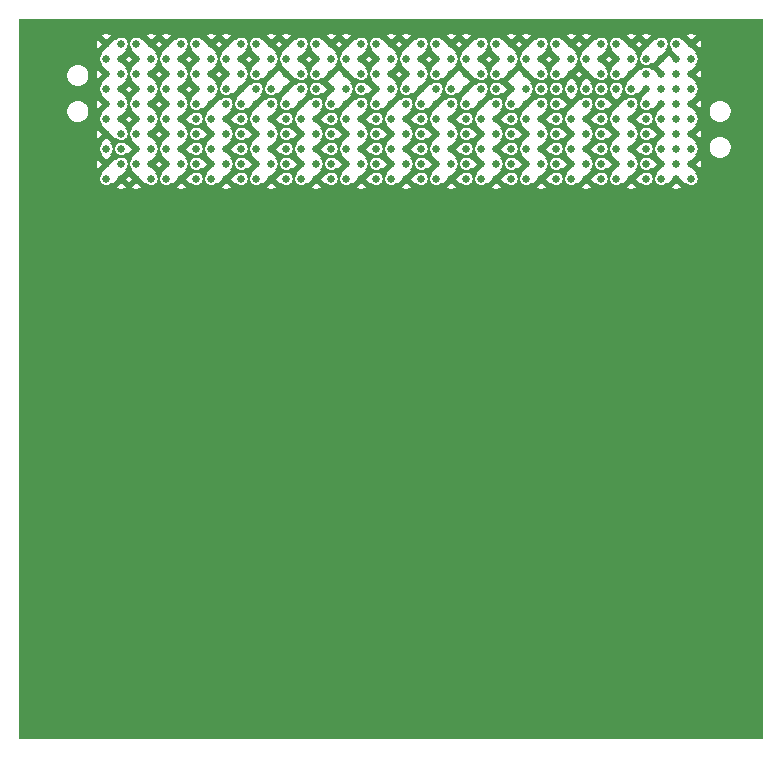
<source format=gbr>
%TF.GenerationSoftware,KiCad,Pcbnew,(6.0.8)*%
%TF.CreationDate,2022-12-05T17:54:34+01:00*%
%TF.ProjectId,FMC-HPC-BRK,464d432d-4850-4432-9d42-524b2e6b6963,rev?*%
%TF.SameCoordinates,Original*%
%TF.FileFunction,Copper,L2,Bot*%
%TF.FilePolarity,Positive*%
%FSLAX46Y46*%
G04 Gerber Fmt 4.6, Leading zero omitted, Abs format (unit mm)*
G04 Created by KiCad (PCBNEW (6.0.8)) date 2022-12-05 17:54:34*
%MOMM*%
%LPD*%
G01*
G04 APERTURE LIST*
%TA.AperFunction,SMDPad,CuDef*%
%ADD10C,0.640000*%
%TD*%
%TA.AperFunction,ViaPad*%
%ADD11C,0.640000*%
%TD*%
%TA.AperFunction,Conductor*%
%ADD12C,0.250000*%
%TD*%
%TA.AperFunction,Conductor*%
%ADD13C,0.100000*%
%TD*%
G04 APERTURE END LIST*
D10*
%TO.P,J1,K40,K40*%
%TO.N,/E40b*%
X157910000Y-42545000D03*
%TO.P,J1,K39,K39*%
%TO.N,GND*%
X156640000Y-42545000D03*
%TO.P,J1,K38,K38*%
%TO.N,/E38b*%
X155370000Y-42545000D03*
%TO.P,J1,K37,K37*%
%TO.N,/E37b*%
X154100000Y-42545000D03*
%TO.P,J1,K36,K36*%
%TO.N,GND*%
X152830000Y-42545000D03*
%TO.P,J1,K35,K35*%
%TO.N,/E35b*%
X151560000Y-42545000D03*
%TO.P,J1,K34,K34*%
%TO.N,/E34b*%
X150290000Y-42545000D03*
%TO.P,J1,K33,K33*%
%TO.N,GND*%
X149020000Y-42545000D03*
%TO.P,J1,K32,K32*%
%TO.N,/E31b_N*%
X147750000Y-42545000D03*
%TO.P,J1,K31,K31*%
%TO.N,/E31b_P*%
X146480000Y-42545000D03*
%TO.P,J1,K30,K30*%
%TO.N,GND*%
X145210000Y-42545000D03*
%TO.P,J1,K29,K29*%
%TO.N,/E28b_N*%
X143940000Y-42545000D03*
%TO.P,J1,K28,K28*%
%TO.N,/E28b_P*%
X142670000Y-42545000D03*
%TO.P,J1,K27,K27*%
%TO.N,GND*%
X141400000Y-42545000D03*
%TO.P,J1,K26,K26*%
%TO.N,/E26b*%
X140130000Y-42545000D03*
%TO.P,J1,K25,K25*%
%TO.N,/E25b*%
X138860000Y-42545000D03*
%TO.P,J1,K24,K24*%
%TO.N,GND*%
X137590000Y-42545000D03*
%TO.P,J1,K23,K23*%
%TO.N,/E23b*%
X136320000Y-42545000D03*
%TO.P,J1,K22,K22*%
%TO.N,/E22b*%
X135050000Y-42545000D03*
%TO.P,J1,K21,K21*%
%TO.N,GND*%
X133780000Y-42545000D03*
%TO.P,J1,K20,K20*%
%TO.N,/E20b*%
X132510000Y-42545000D03*
%TO.P,J1,K19,K19*%
%TO.N,/E19b*%
X131240000Y-42545000D03*
%TO.P,J1,K18,K18*%
%TO.N,GND*%
X129970000Y-42545000D03*
%TO.P,J1,K17,K17*%
%TO.N,/E17b*%
X128700000Y-42545000D03*
%TO.P,J1,K16,K16*%
%TO.N,/E16b*%
X127430000Y-42545000D03*
%TO.P,J1,K15,K15*%
%TO.N,GND*%
X126160000Y-42545000D03*
%TO.P,J1,K14,K14*%
%TO.N,/E14b*%
X124890000Y-42545000D03*
%TO.P,J1,K13,K13*%
%TO.N,/E13b*%
X123620000Y-42545000D03*
%TO.P,J1,K12,K12*%
%TO.N,GND*%
X122350000Y-42545000D03*
%TO.P,J1,K11,K11*%
%TO.N,/E11b*%
X121080000Y-42545000D03*
%TO.P,J1,K10,K10*%
%TO.N,/E10b*%
X119810000Y-42545000D03*
%TO.P,J1,K9,K9*%
%TO.N,GND*%
X118540000Y-42545000D03*
%TO.P,J1,K8,K8*%
%TO.N,/E8b*%
X117270000Y-42545000D03*
%TO.P,J1,K7,K7*%
%TO.N,/E7b*%
X116000000Y-42545000D03*
%TO.P,J1,K6,K6*%
%TO.N,GND*%
X114730000Y-42545000D03*
%TO.P,J1,K5,K5*%
%TO.N,/E5b*%
X113460000Y-42545000D03*
%TO.P,J1,K4,K4*%
%TO.N,/E4b*%
X112190000Y-42545000D03*
%TO.P,J1,K3,K3*%
%TO.N,GND*%
X110920000Y-42545000D03*
%TO.P,J1,K2,K2*%
X109650000Y-42545000D03*
%TO.P,J1,K1,K1*%
%TO.N,/E1b*%
X108380000Y-42545000D03*
%TO.P,J1,J40,J40*%
%TO.N,GND*%
X157910000Y-41275000D03*
%TO.P,J1,J39,J39*%
%TO.N,/E39a*%
X156640000Y-41275000D03*
%TO.P,J1,J38,J38*%
%TO.N,GND*%
X155370000Y-41275000D03*
%TO.P,J1,J37,J37*%
%TO.N,/E37a*%
X154100000Y-41275000D03*
%TO.P,J1,J36,J36*%
%TO.N,/E36a*%
X152830000Y-41275000D03*
%TO.P,J1,J35,J35*%
%TO.N,GND*%
X151560000Y-41275000D03*
%TO.P,J1,J34,J34*%
%TO.N,/E34a*%
X150290000Y-41275000D03*
%TO.P,J1,J33,J33*%
%TO.N,/E33a*%
X149020000Y-41275000D03*
%TO.P,J1,J32,J32*%
%TO.N,GND*%
X147750000Y-41275000D03*
%TO.P,J1,J31,J31*%
%TO.N,/E31a*%
X146480000Y-41275000D03*
%TO.P,J1,J30,J30*%
%TO.N,/E30a*%
X145210000Y-41275000D03*
%TO.P,J1,J29,J29*%
%TO.N,GND*%
X143940000Y-41275000D03*
%TO.P,J1,J28,J28*%
%TO.N,/E28a*%
X142670000Y-41275000D03*
%TO.P,J1,J27,J27*%
%TO.N,/E27a*%
X141400000Y-41275000D03*
%TO.P,J1,J26,J26*%
%TO.N,GND*%
X140130000Y-41275000D03*
%TO.P,J1,J25,J25*%
%TO.N,/E25a*%
X138860000Y-41275000D03*
%TO.P,J1,J24,J24*%
%TO.N,/E24a*%
X137590000Y-41275000D03*
%TO.P,J1,J23,J23*%
%TO.N,GND*%
X136320000Y-41275000D03*
%TO.P,J1,J22,J22*%
%TO.N,/E22a*%
X135050000Y-41275000D03*
%TO.P,J1,J21,J21*%
%TO.N,/E21a*%
X133780000Y-41275000D03*
%TO.P,J1,J20,J20*%
%TO.N,GND*%
X132510000Y-41275000D03*
%TO.P,J1,J19,J19*%
%TO.N,/E19a*%
X131240000Y-41275000D03*
%TO.P,J1,J18,J18*%
%TO.N,/E18a*%
X129970000Y-41275000D03*
%TO.P,J1,J17,J17*%
%TO.N,GND*%
X128700000Y-41275000D03*
%TO.P,J1,J16,J16*%
%TO.N,/E16a*%
X127430000Y-41275000D03*
%TO.P,J1,J15,J15*%
%TO.N,/E15a*%
X126160000Y-41275000D03*
%TO.P,J1,J14,J14*%
%TO.N,GND*%
X124890000Y-41275000D03*
%TO.P,J1,J13,J13*%
%TO.N,/E13a*%
X123620000Y-41275000D03*
%TO.P,J1,J12,J12*%
%TO.N,/E12a*%
X122350000Y-41275000D03*
%TO.P,J1,J11,J11*%
%TO.N,GND*%
X121080000Y-41275000D03*
%TO.P,J1,J10,J10*%
%TO.N,/E10a*%
X119810000Y-41275000D03*
%TO.P,J1,J9,J9*%
%TO.N,/E9a*%
X118540000Y-41275000D03*
%TO.P,J1,J8,J8*%
%TO.N,GND*%
X117270000Y-41275000D03*
%TO.P,J1,J7,J7*%
%TO.N,/E7a*%
X116000000Y-41275000D03*
%TO.P,J1,J6,J6*%
%TO.N,/E6a*%
X114730000Y-41275000D03*
%TO.P,J1,J5,J5*%
%TO.N,GND*%
X113460000Y-41275000D03*
%TO.P,J1,J4,J4*%
X112190000Y-41275000D03*
%TO.P,J1,J3,J3*%
%TO.N,/E3a*%
X110920000Y-41275000D03*
%TO.P,J1,J2,J2*%
%TO.N,/E2a*%
X109650000Y-41275000D03*
%TO.P,J1,J1,J1*%
%TO.N,GND*%
X108380000Y-41275000D03*
%TO.P,J1,H40,H40*%
%TO.N,/D40b*%
X157910000Y-40005000D03*
%TO.P,J1,H39,H39*%
%TO.N,GND*%
X156640000Y-40005000D03*
%TO.P,J1,H38,H38*%
%TO.N,/D38b*%
X155370000Y-40005000D03*
%TO.P,J1,H37,H37*%
%TO.N,/D37b*%
X154100000Y-40005000D03*
%TO.P,J1,H36,H36*%
%TO.N,GND*%
X152830000Y-40005000D03*
%TO.P,J1,H35,H35*%
%TO.N,/D35b*%
X151560000Y-40005000D03*
%TO.P,J1,H34,H34*%
%TO.N,/D34b*%
X150290000Y-40005000D03*
%TO.P,J1,H33,H33*%
%TO.N,GND*%
X149020000Y-40005000D03*
%TO.P,J1,H32,H32*%
%TO.N,/D32b*%
X147750000Y-40005000D03*
%TO.P,J1,H31,H31*%
%TO.N,/D31b*%
X146480000Y-40005000D03*
%TO.P,J1,H30,H30*%
%TO.N,GND*%
X145210000Y-40005000D03*
%TO.P,J1,H29,H29*%
%TO.N,/D29b*%
X143940000Y-40005000D03*
%TO.P,J1,H28,H28*%
%TO.N,/D28b*%
X142670000Y-40005000D03*
%TO.P,J1,H27,H27*%
%TO.N,GND*%
X141400000Y-40005000D03*
%TO.P,J1,H26,H26*%
%TO.N,/D26b*%
X140130000Y-40005000D03*
%TO.P,J1,H25,H25*%
%TO.N,/D25b*%
X138860000Y-40005000D03*
%TO.P,J1,H24,H24*%
%TO.N,GND*%
X137590000Y-40005000D03*
%TO.P,J1,H23,H23*%
%TO.N,/D23b*%
X136320000Y-40005000D03*
%TO.P,J1,H22,H22*%
%TO.N,/D22b*%
X135050000Y-40005000D03*
%TO.P,J1,H21,H21*%
%TO.N,GND*%
X133780000Y-40005000D03*
%TO.P,J1,H20,H20*%
%TO.N,/D20b*%
X132510000Y-40005000D03*
%TO.P,J1,H19,H19*%
%TO.N,/D19b*%
X131240000Y-40005000D03*
%TO.P,J1,H18,H18*%
%TO.N,GND*%
X129970000Y-40005000D03*
%TO.P,J1,H17,H17*%
%TO.N,/D17b*%
X128700000Y-40005000D03*
%TO.P,J1,H16,H16*%
%TO.N,/D16b*%
X127430000Y-40005000D03*
%TO.P,J1,H15,H15*%
%TO.N,GND*%
X126160000Y-40005000D03*
%TO.P,J1,H14,H14*%
%TO.N,/D14b*%
X124890000Y-40005000D03*
%TO.P,J1,H13,H13*%
%TO.N,/D13b*%
X123620000Y-40005000D03*
%TO.P,J1,H12,H12*%
%TO.N,GND*%
X122350000Y-40005000D03*
%TO.P,J1,H11,H11*%
%TO.N,/D11b*%
X121080000Y-40005000D03*
%TO.P,J1,H10,H10*%
%TO.N,/D10b*%
X119810000Y-40005000D03*
%TO.P,J1,H9,H9*%
%TO.N,GND*%
X118540000Y-40005000D03*
%TO.P,J1,H8,H8*%
%TO.N,/D8b*%
X117270000Y-40005000D03*
%TO.P,J1,H7,H7*%
%TO.N,/D7b*%
X116000000Y-40005000D03*
%TO.P,J1,H6,H6*%
%TO.N,GND*%
X114730000Y-40005000D03*
%TO.P,J1,H5,H5*%
%TO.N,/D5b*%
X113460000Y-40005000D03*
%TO.P,J1,H4,H4*%
%TO.N,/D4b*%
X112190000Y-40005000D03*
%TO.P,J1,H3,H3*%
%TO.N,GND*%
X110920000Y-40005000D03*
%TO.P,J1,H2,H2*%
%TO.N,/D2b*%
X109650000Y-40005000D03*
%TO.P,J1,H1,H1*%
%TO.N,/D1b*%
X108380000Y-40005000D03*
%TO.P,J1,G40,G40*%
%TO.N,GND*%
X157910000Y-38735000D03*
%TO.P,J1,G39,G39*%
%TO.N,/D39a*%
X156640000Y-38735000D03*
%TO.P,J1,G38,G38*%
%TO.N,GND*%
X155370000Y-38735000D03*
%TO.P,J1,G37,G37*%
%TO.N,/D37a*%
X154100000Y-38735000D03*
%TO.P,J1,G36,G36*%
%TO.N,/D36a*%
X152830000Y-38735000D03*
%TO.P,J1,G35,G35*%
%TO.N,GND*%
X151560000Y-38735000D03*
%TO.P,J1,G34,G34*%
%TO.N,/D34a*%
X150290000Y-38735000D03*
%TO.P,J1,G33,G33*%
%TO.N,/D33a*%
X149020000Y-38735000D03*
%TO.P,J1,G32,G32*%
%TO.N,GND*%
X147750000Y-38735000D03*
%TO.P,J1,G31,G31*%
%TO.N,/D31a*%
X146480000Y-38735000D03*
%TO.P,J1,G30,G30*%
%TO.N,/D30a*%
X145210000Y-38735000D03*
%TO.P,J1,G29,G29*%
%TO.N,GND*%
X143940000Y-38735000D03*
%TO.P,J1,G28,G28*%
%TO.N,/D28a*%
X142670000Y-38735000D03*
%TO.P,J1,G27,G27*%
%TO.N,/D27a*%
X141400000Y-38735000D03*
%TO.P,J1,G26,G26*%
%TO.N,GND*%
X140130000Y-38735000D03*
%TO.P,J1,G25,G25*%
%TO.N,/D25a*%
X138860000Y-38735000D03*
%TO.P,J1,G24,G24*%
%TO.N,/D24a*%
X137590000Y-38735000D03*
%TO.P,J1,G23,G23*%
%TO.N,GND*%
X136320000Y-38735000D03*
%TO.P,J1,G22,G22*%
%TO.N,/D22a*%
X135050000Y-38735000D03*
%TO.P,J1,G21,G21*%
%TO.N,/D21a*%
X133780000Y-38735000D03*
%TO.P,J1,G20,G20*%
%TO.N,GND*%
X132510000Y-38735000D03*
%TO.P,J1,G19,G19*%
%TO.N,/D19a*%
X131240000Y-38735000D03*
%TO.P,J1,G18,G18*%
%TO.N,/D18a*%
X129970000Y-38735000D03*
%TO.P,J1,G17,G17*%
%TO.N,GND*%
X128700000Y-38735000D03*
%TO.P,J1,G16,G16*%
%TO.N,/D16a*%
X127430000Y-38735000D03*
%TO.P,J1,G15,G15*%
%TO.N,/D15a*%
X126160000Y-38735000D03*
%TO.P,J1,G14,G14*%
%TO.N,GND*%
X124890000Y-38735000D03*
%TO.P,J1,G13,G13*%
%TO.N,/D13a*%
X123620000Y-38735000D03*
%TO.P,J1,G12,G12*%
%TO.N,/D12a*%
X122350000Y-38735000D03*
%TO.P,J1,G11,G11*%
%TO.N,GND*%
X121080000Y-38735000D03*
%TO.P,J1,G10,G10*%
%TO.N,/D10a*%
X119810000Y-38735000D03*
%TO.P,J1,G9,G9*%
%TO.N,/D9a*%
X118540000Y-38735000D03*
%TO.P,J1,G8,G8*%
%TO.N,GND*%
X117270000Y-38735000D03*
%TO.P,J1,G7,G7*%
%TO.N,/D7a*%
X116000000Y-38735000D03*
%TO.P,J1,G6,G6*%
%TO.N,/D6a*%
X114730000Y-38735000D03*
%TO.P,J1,G5,G5*%
%TO.N,GND*%
X113460000Y-38735000D03*
%TO.P,J1,G4,G4*%
X112190000Y-38735000D03*
%TO.P,J1,G3,G3*%
%TO.N,/D3a*%
X110920000Y-38735000D03*
%TO.P,J1,G2,G2*%
%TO.N,/D2a*%
X109650000Y-38735000D03*
%TO.P,J1,G1,G1*%
%TO.N,GND*%
X108380000Y-38735000D03*
%TO.P,J1,F40,F40*%
%TO.N,/C40b*%
X157910000Y-37465000D03*
%TO.P,J1,F39,F39*%
%TO.N,GND*%
X156640000Y-37465000D03*
%TO.P,J1,F38,F38*%
%TO.N,/C38b*%
X155370000Y-37465000D03*
%TO.P,J1,F37,F37*%
%TO.N,/C37b*%
X154100000Y-37465000D03*
%TO.P,J1,F36,F36*%
%TO.N,GND*%
X152830000Y-37465000D03*
%TO.P,J1,F35,F35*%
%TO.N,/C35b*%
X151560000Y-37465000D03*
%TO.P,J1,F34,F34*%
%TO.N,/C34b*%
X150290000Y-37465000D03*
%TO.P,J1,F33,F33*%
%TO.N,GND*%
X149020000Y-37465000D03*
%TO.P,J1,F32,F32*%
%TO.N,/C32b*%
X147750000Y-37465000D03*
%TO.P,J1,F31,F31*%
%TO.N,/C31b*%
X146480000Y-37465000D03*
%TO.P,J1,F30,F30*%
%TO.N,GND*%
X145210000Y-37465000D03*
%TO.P,J1,F29,F29*%
%TO.N,/C29b*%
X143940000Y-37465000D03*
%TO.P,J1,F28,F28*%
%TO.N,/C28b*%
X142670000Y-37465000D03*
%TO.P,J1,F27,F27*%
%TO.N,GND*%
X141400000Y-37465000D03*
%TO.P,J1,F26,F26*%
%TO.N,/C26b*%
X140130000Y-37465000D03*
%TO.P,J1,F25,F25*%
%TO.N,/C25b*%
X138860000Y-37465000D03*
%TO.P,J1,F24,F24*%
%TO.N,GND*%
X137590000Y-37465000D03*
%TO.P,J1,F23,F23*%
%TO.N,/C23b*%
X136320000Y-37465000D03*
%TO.P,J1,F22,F22*%
%TO.N,/C22b*%
X135050000Y-37465000D03*
%TO.P,J1,F21,F21*%
%TO.N,GND*%
X133780000Y-37465000D03*
%TO.P,J1,F20,F20*%
%TO.N,/C20b*%
X132510000Y-37465000D03*
%TO.P,J1,F19,F19*%
%TO.N,/C19b*%
X131240000Y-37465000D03*
%TO.P,J1,F18,F18*%
%TO.N,GND*%
X129970000Y-37465000D03*
%TO.P,J1,F17,F17*%
%TO.N,/C17b*%
X128700000Y-37465000D03*
%TO.P,J1,F16,F16*%
%TO.N,/C16b*%
X127430000Y-37465000D03*
%TO.P,J1,F15,F15*%
%TO.N,GND*%
X126160000Y-37465000D03*
%TO.P,J1,F14,F14*%
%TO.N,/C14b*%
X124890000Y-37465000D03*
%TO.P,J1,F13,F13*%
%TO.N,/C13b*%
X123620000Y-37465000D03*
%TO.P,J1,F12,F12*%
%TO.N,GND*%
X122350000Y-37465000D03*
%TO.P,J1,F11,F11*%
%TO.N,/C11b*%
X121080000Y-37465000D03*
%TO.P,J1,F10,F10*%
%TO.N,/C10b*%
X119810000Y-37465000D03*
%TO.P,J1,F9,F9*%
%TO.N,GND*%
X118540000Y-37465000D03*
%TO.P,J1,F8,F8*%
%TO.N,/C8b*%
X117270000Y-37465000D03*
%TO.P,J1,F7,F7*%
%TO.N,/C7b*%
X116000000Y-37465000D03*
%TO.P,J1,F6,F6*%
%TO.N,GND*%
X114730000Y-37465000D03*
%TO.P,J1,F5,F5*%
%TO.N,/C5b*%
X113460000Y-37465000D03*
%TO.P,J1,F4,F4*%
%TO.N,/C4b*%
X112190000Y-37465000D03*
%TO.P,J1,F3,F3*%
%TO.N,GND*%
X110920000Y-37465000D03*
%TO.P,J1,F2,F2*%
X109650000Y-37465000D03*
%TO.P,J1,F1,F1*%
%TO.N,/C1b*%
X108380000Y-37465000D03*
%TO.P,J1,E40,E40*%
%TO.N,GND*%
X157910000Y-36195000D03*
%TO.P,J1,E39,E39*%
%TO.N,/C39a*%
X156640000Y-36195000D03*
%TO.P,J1,E38,E38*%
%TO.N,GND*%
X155370000Y-36195000D03*
%TO.P,J1,E37,E37*%
%TO.N,/C37a*%
X154100000Y-36195000D03*
%TO.P,J1,E36,E36*%
%TO.N,/C36a*%
X152830000Y-36195000D03*
%TO.P,J1,E35,E35*%
%TO.N,GND*%
X151560000Y-36195000D03*
%TO.P,J1,E34,E34*%
%TO.N,/C34a*%
X150290000Y-36195000D03*
%TO.P,J1,E33,E33*%
%TO.N,/C33a*%
X149020000Y-36195000D03*
%TO.P,J1,E32,E32*%
%TO.N,GND*%
X147750000Y-36195000D03*
%TO.P,J1,E31,E31*%
%TO.N,/C31a*%
X146480000Y-36195000D03*
%TO.P,J1,E30,E30*%
%TO.N,/C30a*%
X145210000Y-36195000D03*
%TO.P,J1,E29,E29*%
%TO.N,GND*%
X143940000Y-36195000D03*
%TO.P,J1,E28,E28*%
%TO.N,/C28a*%
X142670000Y-36195000D03*
%TO.P,J1,E27,E27*%
%TO.N,/C27a*%
X141400000Y-36195000D03*
%TO.P,J1,E26,E26*%
%TO.N,GND*%
X140130000Y-36195000D03*
%TO.P,J1,E25,E25*%
%TO.N,/C25a*%
X138860000Y-36195000D03*
%TO.P,J1,E24,E24*%
%TO.N,/C24a*%
X137590000Y-36195000D03*
%TO.P,J1,E23,E23*%
%TO.N,GND*%
X136320000Y-36195000D03*
%TO.P,J1,E22,E22*%
%TO.N,/C22a*%
X135050000Y-36195000D03*
%TO.P,J1,E21,E21*%
%TO.N,/C21a*%
X133780000Y-36195000D03*
%TO.P,J1,E20,E20*%
%TO.N,GND*%
X132510000Y-36195000D03*
%TO.P,J1,E19,E19*%
%TO.N,/C19a*%
X131240000Y-36195000D03*
%TO.P,J1,E18,E18*%
%TO.N,/C18a*%
X129970000Y-36195000D03*
%TO.P,J1,E17,E17*%
%TO.N,GND*%
X128700000Y-36195000D03*
%TO.P,J1,E16,E16*%
%TO.N,/C16a*%
X127430000Y-36195000D03*
%TO.P,J1,E15,E15*%
%TO.N,/C15a*%
X126160000Y-36195000D03*
%TO.P,J1,E14,E14*%
%TO.N,GND*%
X124890000Y-36195000D03*
%TO.P,J1,E13,E13*%
%TO.N,/C13a*%
X123620000Y-36195000D03*
%TO.P,J1,E12,E12*%
%TO.N,/C12a*%
X122350000Y-36195000D03*
%TO.P,J1,E11,E11*%
%TO.N,GND*%
X121080000Y-36195000D03*
%TO.P,J1,E10,E10*%
%TO.N,/C10a*%
X119810000Y-36195000D03*
%TO.P,J1,E9,E9*%
%TO.N,/C9a*%
X118540000Y-36195000D03*
%TO.P,J1,E8,E8*%
%TO.N,GND*%
X117270000Y-36195000D03*
%TO.P,J1,E7,E7*%
%TO.N,/C7a*%
X116000000Y-36195000D03*
%TO.P,J1,E6,E6*%
%TO.N,/C6a*%
X114730000Y-36195000D03*
%TO.P,J1,E5,E5*%
%TO.N,GND*%
X113460000Y-36195000D03*
%TO.P,J1,E4,E4*%
X112190000Y-36195000D03*
%TO.P,J1,E3,E3*%
%TO.N,/C3a*%
X110920000Y-36195000D03*
%TO.P,J1,E2,E2*%
%TO.N,/C2a*%
X109650000Y-36195000D03*
%TO.P,J1,E1,E1*%
%TO.N,GND*%
X108380000Y-36195000D03*
%TO.P,J1,D40,D40*%
%TO.N,/B40b*%
X157910000Y-34925000D03*
%TO.P,J1,D39,D39*%
%TO.N,GND*%
X156640000Y-34925000D03*
%TO.P,J1,D38,D38*%
%TO.N,/B38b*%
X155370000Y-34925000D03*
%TO.P,J1,D37,D37*%
%TO.N,GND*%
X154100000Y-34925000D03*
%TO.P,J1,D36,D36*%
%TO.N,/B36b*%
X152830000Y-34925000D03*
%TO.P,J1,D35,D35*%
%TO.N,/B35b*%
X151560000Y-34925000D03*
%TO.P,J1,D34,D34*%
%TO.N,/B34b*%
X150290000Y-34925000D03*
%TO.P,J1,D33,D33*%
%TO.N,/B33b*%
X149020000Y-34925000D03*
%TO.P,J1,D32,D32*%
%TO.N,/B32b*%
X147750000Y-34925000D03*
%TO.P,J1,D31,D31*%
%TO.N,/B31b*%
X146480000Y-34925000D03*
%TO.P,J1,D30,D30*%
%TO.N,/B30b*%
X145210000Y-34925000D03*
%TO.P,J1,D29,D29*%
%TO.N,/B29b*%
X143940000Y-34925000D03*
%TO.P,J1,D28,D28*%
%TO.N,GND*%
X142670000Y-34925000D03*
%TO.P,J1,D27,D27*%
%TO.N,/B27b*%
X141400000Y-34925000D03*
%TO.P,J1,D26,D26*%
%TO.N,/B26b*%
X140130000Y-34925000D03*
%TO.P,J1,D25,D25*%
%TO.N,GND*%
X138860000Y-34925000D03*
%TO.P,J1,D24,D24*%
%TO.N,/B24b*%
X137590000Y-34925000D03*
%TO.P,J1,D23,D23*%
%TO.N,/B23b*%
X136320000Y-34925000D03*
%TO.P,J1,D22,D22*%
%TO.N,GND*%
X135050000Y-34925000D03*
%TO.P,J1,D21,D21*%
%TO.N,/B21b*%
X133780000Y-34925000D03*
%TO.P,J1,D20,D20*%
%TO.N,/B20b*%
X132510000Y-34925000D03*
%TO.P,J1,D19,D19*%
%TO.N,GND*%
X131240000Y-34925000D03*
%TO.P,J1,D18,D18*%
%TO.N,/B18b*%
X129970000Y-34925000D03*
%TO.P,J1,D17,D17*%
%TO.N,/B17b*%
X128700000Y-34925000D03*
%TO.P,J1,D16,D16*%
%TO.N,GND*%
X127430000Y-34925000D03*
%TO.P,J1,D15,D15*%
%TO.N,/B15b*%
X126160000Y-34925000D03*
%TO.P,J1,D14,D14*%
%TO.N,/B14b*%
X124890000Y-34925000D03*
%TO.P,J1,D13,D13*%
%TO.N,GND*%
X123620000Y-34925000D03*
%TO.P,J1,D12,D12*%
%TO.N,/B12b*%
X122350000Y-34925000D03*
%TO.P,J1,D11,D11*%
%TO.N,/B11b*%
X121080000Y-34925000D03*
%TO.P,J1,D10,D10*%
%TO.N,GND*%
X119810000Y-34925000D03*
%TO.P,J1,D9,D9*%
%TO.N,/B9b*%
X118540000Y-34925000D03*
%TO.P,J1,D8,D8*%
%TO.N,/B8b*%
X117270000Y-34925000D03*
%TO.P,J1,D7,D7*%
%TO.N,GND*%
X116000000Y-34925000D03*
%TO.P,J1,D6,D6*%
X114730000Y-34925000D03*
%TO.P,J1,D5,D5*%
%TO.N,/B5b*%
X113460000Y-34925000D03*
%TO.P,J1,D4,D4*%
%TO.N,/B4b*%
X112190000Y-34925000D03*
%TO.P,J1,D3,D3*%
%TO.N,GND*%
X110920000Y-34925000D03*
%TO.P,J1,D2,D2*%
X109650000Y-34925000D03*
%TO.P,J1,D1,D1*%
%TO.N,/B1b*%
X108380000Y-34925000D03*
%TO.P,J1,C40,C40*%
%TO.N,GND*%
X157910000Y-33655000D03*
%TO.P,J1,C39,C39*%
%TO.N,/B39a*%
X156640000Y-33655000D03*
%TO.P,J1,C38,C38*%
%TO.N,GND*%
X155370000Y-33655000D03*
%TO.P,J1,C37,C37*%
%TO.N,/B37a*%
X154100000Y-33655000D03*
%TO.P,J1,C36,C36*%
%TO.N,GND*%
X152830000Y-33655000D03*
%TO.P,J1,C35,C35*%
%TO.N,/B35a*%
X151560000Y-33655000D03*
%TO.P,J1,C34,C34*%
%TO.N,/B34a*%
X150290000Y-33655000D03*
%TO.P,J1,C33,C33*%
%TO.N,GND*%
X149020000Y-33655000D03*
%TO.P,J1,C32,C32*%
X147750000Y-33655000D03*
%TO.P,J1,C31,C31*%
%TO.N,/B31a*%
X146480000Y-33655000D03*
%TO.P,J1,C30,C30*%
%TO.N,/B30a*%
X145210000Y-33655000D03*
%TO.P,J1,C29,C29*%
%TO.N,GND*%
X143940000Y-33655000D03*
%TO.P,J1,C28,C28*%
X142670000Y-33655000D03*
%TO.P,J1,C27,C27*%
%TO.N,/B27a*%
X141400000Y-33655000D03*
%TO.P,J1,C26,C26*%
%TO.N,/B26a*%
X140130000Y-33655000D03*
%TO.P,J1,C25,C25*%
%TO.N,GND*%
X138860000Y-33655000D03*
%TO.P,J1,C24,C24*%
X137590000Y-33655000D03*
%TO.P,J1,C23,C23*%
%TO.N,/B23a*%
X136320000Y-33655000D03*
%TO.P,J1,C22,C22*%
%TO.N,/B22a*%
X135050000Y-33655000D03*
%TO.P,J1,C21,C21*%
%TO.N,GND*%
X133780000Y-33655000D03*
%TO.P,J1,C20,C20*%
X132510000Y-33655000D03*
%TO.P,J1,C19,C19*%
%TO.N,/B19a*%
X131240000Y-33655000D03*
%TO.P,J1,C18,C18*%
%TO.N,/B18a*%
X129970000Y-33655000D03*
%TO.P,J1,C17,C17*%
%TO.N,GND*%
X128700000Y-33655000D03*
%TO.P,J1,C16,C16*%
X127430000Y-33655000D03*
%TO.P,J1,C15,C15*%
%TO.N,/B15a*%
X126160000Y-33655000D03*
%TO.P,J1,C14,C14*%
%TO.N,/B14a*%
X124890000Y-33655000D03*
%TO.P,J1,C13,C13*%
%TO.N,GND*%
X123620000Y-33655000D03*
%TO.P,J1,C12,C12*%
X122350000Y-33655000D03*
%TO.P,J1,C11,C11*%
%TO.N,/B11a*%
X121080000Y-33655000D03*
%TO.P,J1,C10,C10*%
%TO.N,/B10a*%
X119810000Y-33655000D03*
%TO.P,J1,C9,C9*%
%TO.N,GND*%
X118540000Y-33655000D03*
%TO.P,J1,C8,C8*%
X117270000Y-33655000D03*
%TO.P,J1,C7,C7*%
%TO.N,/B7a*%
X116000000Y-33655000D03*
%TO.P,J1,C6,C6*%
%TO.N,/B6a*%
X114730000Y-33655000D03*
%TO.P,J1,C5,C5*%
%TO.N,GND*%
X113460000Y-33655000D03*
%TO.P,J1,C4,C4*%
X112190000Y-33655000D03*
%TO.P,J1,C3,C3*%
%TO.N,/B3a*%
X110920000Y-33655000D03*
%TO.P,J1,C2,C2*%
%TO.N,/B2a*%
X109650000Y-33655000D03*
%TO.P,J1,C1,C1*%
%TO.N,GND*%
X108380000Y-33655000D03*
%TO.P,J1,B40,B40*%
%TO.N,/A40b*%
X157910000Y-32385000D03*
%TO.P,J1,B39,B39*%
%TO.N,GND*%
X156640000Y-32385000D03*
%TO.P,J1,B38,B38*%
X155370000Y-32385000D03*
%TO.P,J1,B37,B37*%
%TO.N,/A37b*%
X154100000Y-32385000D03*
%TO.P,J1,B36,B36*%
%TO.N,/A36b*%
X152830000Y-32385000D03*
%TO.P,J1,B35,B35*%
%TO.N,GND*%
X151560000Y-32385000D03*
%TO.P,J1,B34,B34*%
X150290000Y-32385000D03*
%TO.P,J1,B33,B33*%
%TO.N,/A33b*%
X149020000Y-32385000D03*
%TO.P,J1,B32,B32*%
%TO.N,/A32b*%
X147750000Y-32385000D03*
%TO.P,J1,B31,B31*%
%TO.N,GND*%
X146480000Y-32385000D03*
%TO.P,J1,B30,B30*%
X145210000Y-32385000D03*
%TO.P,J1,B29,B29*%
%TO.N,/A29b*%
X143940000Y-32385000D03*
%TO.P,J1,B28,B28*%
%TO.N,/A28b*%
X142670000Y-32385000D03*
%TO.P,J1,B27,B27*%
%TO.N,GND*%
X141400000Y-32385000D03*
%TO.P,J1,B26,B26*%
X140130000Y-32385000D03*
%TO.P,J1,B25,B25*%
%TO.N,/A25b*%
X138860000Y-32385000D03*
%TO.P,J1,B24,B24*%
%TO.N,/A24b*%
X137590000Y-32385000D03*
%TO.P,J1,B23,B23*%
%TO.N,GND*%
X136320000Y-32385000D03*
%TO.P,J1,B22,B22*%
X135050000Y-32385000D03*
%TO.P,J1,B21,B21*%
%TO.N,/A21b*%
X133780000Y-32385000D03*
%TO.P,J1,B20,B20*%
%TO.N,/A20b*%
X132510000Y-32385000D03*
%TO.P,J1,B19,B19*%
%TO.N,GND*%
X131240000Y-32385000D03*
%TO.P,J1,B18,B18*%
X129970000Y-32385000D03*
%TO.P,J1,B17,B17*%
%TO.N,/A17b*%
X128700000Y-32385000D03*
%TO.P,J1,B16,B16*%
%TO.N,/A16b*%
X127430000Y-32385000D03*
%TO.P,J1,B15,B15*%
%TO.N,GND*%
X126160000Y-32385000D03*
%TO.P,J1,B14,B14*%
X124890000Y-32385000D03*
%TO.P,J1,B13,B13*%
%TO.N,/A13b*%
X123620000Y-32385000D03*
%TO.P,J1,B12,B12*%
%TO.N,/A12b*%
X122350000Y-32385000D03*
%TO.P,J1,B11,B11*%
%TO.N,GND*%
X121080000Y-32385000D03*
%TO.P,J1,B10,B10*%
X119810000Y-32385000D03*
%TO.P,J1,B9,B9*%
%TO.N,/A9b*%
X118540000Y-32385000D03*
%TO.P,J1,B8,B8*%
%TO.N,/A8b*%
X117270000Y-32385000D03*
%TO.P,J1,B7,B7*%
%TO.N,GND*%
X116000000Y-32385000D03*
%TO.P,J1,B6,B6*%
X114730000Y-32385000D03*
%TO.P,J1,B5,B5*%
%TO.N,/A5b*%
X113460000Y-32385000D03*
%TO.P,J1,B4,B4*%
%TO.N,/A4b*%
X112190000Y-32385000D03*
%TO.P,J1,B3,B3*%
%TO.N,GND*%
X110920000Y-32385000D03*
%TO.P,J1,B2,B2*%
X109650000Y-32385000D03*
%TO.P,J1,B1,B1*%
%TO.N,/A1b*%
X108380000Y-32385000D03*
%TO.P,J1,A40,A40*%
%TO.N,GND*%
X157910000Y-31115000D03*
%TO.P,J1,A39,A39*%
%TO.N,/A39a*%
X156640000Y-31115000D03*
%TO.P,J1,A38,A38*%
%TO.N,/A38a*%
X155370000Y-31115000D03*
%TO.P,J1,A37,A37*%
%TO.N,GND*%
X154100000Y-31115000D03*
%TO.P,J1,A36,A36*%
X152830000Y-31115000D03*
%TO.P,J1,A35,A35*%
%TO.N,/A35a*%
X151560000Y-31115000D03*
%TO.P,J1,A34,A34*%
%TO.N,/A34a*%
X150290000Y-31115000D03*
%TO.P,J1,A33,A33*%
%TO.N,GND*%
X149020000Y-31115000D03*
%TO.P,J1,A32,A32*%
X147750000Y-31115000D03*
%TO.P,J1,A31,A31*%
%TO.N,/A31a*%
X146480000Y-31115000D03*
%TO.P,J1,A30,A30*%
%TO.N,/A30a*%
X145210000Y-31115000D03*
%TO.P,J1,A29,A29*%
%TO.N,GND*%
X143940000Y-31115000D03*
%TO.P,J1,A28,A28*%
X142670000Y-31115000D03*
%TO.P,J1,A27,A27*%
%TO.N,/A27a*%
X141400000Y-31115000D03*
%TO.P,J1,A26,A26*%
%TO.N,/A26a*%
X140130000Y-31115000D03*
%TO.P,J1,A25,A25*%
%TO.N,GND*%
X138860000Y-31115000D03*
%TO.P,J1,A24,A24*%
X137590000Y-31115000D03*
%TO.P,J1,A23,A23*%
%TO.N,/A23a*%
X136320000Y-31115000D03*
%TO.P,J1,A22,A22*%
%TO.N,/A22a*%
X135050000Y-31115000D03*
%TO.P,J1,A21,A21*%
%TO.N,GND*%
X133780000Y-31115000D03*
%TO.P,J1,A20,A20*%
X132510000Y-31115000D03*
%TO.P,J1,A19,A19*%
%TO.N,/A19a*%
X131240000Y-31115000D03*
%TO.P,J1,A18,A18*%
%TO.N,/A18a*%
X129970000Y-31115000D03*
%TO.P,J1,A17,A17*%
%TO.N,GND*%
X128700000Y-31115000D03*
%TO.P,J1,A16,A16*%
X127430000Y-31115000D03*
%TO.P,J1,A15,A15*%
%TO.N,/A15a*%
X126160000Y-31115000D03*
%TO.P,J1,A14,A14*%
%TO.N,/A14a*%
X124890000Y-31115000D03*
%TO.P,J1,A13,A13*%
%TO.N,GND*%
X123620000Y-31115000D03*
%TO.P,J1,A12,A12*%
X122350000Y-31115000D03*
%TO.P,J1,A11,A11*%
%TO.N,/A11a*%
X121080000Y-31115000D03*
%TO.P,J1,A10,A10*%
%TO.N,/A10a*%
X119810000Y-31115000D03*
%TO.P,J1,A9,A9*%
%TO.N,GND*%
X118540000Y-31115000D03*
%TO.P,J1,A8,A8*%
X117270000Y-31115000D03*
%TO.P,J1,A7,A7*%
%TO.N,/A7a*%
X116000000Y-31115000D03*
%TO.P,J1,A6,A6*%
%TO.N,/A6a*%
X114730000Y-31115000D03*
%TO.P,J1,A5,A5*%
%TO.N,GND*%
X113460000Y-31115000D03*
%TO.P,J1,A4,A4*%
X112190000Y-31115000D03*
%TO.P,J1,A3,A3*%
%TO.N,/A3a*%
X110920000Y-31115000D03*
%TO.P,J1,A2,A2*%
%TO.N,/A2a*%
X109650000Y-31115000D03*
%TO.P,J1,A1,A1*%
%TO.N,GND*%
X108380000Y-31115000D03*
%TD*%
D11*
%TO.N,/A1b*%
X108380000Y-32385000D03*
%TO.N,/B1b*%
X108380000Y-34925000D03*
%TO.N,/C1b*%
X108380000Y-37465000D03*
%TO.N,/D1b*%
X108380000Y-40005000D03*
%TO.N,/E1b*%
X108380000Y-42545000D03*
%TO.N,/A2a*%
X109650000Y-31115000D03*
%TO.N,/B2a*%
X109650000Y-33655000D03*
%TO.N,/C2a*%
X109650000Y-36195000D03*
%TO.N,/D2a*%
X109650000Y-38735000D03*
%TO.N,/D2b*%
X109650000Y-40005000D03*
%TO.N,/E2a*%
X109650000Y-41275000D03*
%TO.N,/A3a*%
X110920000Y-31115000D03*
%TO.N,/B3a*%
X110920000Y-33655000D03*
%TO.N,/C3a*%
X110920000Y-36195000D03*
%TO.N,/D3a*%
X110920000Y-38735000D03*
%TO.N,/E3a*%
X110920000Y-41275000D03*
%TO.N,/A4b*%
X112190000Y-32385000D03*
%TO.N,/B4b*%
X112190000Y-34925000D03*
%TO.N,/C4b*%
X112190000Y-37465000D03*
%TO.N,/D4b*%
X112190000Y-40005000D03*
%TO.N,/E4b*%
X112190000Y-42545000D03*
%TO.N,/A5b*%
X113460000Y-32385000D03*
%TO.N,/B5b*%
X113460000Y-34925000D03*
%TO.N,/C5b*%
X113460000Y-37465000D03*
%TO.N,/D5b*%
X113460000Y-40005000D03*
%TO.N,/E5b*%
X113460000Y-42545000D03*
%TO.N,/A6a*%
X114730000Y-31115000D03*
%TO.N,/B6a*%
X114730000Y-33655000D03*
%TO.N,/C6a*%
X114730000Y-36195000D03*
%TO.N,/D6a*%
X114730000Y-38735000D03*
%TO.N,/E6a*%
X114730000Y-41275000D03*
%TO.N,/A7a*%
X116000000Y-31115000D03*
%TO.N,/B7a*%
X116000000Y-33655000D03*
%TO.N,/C7a*%
X116000000Y-36195000D03*
%TO.N,/C7b*%
X116000000Y-37465000D03*
%TO.N,/D7a*%
X116000000Y-38735000D03*
%TO.N,/D7b*%
X116000000Y-40005000D03*
%TO.N,/E7a*%
X116000000Y-41275000D03*
%TO.N,/E7b*%
X116000000Y-42545000D03*
%TO.N,/A8b*%
X117270000Y-32385000D03*
%TO.N,/B8b*%
X117270000Y-34925000D03*
%TO.N,/C8b*%
X117270000Y-37465000D03*
%TO.N,/D8b*%
X117270000Y-40005000D03*
%TO.N,/E8b*%
X117270000Y-42545000D03*
%TO.N,/A9b*%
X118540000Y-32385000D03*
%TO.N,/B9b*%
X118540000Y-34925000D03*
%TO.N,/C9a*%
X118540000Y-36195000D03*
%TO.N,/D9a*%
X118540000Y-38735000D03*
%TO.N,/E9a*%
X118540000Y-41275000D03*
%TO.N,/A10a*%
X119810000Y-31115000D03*
%TO.N,/B10a*%
X119810000Y-33655000D03*
%TO.N,/C10a*%
X119810000Y-36195000D03*
%TO.N,/C10b*%
X119810000Y-37465000D03*
%TO.N,/D10a*%
X119810000Y-38735000D03*
%TO.N,/D10b*%
X119810000Y-40005000D03*
%TO.N,/E10a*%
X119810000Y-41275000D03*
%TO.N,/E10b*%
X119810000Y-42545000D03*
%TO.N,/A11a*%
X121080000Y-31115000D03*
%TO.N,/B11a*%
X121080000Y-33655000D03*
%TO.N,/B11b*%
X121080000Y-34925000D03*
%TO.N,/C11b*%
X121080000Y-37465000D03*
%TO.N,/D11b*%
X121080000Y-40005000D03*
%TO.N,/E11b*%
X121080000Y-42545000D03*
%TO.N,/A12b*%
X122350000Y-32385000D03*
%TO.N,/B12b*%
X122350000Y-34925000D03*
%TO.N,/C12a*%
X122350000Y-36195000D03*
%TO.N,/D12a*%
X122350000Y-38750000D03*
%TO.N,/E12a*%
X122350000Y-41275000D03*
%TO.N,/A13b*%
X123620000Y-32385000D03*
%TO.N,/C13a*%
X123620000Y-36195000D03*
%TO.N,/C13b*%
X123620000Y-37465000D03*
%TO.N,/D13a*%
X123620000Y-38735000D03*
%TO.N,/D13b*%
X123620000Y-40005000D03*
%TO.N,/E13a*%
X123620000Y-41275000D03*
%TO.N,/E13b*%
X123620000Y-42545000D03*
%TO.N,/A14a*%
X124890000Y-31115000D03*
%TO.N,/B14a*%
X124890000Y-33655000D03*
%TO.N,/B14b*%
X124890000Y-34925000D03*
%TO.N,/C14b*%
X124890000Y-37465000D03*
%TO.N,/D14b*%
X124890000Y-40005000D03*
%TO.N,/E14b*%
X124890000Y-42545000D03*
%TO.N,/A15a*%
X126160000Y-31115000D03*
%TO.N,/B15a*%
X126160000Y-33655000D03*
%TO.N,/B15b*%
X126160000Y-34925000D03*
%TO.N,/C15a*%
X126160000Y-36195000D03*
%TO.N,/D15a*%
X126160000Y-38735000D03*
%TO.N,/E15a*%
X126160000Y-41275000D03*
%TO.N,/A16b*%
X127430000Y-32385000D03*
%TO.N,/C16a*%
X127430000Y-36195000D03*
%TO.N,/C16b*%
X127430000Y-37465000D03*
%TO.N,/D16a*%
X127430000Y-38735000D03*
%TO.N,/D16b*%
X127430000Y-40005000D03*
%TO.N,/E16a*%
X127430000Y-41275000D03*
%TO.N,/E16b*%
X127430000Y-42545000D03*
%TO.N,/A17b*%
X128700000Y-32385000D03*
%TO.N,/B17b*%
X128700000Y-34925000D03*
%TO.N,/C17b*%
X128700000Y-37465000D03*
%TO.N,/D17b*%
X128700000Y-40005000D03*
%TO.N,/E17b*%
X128700000Y-42545000D03*
%TO.N,/A18a*%
X129970000Y-31115000D03*
%TO.N,/B18a*%
X129970000Y-33655000D03*
%TO.N,/B18b*%
X129970000Y-34925000D03*
%TO.N,/C18a*%
X129970000Y-36195000D03*
%TO.N,/D18a*%
X129970000Y-38735000D03*
%TO.N,/E18a*%
X129970000Y-41275000D03*
%TO.N,/A19a*%
X131240000Y-31115000D03*
%TO.N,/B19a*%
X131240000Y-33655000D03*
%TO.N,/C19a*%
X131240000Y-36195000D03*
%TO.N,/C19b*%
X131240000Y-37465000D03*
%TO.N,/D19a*%
X131240000Y-38735000D03*
%TO.N,/D19b*%
X131240000Y-40005000D03*
%TO.N,/E19a*%
X131240000Y-41275000D03*
%TO.N,/E19b*%
X131240000Y-42545000D03*
%TO.N,/A20b*%
X132510000Y-32385000D03*
%TO.N,/B20b*%
X132510000Y-34925000D03*
%TO.N,/C20b*%
X132510000Y-37465000D03*
%TO.N,/D20b*%
X132510000Y-40005000D03*
%TO.N,/E20b*%
X132510000Y-42545000D03*
%TO.N,/A21b*%
X133780000Y-32385000D03*
%TO.N,/B21b*%
X133780000Y-34925000D03*
%TO.N,/C21a*%
X133780000Y-36195000D03*
%TO.N,/D21a*%
X133780000Y-38735000D03*
%TO.N,/E21a*%
X133780000Y-41275000D03*
%TO.N,/A22a*%
X135050000Y-31115000D03*
%TO.N,/B22a*%
X135050000Y-33655000D03*
%TO.N,/C22a*%
X135050000Y-36195000D03*
%TO.N,/C22b*%
X135050000Y-37465000D03*
%TO.N,/D22a*%
X135050000Y-38735000D03*
%TO.N,/D22b*%
X135050000Y-40005000D03*
%TO.N,/E22a*%
X135050000Y-41275000D03*
%TO.N,/E22b*%
X135050000Y-42545000D03*
%TO.N,/A23a*%
X136320000Y-31115000D03*
%TO.N,/B23a*%
X136320000Y-33655000D03*
%TO.N,/B23b*%
X136320000Y-34925000D03*
%TO.N,/C23b*%
X136320000Y-37465000D03*
%TO.N,/D23b*%
X136320000Y-40005000D03*
%TO.N,/E23b*%
X136320000Y-42545000D03*
%TO.N,/A24b*%
X137590000Y-32385000D03*
%TO.N,/B24b*%
X137590000Y-34925000D03*
%TO.N,/C24a*%
X137590000Y-36195000D03*
%TO.N,/D24a*%
X137590000Y-38735000D03*
%TO.N,/E24a*%
X137590000Y-41275000D03*
%TO.N,/A25b*%
X138860000Y-32385000D03*
%TO.N,/C25a*%
X138860000Y-36195000D03*
%TO.N,/C25b*%
X138860000Y-37465000D03*
%TO.N,/D25a*%
X138860000Y-38735000D03*
%TO.N,/D25b*%
X138860000Y-40005000D03*
%TO.N,/E25a*%
X138860000Y-41275000D03*
%TO.N,/E25b*%
X138860000Y-42545000D03*
%TO.N,/A26a*%
X140130000Y-31115000D03*
%TO.N,/B26a*%
X140130000Y-33655000D03*
%TO.N,/B26b*%
X140130000Y-34925000D03*
%TO.N,/C26b*%
X140130000Y-37465000D03*
%TO.N,/D26b*%
X140130000Y-40005000D03*
%TO.N,/E26b*%
X140130000Y-42545000D03*
%TO.N,/A27a*%
X141400000Y-31115000D03*
%TO.N,/B27a*%
X141400000Y-33655000D03*
%TO.N,/B27b*%
X141400000Y-34925000D03*
%TO.N,/C27a*%
X141400000Y-36195000D03*
%TO.N,/D27a*%
X141400000Y-38735000D03*
%TO.N,/E27a*%
X141400000Y-41275000D03*
%TO.N,/A28b*%
X142670000Y-32385000D03*
%TO.N,/C28a*%
X142670000Y-36195000D03*
%TO.N,/C28b*%
X142670000Y-37465000D03*
%TO.N,/D28a*%
X142670000Y-38735000D03*
%TO.N,/D28b*%
X142670000Y-40005000D03*
%TO.N,/E28a*%
X142670000Y-41275000D03*
%TO.N,/A29b*%
X143940000Y-32385000D03*
%TO.N,/B29b*%
X143940000Y-34925000D03*
%TO.N,/C29b*%
X143940000Y-37465000D03*
%TO.N,/D29b*%
X143940000Y-40005000D03*
%TO.N,/A30a*%
X145210000Y-31115000D03*
%TO.N,/B30a*%
X145210000Y-33655000D03*
%TO.N,/B30b*%
X145210000Y-34925000D03*
%TO.N,/C30a*%
X145210000Y-36195000D03*
%TO.N,/D30a*%
X145210000Y-38735000D03*
%TO.N,/E30a*%
X145210000Y-41275000D03*
%TO.N,/A31a*%
X146480000Y-31115000D03*
%TO.N,/B31a*%
X146480000Y-33655000D03*
%TO.N,/B31b*%
X146480000Y-34925000D03*
%TO.N,/C31a*%
X146480000Y-36195000D03*
%TO.N,/C31b*%
X146480000Y-37465000D03*
%TO.N,/D31a*%
X146480000Y-38735000D03*
%TO.N,/D31b*%
X146480000Y-40005000D03*
%TO.N,/E31a*%
X146480000Y-41275000D03*
%TO.N,/A32b*%
X147750000Y-32385000D03*
%TO.N,/B32b*%
X147750000Y-34925000D03*
%TO.N,/C32b*%
X147750000Y-37465000D03*
%TO.N,/D32b*%
X147750000Y-40005000D03*
%TO.N,/A33b*%
X149020000Y-32385000D03*
%TO.N,/B33b*%
X149020000Y-34925000D03*
%TO.N,/C33a*%
X149020000Y-36195000D03*
%TO.N,/D33a*%
X149020000Y-38735000D03*
%TO.N,/E33a*%
X149020000Y-41275000D03*
%TO.N,/A34a*%
X150290000Y-31115000D03*
%TO.N,/B34a*%
X150290000Y-33655000D03*
%TO.N,/B34b*%
X150290000Y-34925000D03*
%TO.N,/C34a*%
X150290000Y-36195000D03*
%TO.N,/C34b*%
X150290000Y-37465000D03*
%TO.N,/D34a*%
X150290000Y-38735000D03*
%TO.N,/D34b*%
X150290000Y-40005000D03*
%TO.N,/E34a*%
X150290000Y-41275000D03*
%TO.N,/E34b*%
X150290000Y-42545000D03*
%TO.N,/A35a*%
X151560000Y-31115000D03*
%TO.N,/B35a*%
X151560000Y-33655000D03*
%TO.N,/B35b*%
X151560000Y-34925000D03*
%TO.N,/C35b*%
X151560000Y-37465000D03*
%TO.N,/D35b*%
X151560000Y-40005000D03*
%TO.N,/E35b*%
X151560000Y-42545000D03*
%TO.N,/A36b*%
X152830000Y-32385000D03*
%TO.N,/B36b*%
X152830000Y-34925000D03*
%TO.N,/C36a*%
X152830000Y-36195000D03*
%TO.N,/D36a*%
X152830000Y-38735000D03*
%TO.N,/E36a*%
X152830000Y-41275000D03*
%TO.N,/A37b*%
X154100000Y-32385000D03*
%TO.N,/B37a*%
X154100000Y-33655000D03*
%TO.N,/C37a*%
X154100000Y-36195000D03*
%TO.N,/C37b*%
X154100000Y-37465000D03*
%TO.N,/D37a*%
X154100000Y-38735000D03*
%TO.N,/D37b*%
X154100000Y-40005000D03*
%TO.N,/E37a*%
X154100000Y-41275000D03*
%TO.N,/E37b*%
X154100000Y-42545000D03*
%TO.N,/A38a*%
X155370000Y-31115000D03*
%TO.N,/B38b*%
X155370000Y-34925000D03*
%TO.N,/C38b*%
X155370000Y-37465000D03*
%TO.N,/D38b*%
X155370000Y-40005000D03*
%TO.N,/E38b*%
X155370000Y-42545000D03*
%TO.N,/A39a*%
X156640000Y-31115000D03*
%TO.N,/B39a*%
X156640000Y-33655000D03*
%TO.N,/C39a*%
X156640000Y-36195000D03*
%TO.N,/D39a*%
X156640000Y-38735000D03*
%TO.N,/E39a*%
X156640000Y-41275000D03*
%TO.N,/A40b*%
X157910000Y-32385000D03*
%TO.N,/B40b*%
X157910000Y-34925000D03*
%TO.N,/C40b*%
X157910000Y-37465000D03*
%TO.N,/D40b*%
X157910000Y-40005000D03*
%TO.N,/E40b*%
X157910000Y-42545000D03*
%TO.N,GND*%
X132510000Y-38735000D03*
X108380000Y-36195000D03*
X108380000Y-38735000D03*
X143940000Y-31115000D03*
X117270000Y-31115000D03*
X132510000Y-31115000D03*
X113460000Y-33655000D03*
X131240000Y-32385000D03*
X157910000Y-33655000D03*
X137590000Y-37465000D03*
X116000000Y-34925000D03*
X138860000Y-34925000D03*
X133780000Y-33655000D03*
X121080000Y-38735000D03*
X137590000Y-33655000D03*
X152830000Y-33655000D03*
X147750000Y-41275000D03*
X110920000Y-32385000D03*
X157910000Y-41275000D03*
X143940000Y-38735000D03*
X152830000Y-40005000D03*
X122350000Y-33655000D03*
X141400000Y-37465000D03*
X109650000Y-42545000D03*
X149020000Y-33655000D03*
X113460000Y-36195000D03*
X131240000Y-34925000D03*
X129970000Y-32385000D03*
X143940000Y-41275000D03*
X109650000Y-34925000D03*
X154100000Y-34925000D03*
X157910000Y-36195000D03*
X114730000Y-42545000D03*
X112190000Y-41275000D03*
X123620000Y-34925000D03*
X133780000Y-31115000D03*
X149020000Y-40005000D03*
X127430000Y-31115000D03*
X151560000Y-38735000D03*
X156640000Y-40005000D03*
X137590000Y-40005000D03*
X112190000Y-31115000D03*
X138860000Y-31115000D03*
X119810000Y-34925000D03*
X128700000Y-38735000D03*
X128700000Y-36195000D03*
X155370000Y-41275000D03*
X150290000Y-32385000D03*
X145210000Y-32385000D03*
X136320000Y-32385000D03*
X127430000Y-33655000D03*
X108380000Y-33655000D03*
X126160000Y-42545000D03*
X124890000Y-38735000D03*
X157910000Y-31115000D03*
X151560000Y-41275000D03*
X136320000Y-36195000D03*
X145210000Y-42545000D03*
X146480000Y-32385000D03*
X108380000Y-31115000D03*
X112190000Y-38735000D03*
X141400000Y-32385000D03*
X126160000Y-37465000D03*
X140130000Y-36195000D03*
X137590000Y-31115000D03*
X156640000Y-42545000D03*
X147750000Y-38735000D03*
X123620000Y-31115000D03*
X143940000Y-33655000D03*
X110920000Y-40005000D03*
X118540000Y-37465000D03*
X124890000Y-36195000D03*
X122350000Y-31115000D03*
X128700000Y-31115000D03*
X122350000Y-37465000D03*
X117270000Y-41275000D03*
X109650000Y-32385000D03*
X109650000Y-37465000D03*
X129970000Y-42545000D03*
X132510000Y-41275000D03*
X114730000Y-40005000D03*
X138860000Y-33655000D03*
X151560000Y-32385000D03*
X133780000Y-42545000D03*
X121080000Y-36195000D03*
X140130000Y-32385000D03*
X113460000Y-31115000D03*
X121080000Y-41275000D03*
X156640000Y-37465000D03*
X128700000Y-41275000D03*
X124890000Y-41275000D03*
X147750000Y-36195000D03*
X114730000Y-34925000D03*
X157910000Y-38735000D03*
X132510000Y-36195000D03*
X110920000Y-34925000D03*
X127430000Y-34925000D03*
X117270000Y-38735000D03*
X113460000Y-41275000D03*
X155370000Y-32385000D03*
X142670000Y-31115000D03*
X136320000Y-41275000D03*
X152830000Y-42545000D03*
X118540000Y-33655000D03*
X156640000Y-32385000D03*
X156640000Y-34925000D03*
X142670000Y-34925000D03*
X121080000Y-32385000D03*
X117270000Y-33655000D03*
X142670000Y-33655000D03*
X122350000Y-40005000D03*
X112190000Y-33655000D03*
X155370000Y-33655000D03*
X129970000Y-40005000D03*
X114730000Y-37465000D03*
X143940000Y-36195000D03*
X149020000Y-42545000D03*
X110920000Y-37465000D03*
X112190000Y-36195000D03*
X113460000Y-38735000D03*
X140130000Y-38735000D03*
X128700000Y-33655000D03*
X110920000Y-42545000D03*
X133780000Y-37465000D03*
X145210000Y-40005000D03*
X151560000Y-36195000D03*
X122350000Y-42545000D03*
X141400000Y-42545000D03*
X133780000Y-40005000D03*
X129970000Y-37465000D03*
X118540000Y-31115000D03*
X147750000Y-33655000D03*
X132510000Y-33655000D03*
X152830000Y-37465000D03*
X118540000Y-40005000D03*
X123620000Y-33655000D03*
X154100000Y-31115000D03*
X117270000Y-36195000D03*
X145210000Y-37465000D03*
X119810000Y-32385000D03*
X155370000Y-36195000D03*
X116000000Y-32385000D03*
X149020000Y-37465000D03*
X147750000Y-31115000D03*
X135050000Y-34925000D03*
X152830000Y-31115000D03*
X124890000Y-32385000D03*
X118540000Y-42545000D03*
X114730000Y-32385000D03*
X137590000Y-42545000D03*
X141400000Y-40005000D03*
X108380000Y-41275000D03*
X126160000Y-32385000D03*
X140130000Y-41275000D03*
X126160000Y-40005000D03*
X135050000Y-32385000D03*
X136320000Y-38735000D03*
X149020000Y-31115000D03*
X155370000Y-38735000D03*
%TO.N,/E31b_P*%
X146480000Y-42545000D03*
%TO.N,/E31b_N*%
X147750000Y-42545000D03*
%TO.N,/E28b_N*%
X143940000Y-42545000D03*
%TO.N,/E28b_P*%
X142670000Y-42545000D03*
%TD*%
D12*
%TO.N,/D12a*%
X122350000Y-38735000D02*
X122350000Y-38750000D01*
D13*
%TO.N,GND*%
X121080000Y-38735000D02*
X121080000Y-38820000D01*
%TD*%
%TA.AperFunction,Conductor*%
%TO.N,GND*%
G36*
X163959191Y-29018907D02*
G01*
X163995155Y-29068407D01*
X164000000Y-29099000D01*
X164000000Y-89901000D01*
X163981093Y-89959191D01*
X163931593Y-89995155D01*
X163901000Y-90000000D01*
X101099000Y-90000000D01*
X101040809Y-89981093D01*
X101004845Y-89931593D01*
X101000000Y-89901000D01*
X101000000Y-43281002D01*
X109277764Y-43281002D01*
X109286950Y-43289719D01*
X109387987Y-43334704D01*
X109397796Y-43337891D01*
X109557900Y-43371921D01*
X109568163Y-43373000D01*
X109731837Y-43373000D01*
X109742100Y-43371921D01*
X109902204Y-43337891D01*
X109912013Y-43334704D01*
X110014264Y-43289178D01*
X110022014Y-43282201D01*
X110021442Y-43281002D01*
X110547764Y-43281002D01*
X110556950Y-43289719D01*
X110657987Y-43334704D01*
X110667796Y-43337891D01*
X110827900Y-43371921D01*
X110838163Y-43373000D01*
X111001837Y-43373000D01*
X111012100Y-43371921D01*
X111172204Y-43337891D01*
X111182013Y-43334704D01*
X111284264Y-43289178D01*
X111292014Y-43282201D01*
X111291442Y-43281002D01*
X114357764Y-43281002D01*
X114366950Y-43289719D01*
X114467987Y-43334704D01*
X114477796Y-43337891D01*
X114637900Y-43371921D01*
X114648163Y-43373000D01*
X114811837Y-43373000D01*
X114822100Y-43371921D01*
X114982204Y-43337891D01*
X114992013Y-43334704D01*
X115094264Y-43289178D01*
X115102014Y-43282201D01*
X115101442Y-43281002D01*
X118167764Y-43281002D01*
X118176950Y-43289719D01*
X118277987Y-43334704D01*
X118287796Y-43337891D01*
X118447900Y-43371921D01*
X118458163Y-43373000D01*
X118621837Y-43373000D01*
X118632100Y-43371921D01*
X118792204Y-43337891D01*
X118802013Y-43334704D01*
X118904264Y-43289178D01*
X118912014Y-43282201D01*
X118911442Y-43281002D01*
X121977764Y-43281002D01*
X121986950Y-43289719D01*
X122087987Y-43334704D01*
X122097796Y-43337891D01*
X122257900Y-43371921D01*
X122268163Y-43373000D01*
X122431837Y-43373000D01*
X122442100Y-43371921D01*
X122602204Y-43337891D01*
X122612013Y-43334704D01*
X122714264Y-43289178D01*
X122722014Y-43282201D01*
X122721442Y-43281002D01*
X125787764Y-43281002D01*
X125796950Y-43289719D01*
X125897987Y-43334704D01*
X125907796Y-43337891D01*
X126067900Y-43371921D01*
X126078163Y-43373000D01*
X126241837Y-43373000D01*
X126252100Y-43371921D01*
X126412204Y-43337891D01*
X126422013Y-43334704D01*
X126524264Y-43289178D01*
X126532014Y-43282201D01*
X126531442Y-43281002D01*
X129597764Y-43281002D01*
X129606950Y-43289719D01*
X129707987Y-43334704D01*
X129717796Y-43337891D01*
X129877900Y-43371921D01*
X129888163Y-43373000D01*
X130051837Y-43373000D01*
X130062100Y-43371921D01*
X130222204Y-43337891D01*
X130232013Y-43334704D01*
X130334264Y-43289178D01*
X130342014Y-43282201D01*
X130341442Y-43281002D01*
X133407764Y-43281002D01*
X133416950Y-43289719D01*
X133517987Y-43334704D01*
X133527796Y-43337891D01*
X133687900Y-43371921D01*
X133698163Y-43373000D01*
X133861837Y-43373000D01*
X133872100Y-43371921D01*
X134032204Y-43337891D01*
X134042013Y-43334704D01*
X134144264Y-43289178D01*
X134152014Y-43282201D01*
X134151442Y-43281002D01*
X137217764Y-43281002D01*
X137226950Y-43289719D01*
X137327987Y-43334704D01*
X137337796Y-43337891D01*
X137497900Y-43371921D01*
X137508163Y-43373000D01*
X137671837Y-43373000D01*
X137682100Y-43371921D01*
X137842204Y-43337891D01*
X137852013Y-43334704D01*
X137954264Y-43289178D01*
X137962014Y-43282201D01*
X137961442Y-43281002D01*
X141027764Y-43281002D01*
X141036950Y-43289719D01*
X141137987Y-43334704D01*
X141147796Y-43337891D01*
X141307900Y-43371921D01*
X141318163Y-43373000D01*
X141481837Y-43373000D01*
X141492100Y-43371921D01*
X141652204Y-43337891D01*
X141662013Y-43334704D01*
X141764264Y-43289178D01*
X141772014Y-43282201D01*
X141771442Y-43281002D01*
X144837764Y-43281002D01*
X144846950Y-43289719D01*
X144947987Y-43334704D01*
X144957796Y-43337891D01*
X145117900Y-43371921D01*
X145128163Y-43373000D01*
X145291837Y-43373000D01*
X145302100Y-43371921D01*
X145462204Y-43337891D01*
X145472013Y-43334704D01*
X145574264Y-43289178D01*
X145582014Y-43282201D01*
X145581442Y-43281002D01*
X148647764Y-43281002D01*
X148656950Y-43289719D01*
X148757987Y-43334704D01*
X148767796Y-43337891D01*
X148927900Y-43371921D01*
X148938163Y-43373000D01*
X149101837Y-43373000D01*
X149112100Y-43371921D01*
X149272204Y-43337891D01*
X149282013Y-43334704D01*
X149384264Y-43289178D01*
X149392014Y-43282201D01*
X149391442Y-43281002D01*
X152457764Y-43281002D01*
X152466950Y-43289719D01*
X152567987Y-43334704D01*
X152577796Y-43337891D01*
X152737900Y-43371921D01*
X152748163Y-43373000D01*
X152911837Y-43373000D01*
X152922100Y-43371921D01*
X153082204Y-43337891D01*
X153092013Y-43334704D01*
X153194264Y-43289178D01*
X153202014Y-43282201D01*
X153201442Y-43281002D01*
X156267764Y-43281002D01*
X156276950Y-43289719D01*
X156377987Y-43334704D01*
X156387796Y-43337891D01*
X156547900Y-43371921D01*
X156558163Y-43373000D01*
X156721837Y-43373000D01*
X156732100Y-43371921D01*
X156892204Y-43337891D01*
X156902013Y-43334704D01*
X157004264Y-43289178D01*
X157012014Y-43282201D01*
X157006563Y-43270773D01*
X156651086Y-42915296D01*
X156639203Y-42909242D01*
X156634172Y-42910038D01*
X156272496Y-43271714D01*
X156267764Y-43281002D01*
X153201442Y-43281002D01*
X153196563Y-43270773D01*
X152841086Y-42915296D01*
X152829203Y-42909242D01*
X152824172Y-42910038D01*
X152462496Y-43271714D01*
X152457764Y-43281002D01*
X149391442Y-43281002D01*
X149386563Y-43270773D01*
X149031086Y-42915296D01*
X149019203Y-42909242D01*
X149014172Y-42910038D01*
X148652496Y-43271714D01*
X148647764Y-43281002D01*
X145581442Y-43281002D01*
X145576563Y-43270773D01*
X145221086Y-42915296D01*
X145209203Y-42909242D01*
X145204172Y-42910038D01*
X144842496Y-43271714D01*
X144837764Y-43281002D01*
X141771442Y-43281002D01*
X141766563Y-43270773D01*
X141411086Y-42915296D01*
X141399203Y-42909242D01*
X141394172Y-42910038D01*
X141032496Y-43271714D01*
X141027764Y-43281002D01*
X137961442Y-43281002D01*
X137956563Y-43270773D01*
X137601086Y-42915296D01*
X137589203Y-42909242D01*
X137584172Y-42910038D01*
X137222496Y-43271714D01*
X137217764Y-43281002D01*
X134151442Y-43281002D01*
X134146563Y-43270773D01*
X133791086Y-42915296D01*
X133779203Y-42909242D01*
X133774172Y-42910038D01*
X133412496Y-43271714D01*
X133407764Y-43281002D01*
X130341442Y-43281002D01*
X130336563Y-43270773D01*
X129981086Y-42915296D01*
X129969203Y-42909242D01*
X129964172Y-42910038D01*
X129602496Y-43271714D01*
X129597764Y-43281002D01*
X126531442Y-43281002D01*
X126526563Y-43270773D01*
X126171086Y-42915296D01*
X126159203Y-42909242D01*
X126154172Y-42910038D01*
X125792496Y-43271714D01*
X125787764Y-43281002D01*
X122721442Y-43281002D01*
X122716563Y-43270773D01*
X122361086Y-42915296D01*
X122349203Y-42909242D01*
X122344172Y-42910038D01*
X121982496Y-43271714D01*
X121977764Y-43281002D01*
X118911442Y-43281002D01*
X118906563Y-43270773D01*
X118551086Y-42915296D01*
X118539203Y-42909242D01*
X118534172Y-42910038D01*
X118172496Y-43271714D01*
X118167764Y-43281002D01*
X115101442Y-43281002D01*
X115096563Y-43270773D01*
X114741086Y-42915296D01*
X114729203Y-42909242D01*
X114724172Y-42910038D01*
X114362496Y-43271714D01*
X114357764Y-43281002D01*
X111291442Y-43281002D01*
X111286563Y-43270773D01*
X110931086Y-42915296D01*
X110919203Y-42909242D01*
X110914172Y-42910038D01*
X110552496Y-43271714D01*
X110547764Y-43281002D01*
X110021442Y-43281002D01*
X110016563Y-43270773D01*
X109661086Y-42915296D01*
X109649203Y-42909242D01*
X109644172Y-42910038D01*
X109282496Y-43271714D01*
X109277764Y-43281002D01*
X101000000Y-43281002D01*
X101000000Y-42545000D01*
X107855009Y-42545000D01*
X107872898Y-42680878D01*
X107925344Y-42807495D01*
X108008775Y-42916225D01*
X108117504Y-42999656D01*
X108244122Y-43052102D01*
X108250551Y-43052948D01*
X108250553Y-43052949D01*
X108373567Y-43069144D01*
X108380000Y-43069991D01*
X108386433Y-43069144D01*
X108509447Y-43052949D01*
X108509449Y-43052948D01*
X108515878Y-43052102D01*
X108642496Y-42999656D01*
X108751225Y-42916225D01*
X108755176Y-42911076D01*
X108759762Y-42906490D01*
X108761921Y-42908648D01*
X108802044Y-42881099D01*
X108863207Y-42882729D01*
X108896362Y-42902463D01*
X108913686Y-42918062D01*
X108922530Y-42913260D01*
X109289993Y-42545797D01*
X110014242Y-42545797D01*
X110015038Y-42550828D01*
X110273914Y-42809704D01*
X110285797Y-42815758D01*
X110290828Y-42814962D01*
X110549704Y-42556086D01*
X110555758Y-42544203D01*
X110554962Y-42539172D01*
X110296086Y-42280296D01*
X110284203Y-42274242D01*
X110279172Y-42275038D01*
X110020296Y-42533914D01*
X110014242Y-42545797D01*
X109289993Y-42545797D01*
X110017504Y-41818286D01*
X110022236Y-41808999D01*
X110011026Y-41798361D01*
X109981830Y-41744590D01*
X109989816Y-41683928D01*
X110012562Y-41655839D01*
X110011488Y-41654765D01*
X110016080Y-41650173D01*
X110021225Y-41646225D01*
X110104656Y-41537495D01*
X110157102Y-41410878D01*
X110174991Y-41275000D01*
X110395009Y-41275000D01*
X110412898Y-41410878D01*
X110465344Y-41537495D01*
X110548775Y-41646225D01*
X110553920Y-41650173D01*
X110558512Y-41654765D01*
X110556785Y-41656492D01*
X110585450Y-41698199D01*
X110583849Y-41759364D01*
X110556771Y-41799888D01*
X110547986Y-41807798D01*
X110553437Y-41819227D01*
X111646532Y-42912322D01*
X111657492Y-42917906D01*
X111671809Y-42904320D01*
X111727034Y-42877979D01*
X111787195Y-42889129D01*
X111808983Y-42907745D01*
X111810238Y-42906490D01*
X111814824Y-42911076D01*
X111818775Y-42916225D01*
X111927504Y-42999656D01*
X112054122Y-43052102D01*
X112060551Y-43052948D01*
X112060553Y-43052949D01*
X112183567Y-43069144D01*
X112190000Y-43069991D01*
X112196433Y-43069144D01*
X112319447Y-43052949D01*
X112319449Y-43052948D01*
X112325878Y-43052102D01*
X112452496Y-42999656D01*
X112561225Y-42916225D01*
X112644656Y-42807495D01*
X112697102Y-42680878D01*
X112714991Y-42545000D01*
X112935009Y-42545000D01*
X112952898Y-42680878D01*
X113005344Y-42807495D01*
X113088775Y-42916225D01*
X113197504Y-42999656D01*
X113324122Y-43052102D01*
X113330551Y-43052948D01*
X113330553Y-43052949D01*
X113453567Y-43069144D01*
X113460000Y-43069991D01*
X113466433Y-43069144D01*
X113589447Y-43052949D01*
X113589449Y-43052948D01*
X113595878Y-43052102D01*
X113722496Y-42999656D01*
X113831225Y-42916225D01*
X113835176Y-42911076D01*
X113839762Y-42906490D01*
X113841921Y-42908648D01*
X113882044Y-42881099D01*
X113943207Y-42882729D01*
X113976362Y-42902463D01*
X113993686Y-42918062D01*
X114002530Y-42913260D01*
X114369993Y-42545797D01*
X115094242Y-42545797D01*
X115095038Y-42550828D01*
X115456532Y-42912322D01*
X115467492Y-42917906D01*
X115481809Y-42904320D01*
X115537034Y-42877979D01*
X115597195Y-42889129D01*
X115618983Y-42907745D01*
X115620238Y-42906490D01*
X115624824Y-42911076D01*
X115628775Y-42916225D01*
X115737504Y-42999656D01*
X115864122Y-43052102D01*
X115870551Y-43052948D01*
X115870553Y-43052949D01*
X115993567Y-43069144D01*
X116000000Y-43069991D01*
X116006433Y-43069144D01*
X116129447Y-43052949D01*
X116129449Y-43052948D01*
X116135878Y-43052102D01*
X116262496Y-42999656D01*
X116371225Y-42916225D01*
X116454656Y-42807495D01*
X116507102Y-42680878D01*
X116524991Y-42545000D01*
X116745009Y-42545000D01*
X116762898Y-42680878D01*
X116815344Y-42807495D01*
X116898775Y-42916225D01*
X117007504Y-42999656D01*
X117134122Y-43052102D01*
X117140551Y-43052948D01*
X117140553Y-43052949D01*
X117263567Y-43069144D01*
X117270000Y-43069991D01*
X117276433Y-43069144D01*
X117399447Y-43052949D01*
X117399449Y-43052948D01*
X117405878Y-43052102D01*
X117532496Y-42999656D01*
X117641225Y-42916225D01*
X117645176Y-42911076D01*
X117649762Y-42906490D01*
X117651921Y-42908648D01*
X117692044Y-42881099D01*
X117753207Y-42882729D01*
X117786362Y-42902463D01*
X117803686Y-42918062D01*
X117812530Y-42913260D01*
X118179993Y-42545797D01*
X118904242Y-42545797D01*
X118905038Y-42550828D01*
X119266532Y-42912322D01*
X119277492Y-42917906D01*
X119291809Y-42904320D01*
X119347034Y-42877979D01*
X119407195Y-42889129D01*
X119428983Y-42907745D01*
X119430238Y-42906490D01*
X119434824Y-42911076D01*
X119438775Y-42916225D01*
X119547504Y-42999656D01*
X119674122Y-43052102D01*
X119680551Y-43052948D01*
X119680553Y-43052949D01*
X119803567Y-43069144D01*
X119810000Y-43069991D01*
X119816433Y-43069144D01*
X119939447Y-43052949D01*
X119939449Y-43052948D01*
X119945878Y-43052102D01*
X120072496Y-42999656D01*
X120181225Y-42916225D01*
X120264656Y-42807495D01*
X120317102Y-42680878D01*
X120334991Y-42545000D01*
X120555009Y-42545000D01*
X120572898Y-42680878D01*
X120625344Y-42807495D01*
X120708775Y-42916225D01*
X120817504Y-42999656D01*
X120944122Y-43052102D01*
X120950551Y-43052948D01*
X120950553Y-43052949D01*
X121073567Y-43069144D01*
X121080000Y-43069991D01*
X121086433Y-43069144D01*
X121209447Y-43052949D01*
X121209449Y-43052948D01*
X121215878Y-43052102D01*
X121342496Y-42999656D01*
X121451225Y-42916225D01*
X121455176Y-42911076D01*
X121459762Y-42906490D01*
X121461921Y-42908648D01*
X121502044Y-42881099D01*
X121563207Y-42882729D01*
X121596362Y-42902463D01*
X121613686Y-42918062D01*
X121622530Y-42913260D01*
X121989993Y-42545797D01*
X122714242Y-42545797D01*
X122715038Y-42550828D01*
X123076532Y-42912322D01*
X123087492Y-42917906D01*
X123101809Y-42904320D01*
X123157034Y-42877979D01*
X123217195Y-42889129D01*
X123238983Y-42907745D01*
X123240238Y-42906490D01*
X123244824Y-42911076D01*
X123248775Y-42916225D01*
X123357504Y-42999656D01*
X123484122Y-43052102D01*
X123490551Y-43052948D01*
X123490553Y-43052949D01*
X123613567Y-43069144D01*
X123620000Y-43069991D01*
X123626433Y-43069144D01*
X123749447Y-43052949D01*
X123749449Y-43052948D01*
X123755878Y-43052102D01*
X123882496Y-42999656D01*
X123991225Y-42916225D01*
X124074656Y-42807495D01*
X124127102Y-42680878D01*
X124144991Y-42545000D01*
X124365009Y-42545000D01*
X124382898Y-42680878D01*
X124435344Y-42807495D01*
X124518775Y-42916225D01*
X124627504Y-42999656D01*
X124754122Y-43052102D01*
X124760551Y-43052948D01*
X124760553Y-43052949D01*
X124883567Y-43069144D01*
X124890000Y-43069991D01*
X124896433Y-43069144D01*
X125019447Y-43052949D01*
X125019449Y-43052948D01*
X125025878Y-43052102D01*
X125152496Y-42999656D01*
X125261225Y-42916225D01*
X125265176Y-42911076D01*
X125269762Y-42906490D01*
X125271921Y-42908648D01*
X125312044Y-42881099D01*
X125373207Y-42882729D01*
X125406362Y-42902463D01*
X125423686Y-42918062D01*
X125432530Y-42913260D01*
X125799993Y-42545797D01*
X126524242Y-42545797D01*
X126525038Y-42550828D01*
X126886532Y-42912322D01*
X126897492Y-42917906D01*
X126911809Y-42904320D01*
X126967034Y-42877979D01*
X127027195Y-42889129D01*
X127048983Y-42907745D01*
X127050238Y-42906490D01*
X127054824Y-42911076D01*
X127058775Y-42916225D01*
X127167504Y-42999656D01*
X127294122Y-43052102D01*
X127300551Y-43052948D01*
X127300553Y-43052949D01*
X127423567Y-43069144D01*
X127430000Y-43069991D01*
X127436433Y-43069144D01*
X127559447Y-43052949D01*
X127559449Y-43052948D01*
X127565878Y-43052102D01*
X127692496Y-42999656D01*
X127801225Y-42916225D01*
X127884656Y-42807495D01*
X127937102Y-42680878D01*
X127954991Y-42545000D01*
X128175009Y-42545000D01*
X128192898Y-42680878D01*
X128245344Y-42807495D01*
X128328775Y-42916225D01*
X128437504Y-42999656D01*
X128564122Y-43052102D01*
X128570551Y-43052948D01*
X128570553Y-43052949D01*
X128693567Y-43069144D01*
X128700000Y-43069991D01*
X128706433Y-43069144D01*
X128829447Y-43052949D01*
X128829449Y-43052948D01*
X128835878Y-43052102D01*
X128962496Y-42999656D01*
X129071225Y-42916225D01*
X129075176Y-42911076D01*
X129079762Y-42906490D01*
X129081921Y-42908648D01*
X129122044Y-42881099D01*
X129183207Y-42882729D01*
X129216362Y-42902463D01*
X129233686Y-42918062D01*
X129242530Y-42913260D01*
X129609993Y-42545797D01*
X130334242Y-42545797D01*
X130335038Y-42550828D01*
X130696532Y-42912322D01*
X130707492Y-42917906D01*
X130721809Y-42904320D01*
X130777034Y-42877979D01*
X130837195Y-42889129D01*
X130858983Y-42907745D01*
X130860238Y-42906490D01*
X130864824Y-42911076D01*
X130868775Y-42916225D01*
X130977504Y-42999656D01*
X131104122Y-43052102D01*
X131110551Y-43052948D01*
X131110553Y-43052949D01*
X131233567Y-43069144D01*
X131240000Y-43069991D01*
X131246433Y-43069144D01*
X131369447Y-43052949D01*
X131369449Y-43052948D01*
X131375878Y-43052102D01*
X131502496Y-42999656D01*
X131611225Y-42916225D01*
X131694656Y-42807495D01*
X131747102Y-42680878D01*
X131764991Y-42545000D01*
X131985009Y-42545000D01*
X132002898Y-42680878D01*
X132055344Y-42807495D01*
X132138775Y-42916225D01*
X132247504Y-42999656D01*
X132374122Y-43052102D01*
X132380551Y-43052948D01*
X132380553Y-43052949D01*
X132503567Y-43069144D01*
X132510000Y-43069991D01*
X132516433Y-43069144D01*
X132639447Y-43052949D01*
X132639449Y-43052948D01*
X132645878Y-43052102D01*
X132772496Y-42999656D01*
X132881225Y-42916225D01*
X132885176Y-42911076D01*
X132889762Y-42906490D01*
X132891921Y-42908648D01*
X132932044Y-42881099D01*
X132993207Y-42882729D01*
X133026362Y-42902463D01*
X133043686Y-42918062D01*
X133052530Y-42913260D01*
X133419993Y-42545797D01*
X134144242Y-42545797D01*
X134145038Y-42550828D01*
X134506532Y-42912322D01*
X134517492Y-42917906D01*
X134531809Y-42904320D01*
X134587034Y-42877979D01*
X134647195Y-42889129D01*
X134668983Y-42907745D01*
X134670238Y-42906490D01*
X134674824Y-42911076D01*
X134678775Y-42916225D01*
X134787504Y-42999656D01*
X134914122Y-43052102D01*
X134920551Y-43052948D01*
X134920553Y-43052949D01*
X135043567Y-43069144D01*
X135050000Y-43069991D01*
X135056433Y-43069144D01*
X135179447Y-43052949D01*
X135179449Y-43052948D01*
X135185878Y-43052102D01*
X135312496Y-42999656D01*
X135421225Y-42916225D01*
X135504656Y-42807495D01*
X135557102Y-42680878D01*
X135574991Y-42545000D01*
X135795009Y-42545000D01*
X135812898Y-42680878D01*
X135865344Y-42807495D01*
X135948775Y-42916225D01*
X136057504Y-42999656D01*
X136184122Y-43052102D01*
X136190551Y-43052948D01*
X136190553Y-43052949D01*
X136313567Y-43069144D01*
X136320000Y-43069991D01*
X136326433Y-43069144D01*
X136449447Y-43052949D01*
X136449449Y-43052948D01*
X136455878Y-43052102D01*
X136582496Y-42999656D01*
X136691225Y-42916225D01*
X136695176Y-42911076D01*
X136699762Y-42906490D01*
X136701921Y-42908648D01*
X136742044Y-42881099D01*
X136803207Y-42882729D01*
X136836362Y-42902463D01*
X136853686Y-42918062D01*
X136862530Y-42913260D01*
X137229993Y-42545797D01*
X137954242Y-42545797D01*
X137955038Y-42550828D01*
X138316532Y-42912322D01*
X138327492Y-42917906D01*
X138341809Y-42904320D01*
X138397034Y-42877979D01*
X138457195Y-42889129D01*
X138478983Y-42907745D01*
X138480238Y-42906490D01*
X138484824Y-42911076D01*
X138488775Y-42916225D01*
X138597504Y-42999656D01*
X138724122Y-43052102D01*
X138730551Y-43052948D01*
X138730553Y-43052949D01*
X138853567Y-43069144D01*
X138860000Y-43069991D01*
X138866433Y-43069144D01*
X138989447Y-43052949D01*
X138989449Y-43052948D01*
X138995878Y-43052102D01*
X139122496Y-42999656D01*
X139231225Y-42916225D01*
X139314656Y-42807495D01*
X139367102Y-42680878D01*
X139384991Y-42545000D01*
X139605009Y-42545000D01*
X139622898Y-42680878D01*
X139675344Y-42807495D01*
X139758775Y-42916225D01*
X139867504Y-42999656D01*
X139994122Y-43052102D01*
X140000551Y-43052948D01*
X140000553Y-43052949D01*
X140123567Y-43069144D01*
X140130000Y-43069991D01*
X140136433Y-43069144D01*
X140259447Y-43052949D01*
X140259449Y-43052948D01*
X140265878Y-43052102D01*
X140392496Y-42999656D01*
X140501225Y-42916225D01*
X140505176Y-42911076D01*
X140509762Y-42906490D01*
X140511921Y-42908648D01*
X140552044Y-42881099D01*
X140613207Y-42882729D01*
X140646362Y-42902463D01*
X140663686Y-42918062D01*
X140672530Y-42913260D01*
X141039993Y-42545797D01*
X141764242Y-42545797D01*
X141765038Y-42550828D01*
X142126532Y-42912322D01*
X142137492Y-42917906D01*
X142151809Y-42904320D01*
X142207034Y-42877979D01*
X142267195Y-42889129D01*
X142288983Y-42907745D01*
X142290238Y-42906490D01*
X142294824Y-42911076D01*
X142298775Y-42916225D01*
X142407504Y-42999656D01*
X142534122Y-43052102D01*
X142540551Y-43052948D01*
X142540553Y-43052949D01*
X142663567Y-43069144D01*
X142670000Y-43069991D01*
X142676433Y-43069144D01*
X142799447Y-43052949D01*
X142799449Y-43052948D01*
X142805878Y-43052102D01*
X142932496Y-42999656D01*
X143041225Y-42916225D01*
X143124656Y-42807495D01*
X143177102Y-42680878D01*
X143194991Y-42545000D01*
X143415009Y-42545000D01*
X143432898Y-42680878D01*
X143485344Y-42807495D01*
X143568775Y-42916225D01*
X143677504Y-42999656D01*
X143804122Y-43052102D01*
X143810551Y-43052948D01*
X143810553Y-43052949D01*
X143933567Y-43069144D01*
X143940000Y-43069991D01*
X143946433Y-43069144D01*
X144069447Y-43052949D01*
X144069449Y-43052948D01*
X144075878Y-43052102D01*
X144202496Y-42999656D01*
X144311225Y-42916225D01*
X144315176Y-42911076D01*
X144319762Y-42906490D01*
X144321921Y-42908648D01*
X144362044Y-42881099D01*
X144423207Y-42882729D01*
X144456362Y-42902463D01*
X144473686Y-42918062D01*
X144482530Y-42913260D01*
X144849993Y-42545797D01*
X145574242Y-42545797D01*
X145575038Y-42550828D01*
X145936532Y-42912322D01*
X145947492Y-42917906D01*
X145961809Y-42904320D01*
X146017034Y-42877979D01*
X146077195Y-42889129D01*
X146098983Y-42907745D01*
X146100238Y-42906490D01*
X146104824Y-42911076D01*
X146108775Y-42916225D01*
X146217504Y-42999656D01*
X146344122Y-43052102D01*
X146350551Y-43052948D01*
X146350553Y-43052949D01*
X146473567Y-43069144D01*
X146480000Y-43069991D01*
X146486433Y-43069144D01*
X146609447Y-43052949D01*
X146609449Y-43052948D01*
X146615878Y-43052102D01*
X146742496Y-42999656D01*
X146851225Y-42916225D01*
X146934656Y-42807495D01*
X146987102Y-42680878D01*
X147004991Y-42545000D01*
X147225009Y-42545000D01*
X147242898Y-42680878D01*
X147295344Y-42807495D01*
X147378775Y-42916225D01*
X147487504Y-42999656D01*
X147614122Y-43052102D01*
X147620551Y-43052948D01*
X147620553Y-43052949D01*
X147743567Y-43069144D01*
X147750000Y-43069991D01*
X147756433Y-43069144D01*
X147879447Y-43052949D01*
X147879449Y-43052948D01*
X147885878Y-43052102D01*
X148012496Y-42999656D01*
X148121225Y-42916225D01*
X148125176Y-42911076D01*
X148129762Y-42906490D01*
X148131921Y-42908648D01*
X148172044Y-42881099D01*
X148233207Y-42882729D01*
X148266362Y-42902463D01*
X148283686Y-42918062D01*
X148292530Y-42913260D01*
X148659993Y-42545797D01*
X149384242Y-42545797D01*
X149385038Y-42550828D01*
X149746532Y-42912322D01*
X149757492Y-42917906D01*
X149771809Y-42904320D01*
X149827034Y-42877979D01*
X149887195Y-42889129D01*
X149908983Y-42907745D01*
X149910238Y-42906490D01*
X149914824Y-42911076D01*
X149918775Y-42916225D01*
X150027504Y-42999656D01*
X150154122Y-43052102D01*
X150160551Y-43052948D01*
X150160553Y-43052949D01*
X150283567Y-43069144D01*
X150290000Y-43069991D01*
X150296433Y-43069144D01*
X150419447Y-43052949D01*
X150419449Y-43052948D01*
X150425878Y-43052102D01*
X150552496Y-42999656D01*
X150661225Y-42916225D01*
X150744656Y-42807495D01*
X150797102Y-42680878D01*
X150814991Y-42545000D01*
X151035009Y-42545000D01*
X151052898Y-42680878D01*
X151105344Y-42807495D01*
X151188775Y-42916225D01*
X151297504Y-42999656D01*
X151424122Y-43052102D01*
X151430551Y-43052948D01*
X151430553Y-43052949D01*
X151553567Y-43069144D01*
X151560000Y-43069991D01*
X151566433Y-43069144D01*
X151689447Y-43052949D01*
X151689449Y-43052948D01*
X151695878Y-43052102D01*
X151822496Y-42999656D01*
X151931225Y-42916225D01*
X151935176Y-42911076D01*
X151939762Y-42906490D01*
X151941921Y-42908648D01*
X151982044Y-42881099D01*
X152043207Y-42882729D01*
X152076362Y-42902463D01*
X152093686Y-42918062D01*
X152102530Y-42913260D01*
X152469993Y-42545797D01*
X153194242Y-42545797D01*
X153195038Y-42550828D01*
X153556532Y-42912322D01*
X153567492Y-42917906D01*
X153581809Y-42904320D01*
X153637034Y-42877979D01*
X153697195Y-42889129D01*
X153718983Y-42907745D01*
X153720238Y-42906490D01*
X153724824Y-42911076D01*
X153728775Y-42916225D01*
X153837504Y-42999656D01*
X153964122Y-43052102D01*
X153970551Y-43052948D01*
X153970553Y-43052949D01*
X154093567Y-43069144D01*
X154100000Y-43069991D01*
X154106433Y-43069144D01*
X154229447Y-43052949D01*
X154229449Y-43052948D01*
X154235878Y-43052102D01*
X154362496Y-42999656D01*
X154471225Y-42916225D01*
X154554656Y-42807495D01*
X154607102Y-42680878D01*
X154624991Y-42545000D01*
X154607102Y-42409122D01*
X154554656Y-42282505D01*
X154471225Y-42173775D01*
X154362496Y-42090344D01*
X154235878Y-42037898D01*
X154229449Y-42037052D01*
X154229447Y-42037051D01*
X154106433Y-42020856D01*
X154100000Y-42020009D01*
X154093567Y-42020856D01*
X153970553Y-42037051D01*
X153970551Y-42037052D01*
X153964122Y-42037898D01*
X153837505Y-42090344D01*
X153728775Y-42173775D01*
X153724821Y-42178928D01*
X153720237Y-42183512D01*
X153718078Y-42181353D01*
X153677956Y-42208901D01*
X153616793Y-42207271D01*
X153583638Y-42187537D01*
X153566314Y-42171938D01*
X153557470Y-42176740D01*
X153200296Y-42533914D01*
X153194242Y-42545797D01*
X152469993Y-42545797D01*
X153197504Y-41818286D01*
X153202236Y-41808999D01*
X153191026Y-41798361D01*
X153161830Y-41744590D01*
X153169816Y-41683928D01*
X153192562Y-41655839D01*
X153191488Y-41654765D01*
X153196080Y-41650173D01*
X153201225Y-41646225D01*
X153284656Y-41537495D01*
X153337102Y-41410878D01*
X153354991Y-41275000D01*
X153575009Y-41275000D01*
X153592898Y-41410878D01*
X153645344Y-41537495D01*
X153728775Y-41646225D01*
X153837504Y-41729656D01*
X153964122Y-41782102D01*
X153970551Y-41782948D01*
X153970553Y-41782949D01*
X154093567Y-41799144D01*
X154100000Y-41799991D01*
X154106433Y-41799144D01*
X154229447Y-41782949D01*
X154229449Y-41782948D01*
X154235878Y-41782102D01*
X154362496Y-41729656D01*
X154471225Y-41646225D01*
X154475176Y-41641076D01*
X154479762Y-41636490D01*
X154481921Y-41638648D01*
X154522044Y-41611099D01*
X154583207Y-41612729D01*
X154616362Y-41632463D01*
X154633686Y-41648062D01*
X154642530Y-41643260D01*
X154999704Y-41286086D01*
X155005758Y-41274203D01*
X155004962Y-41269172D01*
X154643468Y-40907678D01*
X154632508Y-40902094D01*
X154618191Y-40915680D01*
X154562966Y-40942021D01*
X154502805Y-40930871D01*
X154481017Y-40912255D01*
X154479762Y-40913510D01*
X154475175Y-40908923D01*
X154471225Y-40903775D01*
X154362496Y-40820344D01*
X154235878Y-40767898D01*
X154229449Y-40767052D01*
X154229447Y-40767051D01*
X154106433Y-40750856D01*
X154100000Y-40750009D01*
X154093567Y-40750856D01*
X153970553Y-40767051D01*
X153970551Y-40767052D01*
X153964122Y-40767898D01*
X153837505Y-40820344D01*
X153728775Y-40903775D01*
X153645344Y-41012505D01*
X153592898Y-41139122D01*
X153575009Y-41275000D01*
X153354991Y-41275000D01*
X153337102Y-41139122D01*
X153284656Y-41012505D01*
X153201225Y-40903775D01*
X153196079Y-40899826D01*
X153191488Y-40895235D01*
X153193215Y-40893508D01*
X153164550Y-40851801D01*
X153166151Y-40790636D01*
X153193229Y-40750112D01*
X153202014Y-40742202D01*
X153196563Y-40730773D01*
X152540794Y-40075004D01*
X152513017Y-40020487D01*
X152515344Y-40005797D01*
X153194242Y-40005797D01*
X153195038Y-40010828D01*
X153556532Y-40372322D01*
X153567492Y-40377906D01*
X153581809Y-40364320D01*
X153637034Y-40337979D01*
X153697195Y-40349129D01*
X153718983Y-40367745D01*
X153720238Y-40366490D01*
X153724824Y-40371076D01*
X153728775Y-40376225D01*
X153837504Y-40459656D01*
X153964122Y-40512102D01*
X153970551Y-40512948D01*
X153970553Y-40512949D01*
X154093567Y-40529144D01*
X154100000Y-40529991D01*
X154106433Y-40529144D01*
X154229447Y-40512949D01*
X154229449Y-40512948D01*
X154235878Y-40512102D01*
X154362496Y-40459656D01*
X154471225Y-40376225D01*
X154554656Y-40267495D01*
X154607102Y-40140878D01*
X154624991Y-40005000D01*
X154607102Y-39869122D01*
X154554656Y-39742505D01*
X154471225Y-39633775D01*
X154362496Y-39550344D01*
X154235878Y-39497898D01*
X154229449Y-39497052D01*
X154229447Y-39497051D01*
X154106433Y-39480856D01*
X154100000Y-39480009D01*
X154093567Y-39480856D01*
X153970553Y-39497051D01*
X153970551Y-39497052D01*
X153964122Y-39497898D01*
X153837505Y-39550344D01*
X153728775Y-39633775D01*
X153724821Y-39638928D01*
X153720237Y-39643512D01*
X153718078Y-39641353D01*
X153677956Y-39668901D01*
X153616793Y-39667271D01*
X153583638Y-39647537D01*
X153566314Y-39631938D01*
X153557470Y-39636740D01*
X153200296Y-39993914D01*
X153194242Y-40005797D01*
X152515344Y-40005797D01*
X152522588Y-39960055D01*
X152540794Y-39934996D01*
X153197504Y-39278286D01*
X153202236Y-39268999D01*
X153191026Y-39258361D01*
X153161830Y-39204590D01*
X153169816Y-39143928D01*
X153192562Y-39115839D01*
X153191488Y-39114765D01*
X153196080Y-39110173D01*
X153201225Y-39106225D01*
X153284656Y-38997495D01*
X153337102Y-38870878D01*
X153354991Y-38735000D01*
X153575009Y-38735000D01*
X153592898Y-38870878D01*
X153645344Y-38997495D01*
X153728775Y-39106225D01*
X153837504Y-39189656D01*
X153964122Y-39242102D01*
X153970551Y-39242948D01*
X153970553Y-39242949D01*
X154093567Y-39259144D01*
X154100000Y-39259991D01*
X154106433Y-39259144D01*
X154229447Y-39242949D01*
X154229449Y-39242948D01*
X154235878Y-39242102D01*
X154362496Y-39189656D01*
X154471225Y-39106225D01*
X154475176Y-39101076D01*
X154479762Y-39096490D01*
X154481921Y-39098648D01*
X154522044Y-39071099D01*
X154583207Y-39072729D01*
X154616362Y-39092463D01*
X154633686Y-39108062D01*
X154642530Y-39103260D01*
X154999704Y-38746086D01*
X155005758Y-38734203D01*
X155004962Y-38729172D01*
X154643468Y-38367678D01*
X154632508Y-38362094D01*
X154618191Y-38375680D01*
X154562966Y-38402021D01*
X154502805Y-38390871D01*
X154481017Y-38372255D01*
X154479762Y-38373510D01*
X154475175Y-38368923D01*
X154471225Y-38363775D01*
X154362496Y-38280344D01*
X154235878Y-38227898D01*
X154229449Y-38227052D01*
X154229447Y-38227051D01*
X154106433Y-38210856D01*
X154100000Y-38210009D01*
X154093567Y-38210856D01*
X153970553Y-38227051D01*
X153970551Y-38227052D01*
X153964122Y-38227898D01*
X153837505Y-38280344D01*
X153728775Y-38363775D01*
X153645344Y-38472505D01*
X153592898Y-38599122D01*
X153575009Y-38735000D01*
X153354991Y-38735000D01*
X153337102Y-38599122D01*
X153284656Y-38472505D01*
X153201225Y-38363775D01*
X153196079Y-38359826D01*
X153191488Y-38355235D01*
X153193215Y-38353508D01*
X153164550Y-38311801D01*
X153166151Y-38250636D01*
X153193229Y-38210112D01*
X153202014Y-38202202D01*
X153196563Y-38190773D01*
X152540794Y-37535004D01*
X152513017Y-37480487D01*
X152515344Y-37465797D01*
X153194242Y-37465797D01*
X153195038Y-37470828D01*
X153556532Y-37832322D01*
X153567492Y-37837906D01*
X153581809Y-37824320D01*
X153637034Y-37797979D01*
X153697195Y-37809129D01*
X153718983Y-37827745D01*
X153720238Y-37826490D01*
X153724824Y-37831076D01*
X153728775Y-37836225D01*
X153837504Y-37919656D01*
X153964122Y-37972102D01*
X153970551Y-37972948D01*
X153970553Y-37972949D01*
X154093567Y-37989144D01*
X154100000Y-37989991D01*
X154106433Y-37989144D01*
X154229447Y-37972949D01*
X154229449Y-37972948D01*
X154235878Y-37972102D01*
X154362496Y-37919656D01*
X154471225Y-37836225D01*
X154554656Y-37727495D01*
X154607102Y-37600878D01*
X154613416Y-37552924D01*
X154624144Y-37471433D01*
X154624991Y-37465000D01*
X154607102Y-37329122D01*
X154554656Y-37202505D01*
X154471225Y-37093775D01*
X154362496Y-37010344D01*
X154235878Y-36957898D01*
X154229449Y-36957052D01*
X154229447Y-36957051D01*
X154106433Y-36940856D01*
X154100000Y-36940009D01*
X154093567Y-36940856D01*
X153970553Y-36957051D01*
X153970551Y-36957052D01*
X153964122Y-36957898D01*
X153837505Y-37010344D01*
X153728775Y-37093775D01*
X153724821Y-37098928D01*
X153720237Y-37103512D01*
X153718078Y-37101353D01*
X153677956Y-37128901D01*
X153616793Y-37127271D01*
X153583638Y-37107537D01*
X153566314Y-37091938D01*
X153557470Y-37096740D01*
X153200296Y-37453914D01*
X153194242Y-37465797D01*
X152515344Y-37465797D01*
X152522588Y-37420055D01*
X152540794Y-37394996D01*
X153197504Y-36738286D01*
X153202236Y-36728999D01*
X153191026Y-36718361D01*
X153161830Y-36664590D01*
X153169816Y-36603928D01*
X153192562Y-36575839D01*
X153191488Y-36574765D01*
X153196080Y-36570173D01*
X153201225Y-36566225D01*
X153284656Y-36457495D01*
X153337102Y-36330878D01*
X153354991Y-36195000D01*
X153343757Y-36109669D01*
X153337949Y-36065553D01*
X153337948Y-36065551D01*
X153337102Y-36059122D01*
X153284656Y-35932505D01*
X153201225Y-35823775D01*
X153092496Y-35740344D01*
X152965878Y-35687898D01*
X152959449Y-35687052D01*
X152959447Y-35687051D01*
X152836433Y-35670856D01*
X152830000Y-35670009D01*
X152823567Y-35670856D01*
X152700553Y-35687051D01*
X152700551Y-35687052D01*
X152694122Y-35687898D01*
X152567505Y-35740344D01*
X152458775Y-35823775D01*
X152454821Y-35828928D01*
X152450237Y-35833512D01*
X152448078Y-35831353D01*
X152407956Y-35858901D01*
X152346793Y-35857271D01*
X152313638Y-35837537D01*
X152296314Y-35821938D01*
X152287470Y-35826740D01*
X151192496Y-36921714D01*
X151187764Y-36931002D01*
X151198975Y-36941641D01*
X151228170Y-36995412D01*
X151220184Y-37056074D01*
X151197437Y-37084162D01*
X151198512Y-37085237D01*
X151193928Y-37089821D01*
X151188775Y-37093775D01*
X151105344Y-37202505D01*
X151052898Y-37329122D01*
X151035009Y-37465000D01*
X151035856Y-37471433D01*
X151046585Y-37552924D01*
X151052898Y-37600878D01*
X151105344Y-37727495D01*
X151188775Y-37836225D01*
X151193920Y-37840173D01*
X151198512Y-37844765D01*
X151196785Y-37846492D01*
X151225450Y-37888199D01*
X151223849Y-37949364D01*
X151196771Y-37989888D01*
X151187986Y-37997798D01*
X151193437Y-38009227D01*
X151849206Y-38664996D01*
X151876983Y-38719513D01*
X151867412Y-38779945D01*
X151849206Y-38805004D01*
X151192496Y-39461714D01*
X151187764Y-39471002D01*
X151198975Y-39481641D01*
X151228170Y-39535412D01*
X151220184Y-39596074D01*
X151197437Y-39624162D01*
X151198512Y-39625237D01*
X151193928Y-39629821D01*
X151188775Y-39633775D01*
X151105344Y-39742505D01*
X151052898Y-39869122D01*
X151035009Y-40005000D01*
X151052898Y-40140878D01*
X151105344Y-40267495D01*
X151188775Y-40376225D01*
X151193920Y-40380173D01*
X151198512Y-40384765D01*
X151196785Y-40386492D01*
X151225450Y-40428199D01*
X151223849Y-40489364D01*
X151196771Y-40529888D01*
X151187986Y-40537798D01*
X151193437Y-40549227D01*
X151849206Y-41204996D01*
X151876983Y-41259513D01*
X151867412Y-41319945D01*
X151849206Y-41345004D01*
X151192496Y-42001714D01*
X151187764Y-42011002D01*
X151198975Y-42021641D01*
X151228170Y-42075412D01*
X151220184Y-42136074D01*
X151197437Y-42164162D01*
X151198512Y-42165237D01*
X151193928Y-42169821D01*
X151188775Y-42173775D01*
X151105344Y-42282505D01*
X151052898Y-42409122D01*
X151035009Y-42545000D01*
X150814991Y-42545000D01*
X150797102Y-42409122D01*
X150744656Y-42282505D01*
X150661225Y-42173775D01*
X150552496Y-42090344D01*
X150425878Y-42037898D01*
X150419449Y-42037052D01*
X150419447Y-42037051D01*
X150296433Y-42020856D01*
X150290000Y-42020009D01*
X150283567Y-42020856D01*
X150160553Y-42037051D01*
X150160551Y-42037052D01*
X150154122Y-42037898D01*
X150027505Y-42090344D01*
X149918775Y-42173775D01*
X149914821Y-42178928D01*
X149910237Y-42183512D01*
X149908078Y-42181353D01*
X149867956Y-42208901D01*
X149806793Y-42207271D01*
X149773638Y-42187537D01*
X149756314Y-42171938D01*
X149747470Y-42176740D01*
X149390296Y-42533914D01*
X149384242Y-42545797D01*
X148659993Y-42545797D01*
X149387504Y-41818286D01*
X149392236Y-41808999D01*
X149381026Y-41798361D01*
X149351830Y-41744590D01*
X149359816Y-41683928D01*
X149382562Y-41655839D01*
X149381488Y-41654765D01*
X149386080Y-41650173D01*
X149391225Y-41646225D01*
X149474656Y-41537495D01*
X149527102Y-41410878D01*
X149544991Y-41275000D01*
X149765009Y-41275000D01*
X149782898Y-41410878D01*
X149835344Y-41537495D01*
X149918775Y-41646225D01*
X150027504Y-41729656D01*
X150154122Y-41782102D01*
X150160551Y-41782948D01*
X150160553Y-41782949D01*
X150283567Y-41799144D01*
X150290000Y-41799991D01*
X150296433Y-41799144D01*
X150419447Y-41782949D01*
X150419449Y-41782948D01*
X150425878Y-41782102D01*
X150552496Y-41729656D01*
X150661225Y-41646225D01*
X150665176Y-41641076D01*
X150669762Y-41636490D01*
X150671921Y-41638648D01*
X150712044Y-41611099D01*
X150773207Y-41612729D01*
X150806362Y-41632463D01*
X150823686Y-41648062D01*
X150832530Y-41643260D01*
X151189704Y-41286086D01*
X151195758Y-41274203D01*
X151194962Y-41269172D01*
X150833468Y-40907678D01*
X150822508Y-40902094D01*
X150808191Y-40915680D01*
X150752966Y-40942021D01*
X150692805Y-40930871D01*
X150671017Y-40912255D01*
X150669762Y-40913510D01*
X150665175Y-40908923D01*
X150661225Y-40903775D01*
X150552496Y-40820344D01*
X150425878Y-40767898D01*
X150419449Y-40767052D01*
X150419447Y-40767051D01*
X150296433Y-40750856D01*
X150290000Y-40750009D01*
X150283567Y-40750856D01*
X150160553Y-40767051D01*
X150160551Y-40767052D01*
X150154122Y-40767898D01*
X150027505Y-40820344D01*
X149918775Y-40903775D01*
X149835344Y-41012505D01*
X149782898Y-41139122D01*
X149765009Y-41275000D01*
X149544991Y-41275000D01*
X149527102Y-41139122D01*
X149474656Y-41012505D01*
X149391225Y-40903775D01*
X149386079Y-40899826D01*
X149381488Y-40895235D01*
X149383215Y-40893508D01*
X149354550Y-40851801D01*
X149356151Y-40790636D01*
X149383229Y-40750112D01*
X149392014Y-40742202D01*
X149386563Y-40730773D01*
X148730794Y-40075004D01*
X148703017Y-40020487D01*
X148705344Y-40005797D01*
X149384242Y-40005797D01*
X149385038Y-40010828D01*
X149746532Y-40372322D01*
X149757492Y-40377906D01*
X149771809Y-40364320D01*
X149827034Y-40337979D01*
X149887195Y-40349129D01*
X149908983Y-40367745D01*
X149910238Y-40366490D01*
X149914824Y-40371076D01*
X149918775Y-40376225D01*
X150027504Y-40459656D01*
X150154122Y-40512102D01*
X150160551Y-40512948D01*
X150160553Y-40512949D01*
X150283567Y-40529144D01*
X150290000Y-40529991D01*
X150296433Y-40529144D01*
X150419447Y-40512949D01*
X150419449Y-40512948D01*
X150425878Y-40512102D01*
X150552496Y-40459656D01*
X150661225Y-40376225D01*
X150744656Y-40267495D01*
X150797102Y-40140878D01*
X150814991Y-40005000D01*
X150797102Y-39869122D01*
X150744656Y-39742505D01*
X150661225Y-39633775D01*
X150552496Y-39550344D01*
X150425878Y-39497898D01*
X150419449Y-39497052D01*
X150419447Y-39497051D01*
X150296433Y-39480856D01*
X150290000Y-39480009D01*
X150283567Y-39480856D01*
X150160553Y-39497051D01*
X150160551Y-39497052D01*
X150154122Y-39497898D01*
X150027505Y-39550344D01*
X149918775Y-39633775D01*
X149914821Y-39638928D01*
X149910237Y-39643512D01*
X149908078Y-39641353D01*
X149867956Y-39668901D01*
X149806793Y-39667271D01*
X149773638Y-39647537D01*
X149756314Y-39631938D01*
X149747470Y-39636740D01*
X149390296Y-39993914D01*
X149384242Y-40005797D01*
X148705344Y-40005797D01*
X148712588Y-39960055D01*
X148730794Y-39934996D01*
X149387504Y-39278286D01*
X149392236Y-39268999D01*
X149381026Y-39258361D01*
X149351830Y-39204590D01*
X149359816Y-39143928D01*
X149382562Y-39115839D01*
X149381488Y-39114765D01*
X149386080Y-39110173D01*
X149391225Y-39106225D01*
X149474656Y-38997495D01*
X149527102Y-38870878D01*
X149544991Y-38735000D01*
X149765009Y-38735000D01*
X149782898Y-38870878D01*
X149835344Y-38997495D01*
X149918775Y-39106225D01*
X150027504Y-39189656D01*
X150154122Y-39242102D01*
X150160551Y-39242948D01*
X150160553Y-39242949D01*
X150283567Y-39259144D01*
X150290000Y-39259991D01*
X150296433Y-39259144D01*
X150419447Y-39242949D01*
X150419449Y-39242948D01*
X150425878Y-39242102D01*
X150552496Y-39189656D01*
X150661225Y-39106225D01*
X150665176Y-39101076D01*
X150669762Y-39096490D01*
X150671921Y-39098648D01*
X150712044Y-39071099D01*
X150773207Y-39072729D01*
X150806362Y-39092463D01*
X150823686Y-39108062D01*
X150832530Y-39103260D01*
X151189704Y-38746086D01*
X151195758Y-38734203D01*
X151194962Y-38729172D01*
X150833468Y-38367678D01*
X150822508Y-38362094D01*
X150808191Y-38375680D01*
X150752966Y-38402021D01*
X150692805Y-38390871D01*
X150671017Y-38372255D01*
X150669762Y-38373510D01*
X150665175Y-38368923D01*
X150661225Y-38363775D01*
X150552496Y-38280344D01*
X150425878Y-38227898D01*
X150419449Y-38227052D01*
X150419447Y-38227051D01*
X150296433Y-38210856D01*
X150290000Y-38210009D01*
X150283567Y-38210856D01*
X150160553Y-38227051D01*
X150160551Y-38227052D01*
X150154122Y-38227898D01*
X150027505Y-38280344D01*
X149918775Y-38363775D01*
X149835344Y-38472505D01*
X149782898Y-38599122D01*
X149765009Y-38735000D01*
X149544991Y-38735000D01*
X149527102Y-38599122D01*
X149474656Y-38472505D01*
X149391225Y-38363775D01*
X149386079Y-38359826D01*
X149381488Y-38355235D01*
X149383215Y-38353508D01*
X149354550Y-38311801D01*
X149356151Y-38250636D01*
X149383229Y-38210112D01*
X149392014Y-38202202D01*
X149386563Y-38190773D01*
X148730794Y-37535004D01*
X148703017Y-37480487D01*
X148705344Y-37465797D01*
X149384242Y-37465797D01*
X149385038Y-37470828D01*
X149746532Y-37832322D01*
X149757492Y-37837906D01*
X149771809Y-37824320D01*
X149827034Y-37797979D01*
X149887195Y-37809129D01*
X149908983Y-37827745D01*
X149910238Y-37826490D01*
X149914824Y-37831076D01*
X149918775Y-37836225D01*
X150027504Y-37919656D01*
X150154122Y-37972102D01*
X150160551Y-37972948D01*
X150160553Y-37972949D01*
X150283567Y-37989144D01*
X150290000Y-37989991D01*
X150296433Y-37989144D01*
X150419447Y-37972949D01*
X150419449Y-37972948D01*
X150425878Y-37972102D01*
X150552496Y-37919656D01*
X150661225Y-37836225D01*
X150744656Y-37727495D01*
X150797102Y-37600878D01*
X150803416Y-37552924D01*
X150814144Y-37471433D01*
X150814991Y-37465000D01*
X150797102Y-37329122D01*
X150744656Y-37202505D01*
X150661225Y-37093775D01*
X150552496Y-37010344D01*
X150425878Y-36957898D01*
X150419449Y-36957052D01*
X150419447Y-36957051D01*
X150296433Y-36940856D01*
X150290000Y-36940009D01*
X150283567Y-36940856D01*
X150160553Y-36957051D01*
X150160551Y-36957052D01*
X150154122Y-36957898D01*
X150027505Y-37010344D01*
X149918775Y-37093775D01*
X149914821Y-37098928D01*
X149910237Y-37103512D01*
X149908078Y-37101353D01*
X149867956Y-37128901D01*
X149806793Y-37127271D01*
X149773638Y-37107537D01*
X149756314Y-37091938D01*
X149747470Y-37096740D01*
X149390296Y-37453914D01*
X149384242Y-37465797D01*
X148705344Y-37465797D01*
X148712588Y-37420055D01*
X148730794Y-37394996D01*
X149387504Y-36738286D01*
X149392236Y-36728999D01*
X149381026Y-36718361D01*
X149351830Y-36664590D01*
X149359816Y-36603928D01*
X149382562Y-36575839D01*
X149381488Y-36574765D01*
X149386080Y-36570173D01*
X149391225Y-36566225D01*
X149474656Y-36457495D01*
X149527102Y-36330878D01*
X149544991Y-36195000D01*
X149765009Y-36195000D01*
X149782898Y-36330878D01*
X149835344Y-36457495D01*
X149918775Y-36566225D01*
X150027504Y-36649656D01*
X150154122Y-36702102D01*
X150160551Y-36702948D01*
X150160553Y-36702949D01*
X150283567Y-36719144D01*
X150290000Y-36719991D01*
X150296433Y-36719144D01*
X150419447Y-36702949D01*
X150419449Y-36702948D01*
X150425878Y-36702102D01*
X150552496Y-36649656D01*
X150661225Y-36566225D01*
X150665176Y-36561076D01*
X150669762Y-36556490D01*
X150671921Y-36558648D01*
X150712044Y-36531099D01*
X150773207Y-36532729D01*
X150806362Y-36552463D01*
X150823686Y-36568062D01*
X150832530Y-36563260D01*
X151189704Y-36206086D01*
X151195758Y-36194203D01*
X151194962Y-36189172D01*
X150833468Y-35827678D01*
X150822508Y-35822094D01*
X150808191Y-35835680D01*
X150752966Y-35862021D01*
X150692805Y-35850871D01*
X150671017Y-35832255D01*
X150669762Y-35833510D01*
X150665175Y-35828923D01*
X150661225Y-35823775D01*
X150552496Y-35740344D01*
X150425878Y-35687898D01*
X150419449Y-35687052D01*
X150419447Y-35687051D01*
X150296433Y-35670856D01*
X150290000Y-35670009D01*
X150283567Y-35670856D01*
X150160553Y-35687051D01*
X150160551Y-35687052D01*
X150154122Y-35687898D01*
X150027505Y-35740344D01*
X149918775Y-35823775D01*
X149835344Y-35932505D01*
X149782898Y-36059122D01*
X149782052Y-36065551D01*
X149782051Y-36065553D01*
X149776243Y-36109669D01*
X149765009Y-36195000D01*
X149544991Y-36195000D01*
X149533757Y-36109669D01*
X149527949Y-36065553D01*
X149527948Y-36065551D01*
X149527102Y-36059122D01*
X149474656Y-35932505D01*
X149391225Y-35823775D01*
X149282496Y-35740344D01*
X149155878Y-35687898D01*
X149149449Y-35687052D01*
X149149447Y-35687051D01*
X149026433Y-35670856D01*
X149020000Y-35670009D01*
X149013567Y-35670856D01*
X148890553Y-35687051D01*
X148890551Y-35687052D01*
X148884122Y-35687898D01*
X148757505Y-35740344D01*
X148648775Y-35823775D01*
X148644821Y-35828928D01*
X148640237Y-35833512D01*
X148638078Y-35831353D01*
X148597956Y-35858901D01*
X148536793Y-35857271D01*
X148503638Y-35837537D01*
X148486314Y-35821938D01*
X148477470Y-35826740D01*
X147382496Y-36921714D01*
X147377764Y-36931002D01*
X147388975Y-36941641D01*
X147418170Y-36995412D01*
X147410184Y-37056074D01*
X147387437Y-37084162D01*
X147388512Y-37085237D01*
X147383928Y-37089821D01*
X147378775Y-37093775D01*
X147295344Y-37202505D01*
X147242898Y-37329122D01*
X147225009Y-37465000D01*
X147225856Y-37471433D01*
X147236585Y-37552924D01*
X147242898Y-37600878D01*
X147295344Y-37727495D01*
X147378775Y-37836225D01*
X147383920Y-37840173D01*
X147388512Y-37844765D01*
X147386785Y-37846492D01*
X147415450Y-37888199D01*
X147413849Y-37949364D01*
X147386771Y-37989888D01*
X147377986Y-37997798D01*
X147383437Y-38009227D01*
X148039206Y-38664996D01*
X148066983Y-38719513D01*
X148057412Y-38779945D01*
X148039206Y-38805004D01*
X147382496Y-39461714D01*
X147377764Y-39471002D01*
X147388975Y-39481641D01*
X147418170Y-39535412D01*
X147410184Y-39596074D01*
X147387437Y-39624162D01*
X147388512Y-39625237D01*
X147383928Y-39629821D01*
X147378775Y-39633775D01*
X147295344Y-39742505D01*
X147242898Y-39869122D01*
X147225009Y-40005000D01*
X147242898Y-40140878D01*
X147295344Y-40267495D01*
X147378775Y-40376225D01*
X147383920Y-40380173D01*
X147388512Y-40384765D01*
X147386785Y-40386492D01*
X147415450Y-40428199D01*
X147413849Y-40489364D01*
X147386771Y-40529888D01*
X147377986Y-40537798D01*
X147383437Y-40549227D01*
X148039206Y-41204996D01*
X148066983Y-41259513D01*
X148057412Y-41319945D01*
X148039206Y-41345004D01*
X147382496Y-42001714D01*
X147377764Y-42011002D01*
X147388975Y-42021641D01*
X147418170Y-42075412D01*
X147410184Y-42136074D01*
X147387437Y-42164162D01*
X147388512Y-42165237D01*
X147383928Y-42169821D01*
X147378775Y-42173775D01*
X147295344Y-42282505D01*
X147242898Y-42409122D01*
X147225009Y-42545000D01*
X147004991Y-42545000D01*
X146987102Y-42409122D01*
X146934656Y-42282505D01*
X146851225Y-42173775D01*
X146742496Y-42090344D01*
X146615878Y-42037898D01*
X146609449Y-42037052D01*
X146609447Y-42037051D01*
X146486433Y-42020856D01*
X146480000Y-42020009D01*
X146473567Y-42020856D01*
X146350553Y-42037051D01*
X146350551Y-42037052D01*
X146344122Y-42037898D01*
X146217505Y-42090344D01*
X146108775Y-42173775D01*
X146104821Y-42178928D01*
X146100237Y-42183512D01*
X146098078Y-42181353D01*
X146057956Y-42208901D01*
X145996793Y-42207271D01*
X145963638Y-42187537D01*
X145946314Y-42171938D01*
X145937470Y-42176740D01*
X145580296Y-42533914D01*
X145574242Y-42545797D01*
X144849993Y-42545797D01*
X145577504Y-41818286D01*
X145582236Y-41808999D01*
X145571026Y-41798361D01*
X145541830Y-41744590D01*
X145549816Y-41683928D01*
X145572562Y-41655839D01*
X145571488Y-41654765D01*
X145576080Y-41650173D01*
X145581225Y-41646225D01*
X145664656Y-41537495D01*
X145717102Y-41410878D01*
X145734991Y-41275000D01*
X145955009Y-41275000D01*
X145972898Y-41410878D01*
X146025344Y-41537495D01*
X146108775Y-41646225D01*
X146217504Y-41729656D01*
X146344122Y-41782102D01*
X146350551Y-41782948D01*
X146350553Y-41782949D01*
X146473567Y-41799144D01*
X146480000Y-41799991D01*
X146486433Y-41799144D01*
X146609447Y-41782949D01*
X146609449Y-41782948D01*
X146615878Y-41782102D01*
X146742496Y-41729656D01*
X146851225Y-41646225D01*
X146855176Y-41641076D01*
X146859762Y-41636490D01*
X146861921Y-41638648D01*
X146902044Y-41611099D01*
X146963207Y-41612729D01*
X146996362Y-41632463D01*
X147013686Y-41648062D01*
X147022530Y-41643260D01*
X147379704Y-41286086D01*
X147385758Y-41274203D01*
X147384962Y-41269172D01*
X147023468Y-40907678D01*
X147012508Y-40902094D01*
X146998191Y-40915680D01*
X146942966Y-40942021D01*
X146882805Y-40930871D01*
X146861017Y-40912255D01*
X146859762Y-40913510D01*
X146855175Y-40908923D01*
X146851225Y-40903775D01*
X146742496Y-40820344D01*
X146615878Y-40767898D01*
X146609449Y-40767052D01*
X146609447Y-40767051D01*
X146486433Y-40750856D01*
X146480000Y-40750009D01*
X146473567Y-40750856D01*
X146350553Y-40767051D01*
X146350551Y-40767052D01*
X146344122Y-40767898D01*
X146217505Y-40820344D01*
X146108775Y-40903775D01*
X146025344Y-41012505D01*
X145972898Y-41139122D01*
X145955009Y-41275000D01*
X145734991Y-41275000D01*
X145717102Y-41139122D01*
X145664656Y-41012505D01*
X145581225Y-40903775D01*
X145576079Y-40899826D01*
X145571488Y-40895235D01*
X145573215Y-40893508D01*
X145544550Y-40851801D01*
X145546151Y-40790636D01*
X145573229Y-40750112D01*
X145582014Y-40742202D01*
X145576563Y-40730773D01*
X144920794Y-40075004D01*
X144893017Y-40020487D01*
X144895344Y-40005797D01*
X145574242Y-40005797D01*
X145575038Y-40010828D01*
X145936532Y-40372322D01*
X145947492Y-40377906D01*
X145961809Y-40364320D01*
X146017034Y-40337979D01*
X146077195Y-40349129D01*
X146098983Y-40367745D01*
X146100238Y-40366490D01*
X146104824Y-40371076D01*
X146108775Y-40376225D01*
X146217504Y-40459656D01*
X146344122Y-40512102D01*
X146350551Y-40512948D01*
X146350553Y-40512949D01*
X146473567Y-40529144D01*
X146480000Y-40529991D01*
X146486433Y-40529144D01*
X146609447Y-40512949D01*
X146609449Y-40512948D01*
X146615878Y-40512102D01*
X146742496Y-40459656D01*
X146851225Y-40376225D01*
X146934656Y-40267495D01*
X146987102Y-40140878D01*
X147004991Y-40005000D01*
X146987102Y-39869122D01*
X146934656Y-39742505D01*
X146851225Y-39633775D01*
X146742496Y-39550344D01*
X146615878Y-39497898D01*
X146609449Y-39497052D01*
X146609447Y-39497051D01*
X146486433Y-39480856D01*
X146480000Y-39480009D01*
X146473567Y-39480856D01*
X146350553Y-39497051D01*
X146350551Y-39497052D01*
X146344122Y-39497898D01*
X146217505Y-39550344D01*
X146108775Y-39633775D01*
X146104821Y-39638928D01*
X146100237Y-39643512D01*
X146098078Y-39641353D01*
X146057956Y-39668901D01*
X145996793Y-39667271D01*
X145963638Y-39647537D01*
X145946314Y-39631938D01*
X145937470Y-39636740D01*
X145580296Y-39993914D01*
X145574242Y-40005797D01*
X144895344Y-40005797D01*
X144902588Y-39960055D01*
X144920794Y-39934996D01*
X145577504Y-39278286D01*
X145582236Y-39268999D01*
X145571026Y-39258361D01*
X145541830Y-39204590D01*
X145549816Y-39143928D01*
X145572562Y-39115839D01*
X145571488Y-39114765D01*
X145576080Y-39110173D01*
X145581225Y-39106225D01*
X145664656Y-38997495D01*
X145717102Y-38870878D01*
X145734991Y-38735000D01*
X145955009Y-38735000D01*
X145972898Y-38870878D01*
X146025344Y-38997495D01*
X146108775Y-39106225D01*
X146217504Y-39189656D01*
X146344122Y-39242102D01*
X146350551Y-39242948D01*
X146350553Y-39242949D01*
X146473567Y-39259144D01*
X146480000Y-39259991D01*
X146486433Y-39259144D01*
X146609447Y-39242949D01*
X146609449Y-39242948D01*
X146615878Y-39242102D01*
X146742496Y-39189656D01*
X146851225Y-39106225D01*
X146855176Y-39101076D01*
X146859762Y-39096490D01*
X146861921Y-39098648D01*
X146902044Y-39071099D01*
X146963207Y-39072729D01*
X146996362Y-39092463D01*
X147013686Y-39108062D01*
X147022530Y-39103260D01*
X147379704Y-38746086D01*
X147385758Y-38734203D01*
X147384962Y-38729172D01*
X147023468Y-38367678D01*
X147012508Y-38362094D01*
X146998191Y-38375680D01*
X146942966Y-38402021D01*
X146882805Y-38390871D01*
X146861017Y-38372255D01*
X146859762Y-38373510D01*
X146855175Y-38368923D01*
X146851225Y-38363775D01*
X146742496Y-38280344D01*
X146615878Y-38227898D01*
X146609449Y-38227052D01*
X146609447Y-38227051D01*
X146486433Y-38210856D01*
X146480000Y-38210009D01*
X146473567Y-38210856D01*
X146350553Y-38227051D01*
X146350551Y-38227052D01*
X146344122Y-38227898D01*
X146217505Y-38280344D01*
X146108775Y-38363775D01*
X146025344Y-38472505D01*
X145972898Y-38599122D01*
X145955009Y-38735000D01*
X145734991Y-38735000D01*
X145717102Y-38599122D01*
X145664656Y-38472505D01*
X145581225Y-38363775D01*
X145576079Y-38359826D01*
X145571488Y-38355235D01*
X145573215Y-38353508D01*
X145544550Y-38311801D01*
X145546151Y-38250636D01*
X145573229Y-38210112D01*
X145582014Y-38202202D01*
X145576563Y-38190773D01*
X144920794Y-37535004D01*
X144893017Y-37480487D01*
X144895344Y-37465797D01*
X145574242Y-37465797D01*
X145575038Y-37470828D01*
X145936532Y-37832322D01*
X145947492Y-37837906D01*
X145961809Y-37824320D01*
X146017034Y-37797979D01*
X146077195Y-37809129D01*
X146098983Y-37827745D01*
X146100238Y-37826490D01*
X146104824Y-37831076D01*
X146108775Y-37836225D01*
X146217504Y-37919656D01*
X146344122Y-37972102D01*
X146350551Y-37972948D01*
X146350553Y-37972949D01*
X146473567Y-37989144D01*
X146480000Y-37989991D01*
X146486433Y-37989144D01*
X146609447Y-37972949D01*
X146609449Y-37972948D01*
X146615878Y-37972102D01*
X146742496Y-37919656D01*
X146851225Y-37836225D01*
X146934656Y-37727495D01*
X146987102Y-37600878D01*
X146993416Y-37552924D01*
X147004144Y-37471433D01*
X147004991Y-37465000D01*
X146987102Y-37329122D01*
X146934656Y-37202505D01*
X146851225Y-37093775D01*
X146742496Y-37010344D01*
X146615878Y-36957898D01*
X146609449Y-36957052D01*
X146609447Y-36957051D01*
X146486433Y-36940856D01*
X146480000Y-36940009D01*
X146473567Y-36940856D01*
X146350553Y-36957051D01*
X146350551Y-36957052D01*
X146344122Y-36957898D01*
X146217505Y-37010344D01*
X146108775Y-37093775D01*
X146104821Y-37098928D01*
X146100237Y-37103512D01*
X146098078Y-37101353D01*
X146057956Y-37128901D01*
X145996793Y-37127271D01*
X145963638Y-37107537D01*
X145946314Y-37091938D01*
X145937470Y-37096740D01*
X145580296Y-37453914D01*
X145574242Y-37465797D01*
X144895344Y-37465797D01*
X144902588Y-37420055D01*
X144920794Y-37394996D01*
X145577504Y-36738286D01*
X145582236Y-36728999D01*
X145571026Y-36718361D01*
X145541830Y-36664590D01*
X145549816Y-36603928D01*
X145572562Y-36575839D01*
X145571488Y-36574765D01*
X145576080Y-36570173D01*
X145581225Y-36566225D01*
X145664656Y-36457495D01*
X145717102Y-36330878D01*
X145734991Y-36195000D01*
X145955009Y-36195000D01*
X145972898Y-36330878D01*
X146025344Y-36457495D01*
X146108775Y-36566225D01*
X146217504Y-36649656D01*
X146344122Y-36702102D01*
X146350551Y-36702948D01*
X146350553Y-36702949D01*
X146473567Y-36719144D01*
X146480000Y-36719991D01*
X146486433Y-36719144D01*
X146609447Y-36702949D01*
X146609449Y-36702948D01*
X146615878Y-36702102D01*
X146742496Y-36649656D01*
X146851225Y-36566225D01*
X146855176Y-36561076D01*
X146859762Y-36556490D01*
X146861921Y-36558648D01*
X146902044Y-36531099D01*
X146963207Y-36532729D01*
X146996362Y-36552463D01*
X147013686Y-36568062D01*
X147022530Y-36563260D01*
X147379704Y-36206086D01*
X147385758Y-36194203D01*
X147384962Y-36189172D01*
X147023468Y-35827678D01*
X147012508Y-35822094D01*
X146998191Y-35835680D01*
X146942966Y-35862021D01*
X146882805Y-35850871D01*
X146861017Y-35832255D01*
X146859762Y-35833510D01*
X146855175Y-35828923D01*
X146851225Y-35823775D01*
X146742496Y-35740344D01*
X146615878Y-35687898D01*
X146609449Y-35687052D01*
X146609447Y-35687051D01*
X146486433Y-35670856D01*
X146480000Y-35670009D01*
X146473567Y-35670856D01*
X146350553Y-35687051D01*
X146350551Y-35687052D01*
X146344122Y-35687898D01*
X146217505Y-35740344D01*
X146108775Y-35823775D01*
X146025344Y-35932505D01*
X145972898Y-36059122D01*
X145972052Y-36065551D01*
X145972051Y-36065553D01*
X145966243Y-36109669D01*
X145955009Y-36195000D01*
X145734991Y-36195000D01*
X145723757Y-36109669D01*
X145717949Y-36065553D01*
X145717948Y-36065551D01*
X145717102Y-36059122D01*
X145664656Y-35932505D01*
X145581225Y-35823775D01*
X145472496Y-35740344D01*
X145345878Y-35687898D01*
X145339449Y-35687052D01*
X145339447Y-35687051D01*
X145216433Y-35670856D01*
X145210000Y-35670009D01*
X145203567Y-35670856D01*
X145080553Y-35687051D01*
X145080551Y-35687052D01*
X145074122Y-35687898D01*
X144947505Y-35740344D01*
X144838775Y-35823775D01*
X144834821Y-35828928D01*
X144830237Y-35833512D01*
X144828078Y-35831353D01*
X144787956Y-35858901D01*
X144726793Y-35857271D01*
X144693638Y-35837537D01*
X144676314Y-35821938D01*
X144667470Y-35826740D01*
X143572496Y-36921714D01*
X143567764Y-36931002D01*
X143578975Y-36941641D01*
X143608170Y-36995412D01*
X143600184Y-37056074D01*
X143577437Y-37084162D01*
X143578512Y-37085237D01*
X143573928Y-37089821D01*
X143568775Y-37093775D01*
X143485344Y-37202505D01*
X143432898Y-37329122D01*
X143415009Y-37465000D01*
X143415856Y-37471433D01*
X143426585Y-37552924D01*
X143432898Y-37600878D01*
X143485344Y-37727495D01*
X143568775Y-37836225D01*
X143573920Y-37840173D01*
X143578512Y-37844765D01*
X143576785Y-37846492D01*
X143605450Y-37888199D01*
X143603849Y-37949364D01*
X143576771Y-37989888D01*
X143567986Y-37997798D01*
X143573437Y-38009227D01*
X144229206Y-38664996D01*
X144256983Y-38719513D01*
X144247412Y-38779945D01*
X144229206Y-38805004D01*
X143572496Y-39461714D01*
X143567764Y-39471002D01*
X143578975Y-39481641D01*
X143608170Y-39535412D01*
X143600184Y-39596074D01*
X143577437Y-39624162D01*
X143578512Y-39625237D01*
X143573928Y-39629821D01*
X143568775Y-39633775D01*
X143485344Y-39742505D01*
X143432898Y-39869122D01*
X143415009Y-40005000D01*
X143432898Y-40140878D01*
X143485344Y-40267495D01*
X143568775Y-40376225D01*
X143573920Y-40380173D01*
X143578512Y-40384765D01*
X143576785Y-40386492D01*
X143605450Y-40428199D01*
X143603849Y-40489364D01*
X143576771Y-40529888D01*
X143567986Y-40537798D01*
X143573437Y-40549227D01*
X144229206Y-41204996D01*
X144256983Y-41259513D01*
X144247412Y-41319945D01*
X144229206Y-41345004D01*
X143572496Y-42001714D01*
X143567764Y-42011002D01*
X143578975Y-42021641D01*
X143608170Y-42075412D01*
X143600184Y-42136074D01*
X143577437Y-42164162D01*
X143578512Y-42165237D01*
X143573928Y-42169821D01*
X143568775Y-42173775D01*
X143485344Y-42282505D01*
X143432898Y-42409122D01*
X143415009Y-42545000D01*
X143194991Y-42545000D01*
X143177102Y-42409122D01*
X143124656Y-42282505D01*
X143041225Y-42173775D01*
X142932496Y-42090344D01*
X142805878Y-42037898D01*
X142799449Y-42037052D01*
X142799447Y-42037051D01*
X142676433Y-42020856D01*
X142670000Y-42020009D01*
X142663567Y-42020856D01*
X142540553Y-42037051D01*
X142540551Y-42037052D01*
X142534122Y-42037898D01*
X142407505Y-42090344D01*
X142298775Y-42173775D01*
X142294821Y-42178928D01*
X142290237Y-42183512D01*
X142288078Y-42181353D01*
X142247956Y-42208901D01*
X142186793Y-42207271D01*
X142153638Y-42187537D01*
X142136314Y-42171938D01*
X142127470Y-42176740D01*
X141770296Y-42533914D01*
X141764242Y-42545797D01*
X141039993Y-42545797D01*
X141767504Y-41818286D01*
X141772236Y-41808999D01*
X141761026Y-41798361D01*
X141731830Y-41744590D01*
X141739816Y-41683928D01*
X141762562Y-41655839D01*
X141761488Y-41654765D01*
X141766080Y-41650173D01*
X141771225Y-41646225D01*
X141854656Y-41537495D01*
X141907102Y-41410878D01*
X141924991Y-41275000D01*
X142145009Y-41275000D01*
X142162898Y-41410878D01*
X142215344Y-41537495D01*
X142298775Y-41646225D01*
X142407504Y-41729656D01*
X142534122Y-41782102D01*
X142540551Y-41782948D01*
X142540553Y-41782949D01*
X142663567Y-41799144D01*
X142670000Y-41799991D01*
X142676433Y-41799144D01*
X142799447Y-41782949D01*
X142799449Y-41782948D01*
X142805878Y-41782102D01*
X142932496Y-41729656D01*
X143041225Y-41646225D01*
X143045176Y-41641076D01*
X143049762Y-41636490D01*
X143051921Y-41638648D01*
X143092044Y-41611099D01*
X143153207Y-41612729D01*
X143186362Y-41632463D01*
X143203686Y-41648062D01*
X143212530Y-41643260D01*
X143569704Y-41286086D01*
X143575758Y-41274203D01*
X143574962Y-41269172D01*
X143213468Y-40907678D01*
X143202508Y-40902094D01*
X143188191Y-40915680D01*
X143132966Y-40942021D01*
X143072805Y-40930871D01*
X143051017Y-40912255D01*
X143049762Y-40913510D01*
X143045175Y-40908923D01*
X143041225Y-40903775D01*
X142932496Y-40820344D01*
X142805878Y-40767898D01*
X142799449Y-40767052D01*
X142799447Y-40767051D01*
X142676433Y-40750856D01*
X142670000Y-40750009D01*
X142663567Y-40750856D01*
X142540553Y-40767051D01*
X142540551Y-40767052D01*
X142534122Y-40767898D01*
X142407505Y-40820344D01*
X142298775Y-40903775D01*
X142215344Y-41012505D01*
X142162898Y-41139122D01*
X142145009Y-41275000D01*
X141924991Y-41275000D01*
X141907102Y-41139122D01*
X141854656Y-41012505D01*
X141771225Y-40903775D01*
X141766079Y-40899826D01*
X141761488Y-40895235D01*
X141763215Y-40893508D01*
X141734550Y-40851801D01*
X141736151Y-40790636D01*
X141763229Y-40750112D01*
X141772014Y-40742202D01*
X141766563Y-40730773D01*
X141110794Y-40075004D01*
X141083017Y-40020487D01*
X141085344Y-40005797D01*
X141764242Y-40005797D01*
X141765038Y-40010828D01*
X142126532Y-40372322D01*
X142137492Y-40377906D01*
X142151809Y-40364320D01*
X142207034Y-40337979D01*
X142267195Y-40349129D01*
X142288983Y-40367745D01*
X142290238Y-40366490D01*
X142294824Y-40371076D01*
X142298775Y-40376225D01*
X142407504Y-40459656D01*
X142534122Y-40512102D01*
X142540551Y-40512948D01*
X142540553Y-40512949D01*
X142663567Y-40529144D01*
X142670000Y-40529991D01*
X142676433Y-40529144D01*
X142799447Y-40512949D01*
X142799449Y-40512948D01*
X142805878Y-40512102D01*
X142932496Y-40459656D01*
X143041225Y-40376225D01*
X143124656Y-40267495D01*
X143177102Y-40140878D01*
X143194991Y-40005000D01*
X143177102Y-39869122D01*
X143124656Y-39742505D01*
X143041225Y-39633775D01*
X142932496Y-39550344D01*
X142805878Y-39497898D01*
X142799449Y-39497052D01*
X142799447Y-39497051D01*
X142676433Y-39480856D01*
X142670000Y-39480009D01*
X142663567Y-39480856D01*
X142540553Y-39497051D01*
X142540551Y-39497052D01*
X142534122Y-39497898D01*
X142407505Y-39550344D01*
X142298775Y-39633775D01*
X142294821Y-39638928D01*
X142290237Y-39643512D01*
X142288078Y-39641353D01*
X142247956Y-39668901D01*
X142186793Y-39667271D01*
X142153638Y-39647537D01*
X142136314Y-39631938D01*
X142127470Y-39636740D01*
X141770296Y-39993914D01*
X141764242Y-40005797D01*
X141085344Y-40005797D01*
X141092588Y-39960055D01*
X141110794Y-39934996D01*
X141767504Y-39278286D01*
X141772236Y-39268999D01*
X141761026Y-39258361D01*
X141731830Y-39204590D01*
X141739816Y-39143928D01*
X141762562Y-39115839D01*
X141761488Y-39114765D01*
X141766080Y-39110173D01*
X141771225Y-39106225D01*
X141854656Y-38997495D01*
X141907102Y-38870878D01*
X141924991Y-38735000D01*
X142145009Y-38735000D01*
X142162898Y-38870878D01*
X142215344Y-38997495D01*
X142298775Y-39106225D01*
X142407504Y-39189656D01*
X142534122Y-39242102D01*
X142540551Y-39242948D01*
X142540553Y-39242949D01*
X142663567Y-39259144D01*
X142670000Y-39259991D01*
X142676433Y-39259144D01*
X142799447Y-39242949D01*
X142799449Y-39242948D01*
X142805878Y-39242102D01*
X142932496Y-39189656D01*
X143041225Y-39106225D01*
X143045176Y-39101076D01*
X143049762Y-39096490D01*
X143051921Y-39098648D01*
X143092044Y-39071099D01*
X143153207Y-39072729D01*
X143186362Y-39092463D01*
X143203686Y-39108062D01*
X143212530Y-39103260D01*
X143569704Y-38746086D01*
X143575758Y-38734203D01*
X143574962Y-38729172D01*
X143213468Y-38367678D01*
X143202508Y-38362094D01*
X143188191Y-38375680D01*
X143132966Y-38402021D01*
X143072805Y-38390871D01*
X143051017Y-38372255D01*
X143049762Y-38373510D01*
X143045175Y-38368923D01*
X143041225Y-38363775D01*
X142932496Y-38280344D01*
X142805878Y-38227898D01*
X142799449Y-38227052D01*
X142799447Y-38227051D01*
X142676433Y-38210856D01*
X142670000Y-38210009D01*
X142663567Y-38210856D01*
X142540553Y-38227051D01*
X142540551Y-38227052D01*
X142534122Y-38227898D01*
X142407505Y-38280344D01*
X142298775Y-38363775D01*
X142215344Y-38472505D01*
X142162898Y-38599122D01*
X142145009Y-38735000D01*
X141924991Y-38735000D01*
X141907102Y-38599122D01*
X141854656Y-38472505D01*
X141771225Y-38363775D01*
X141766079Y-38359826D01*
X141761488Y-38355235D01*
X141763215Y-38353508D01*
X141734550Y-38311801D01*
X141736151Y-38250636D01*
X141763229Y-38210112D01*
X141772014Y-38202202D01*
X141766563Y-38190773D01*
X141110794Y-37535004D01*
X141083017Y-37480487D01*
X141085344Y-37465797D01*
X141764242Y-37465797D01*
X141765038Y-37470828D01*
X142126532Y-37832322D01*
X142137492Y-37837906D01*
X142151809Y-37824320D01*
X142207034Y-37797979D01*
X142267195Y-37809129D01*
X142288983Y-37827745D01*
X142290238Y-37826490D01*
X142294824Y-37831076D01*
X142298775Y-37836225D01*
X142407504Y-37919656D01*
X142534122Y-37972102D01*
X142540551Y-37972948D01*
X142540553Y-37972949D01*
X142663567Y-37989144D01*
X142670000Y-37989991D01*
X142676433Y-37989144D01*
X142799447Y-37972949D01*
X142799449Y-37972948D01*
X142805878Y-37972102D01*
X142932496Y-37919656D01*
X143041225Y-37836225D01*
X143124656Y-37727495D01*
X143177102Y-37600878D01*
X143183416Y-37552924D01*
X143194144Y-37471433D01*
X143194991Y-37465000D01*
X143177102Y-37329122D01*
X143124656Y-37202505D01*
X143041225Y-37093775D01*
X142932496Y-37010344D01*
X142805878Y-36957898D01*
X142799449Y-36957052D01*
X142799447Y-36957051D01*
X142676433Y-36940856D01*
X142670000Y-36940009D01*
X142663567Y-36940856D01*
X142540553Y-36957051D01*
X142540551Y-36957052D01*
X142534122Y-36957898D01*
X142407505Y-37010344D01*
X142298775Y-37093775D01*
X142294821Y-37098928D01*
X142290237Y-37103512D01*
X142288078Y-37101353D01*
X142247956Y-37128901D01*
X142186793Y-37127271D01*
X142153638Y-37107537D01*
X142136314Y-37091938D01*
X142127470Y-37096740D01*
X141770296Y-37453914D01*
X141764242Y-37465797D01*
X141085344Y-37465797D01*
X141092588Y-37420055D01*
X141110794Y-37394996D01*
X141767504Y-36738286D01*
X141772236Y-36728999D01*
X141761026Y-36718361D01*
X141731830Y-36664590D01*
X141739816Y-36603928D01*
X141762562Y-36575839D01*
X141761488Y-36574765D01*
X141766080Y-36570173D01*
X141771225Y-36566225D01*
X141854656Y-36457495D01*
X141907102Y-36330878D01*
X141924991Y-36195000D01*
X142145009Y-36195000D01*
X142162898Y-36330878D01*
X142215344Y-36457495D01*
X142298775Y-36566225D01*
X142407504Y-36649656D01*
X142534122Y-36702102D01*
X142540551Y-36702948D01*
X142540553Y-36702949D01*
X142663567Y-36719144D01*
X142670000Y-36719991D01*
X142676433Y-36719144D01*
X142799447Y-36702949D01*
X142799449Y-36702948D01*
X142805878Y-36702102D01*
X142932496Y-36649656D01*
X143041225Y-36566225D01*
X143045176Y-36561076D01*
X143049762Y-36556490D01*
X143051921Y-36558648D01*
X143092044Y-36531099D01*
X143153207Y-36532729D01*
X143186362Y-36552463D01*
X143203686Y-36568062D01*
X143212530Y-36563260D01*
X144307504Y-35468286D01*
X144312236Y-35458999D01*
X144301026Y-35448361D01*
X144271830Y-35394590D01*
X144279816Y-35333928D01*
X144302562Y-35305839D01*
X144301488Y-35304765D01*
X144306080Y-35300173D01*
X144311225Y-35296225D01*
X144394656Y-35187495D01*
X144447102Y-35060878D01*
X144464991Y-34925000D01*
X144685009Y-34925000D01*
X144702898Y-35060878D01*
X144755344Y-35187495D01*
X144838775Y-35296225D01*
X144947504Y-35379656D01*
X145074122Y-35432102D01*
X145080551Y-35432948D01*
X145080553Y-35432949D01*
X145203567Y-35449144D01*
X145210000Y-35449991D01*
X145216433Y-35449144D01*
X145339447Y-35432949D01*
X145339449Y-35432948D01*
X145345878Y-35432102D01*
X145472496Y-35379656D01*
X145581225Y-35296225D01*
X145664656Y-35187495D01*
X145717102Y-35060878D01*
X145734991Y-34925000D01*
X145955009Y-34925000D01*
X145972898Y-35060878D01*
X146025344Y-35187495D01*
X146108775Y-35296225D01*
X146217504Y-35379656D01*
X146344122Y-35432102D01*
X146350551Y-35432948D01*
X146350553Y-35432949D01*
X146473567Y-35449144D01*
X146480000Y-35449991D01*
X146486433Y-35449144D01*
X146609447Y-35432949D01*
X146609449Y-35432948D01*
X146615878Y-35432102D01*
X146742496Y-35379656D01*
X146851225Y-35296225D01*
X146934656Y-35187495D01*
X146987102Y-35060878D01*
X147004991Y-34925000D01*
X147225009Y-34925000D01*
X147242898Y-35060878D01*
X147295344Y-35187495D01*
X147378775Y-35296225D01*
X147383920Y-35300173D01*
X147388512Y-35304765D01*
X147386785Y-35306492D01*
X147415450Y-35348199D01*
X147413849Y-35409364D01*
X147386771Y-35449888D01*
X147377986Y-35457798D01*
X147383437Y-35469227D01*
X147738914Y-35824704D01*
X147750797Y-35830758D01*
X147755828Y-35829962D01*
X148117504Y-35468286D01*
X148122236Y-35458999D01*
X148111026Y-35448361D01*
X148081830Y-35394590D01*
X148089816Y-35333928D01*
X148112562Y-35305839D01*
X148111488Y-35304765D01*
X148116080Y-35300173D01*
X148121225Y-35296225D01*
X148204656Y-35187495D01*
X148257102Y-35060878D01*
X148274991Y-34925000D01*
X148495009Y-34925000D01*
X148512898Y-35060878D01*
X148565344Y-35187495D01*
X148648775Y-35296225D01*
X148757504Y-35379656D01*
X148884122Y-35432102D01*
X148890551Y-35432948D01*
X148890553Y-35432949D01*
X149013567Y-35449144D01*
X149020000Y-35449991D01*
X149026433Y-35449144D01*
X149149447Y-35432949D01*
X149149449Y-35432948D01*
X149155878Y-35432102D01*
X149282496Y-35379656D01*
X149391225Y-35296225D01*
X149474656Y-35187495D01*
X149527102Y-35060878D01*
X149544991Y-34925000D01*
X149765009Y-34925000D01*
X149782898Y-35060878D01*
X149835344Y-35187495D01*
X149918775Y-35296225D01*
X150027504Y-35379656D01*
X150154122Y-35432102D01*
X150160551Y-35432948D01*
X150160553Y-35432949D01*
X150283567Y-35449144D01*
X150290000Y-35449991D01*
X150296433Y-35449144D01*
X150419447Y-35432949D01*
X150419449Y-35432948D01*
X150425878Y-35432102D01*
X150552496Y-35379656D01*
X150661225Y-35296225D01*
X150744656Y-35187495D01*
X150797102Y-35060878D01*
X150814991Y-34925000D01*
X151035009Y-34925000D01*
X151052898Y-35060878D01*
X151105344Y-35187495D01*
X151188775Y-35296225D01*
X151193920Y-35300173D01*
X151198512Y-35304765D01*
X151196785Y-35306492D01*
X151225450Y-35348199D01*
X151223849Y-35409364D01*
X151196771Y-35449888D01*
X151187986Y-35457798D01*
X151193437Y-35469227D01*
X151548914Y-35824704D01*
X151560797Y-35830758D01*
X151565828Y-35829962D01*
X151927504Y-35468286D01*
X151932236Y-35458999D01*
X151921026Y-35448361D01*
X151891830Y-35394590D01*
X151899816Y-35333928D01*
X151922562Y-35305839D01*
X151921488Y-35304765D01*
X151926080Y-35300173D01*
X151931225Y-35296225D01*
X152014656Y-35187495D01*
X152067102Y-35060878D01*
X152084991Y-34925000D01*
X152305009Y-34925000D01*
X152322898Y-35060878D01*
X152375344Y-35187495D01*
X152458775Y-35296225D01*
X152567504Y-35379656D01*
X152694122Y-35432102D01*
X152700551Y-35432948D01*
X152700553Y-35432949D01*
X152823567Y-35449144D01*
X152830000Y-35449991D01*
X152836433Y-35449144D01*
X152959447Y-35432949D01*
X152959449Y-35432948D01*
X152965878Y-35432102D01*
X153092496Y-35379656D01*
X153201225Y-35296225D01*
X153205176Y-35291076D01*
X153209762Y-35286490D01*
X153211921Y-35288648D01*
X153252044Y-35261099D01*
X153313207Y-35262729D01*
X153346362Y-35282463D01*
X153363686Y-35298062D01*
X153372530Y-35293260D01*
X154029996Y-34635794D01*
X154084513Y-34608017D01*
X154144945Y-34617588D01*
X154170004Y-34635794D01*
X154389206Y-34854996D01*
X154416983Y-34909513D01*
X154407412Y-34969945D01*
X154389206Y-34995004D01*
X153732496Y-35651714D01*
X153727764Y-35661002D01*
X153738975Y-35671641D01*
X153768170Y-35725412D01*
X153760184Y-35786074D01*
X153737437Y-35814162D01*
X153738512Y-35815237D01*
X153733928Y-35819821D01*
X153728775Y-35823775D01*
X153645344Y-35932505D01*
X153592898Y-36059122D01*
X153592052Y-36065551D01*
X153592051Y-36065553D01*
X153586243Y-36109669D01*
X153575009Y-36195000D01*
X153592898Y-36330878D01*
X153645344Y-36457495D01*
X153728775Y-36566225D01*
X153837504Y-36649656D01*
X153964122Y-36702102D01*
X153970551Y-36702948D01*
X153970553Y-36702949D01*
X154093567Y-36719144D01*
X154100000Y-36719991D01*
X154106433Y-36719144D01*
X154229447Y-36702949D01*
X154229449Y-36702948D01*
X154235878Y-36702102D01*
X154362496Y-36649656D01*
X154471225Y-36566225D01*
X154475176Y-36561076D01*
X154479762Y-36556490D01*
X154481921Y-36558648D01*
X154522044Y-36531099D01*
X154583207Y-36532729D01*
X154616362Y-36552463D01*
X154633686Y-36568062D01*
X154642530Y-36563260D01*
X155299996Y-35905794D01*
X155354513Y-35878017D01*
X155414945Y-35887588D01*
X155440004Y-35905794D01*
X155659206Y-36124996D01*
X155686983Y-36179513D01*
X155677412Y-36239945D01*
X155659206Y-36265004D01*
X155002496Y-36921714D01*
X154997764Y-36931002D01*
X155008975Y-36941641D01*
X155038170Y-36995412D01*
X155030184Y-37056074D01*
X155007437Y-37084162D01*
X155008512Y-37085237D01*
X155003928Y-37089821D01*
X154998775Y-37093775D01*
X154915344Y-37202505D01*
X154862898Y-37329122D01*
X154845009Y-37465000D01*
X154845856Y-37471433D01*
X154856585Y-37552924D01*
X154862898Y-37600878D01*
X154915344Y-37727495D01*
X154998775Y-37836225D01*
X155003920Y-37840173D01*
X155008512Y-37844765D01*
X155006785Y-37846492D01*
X155035450Y-37888199D01*
X155033849Y-37949364D01*
X155006771Y-37989888D01*
X154997986Y-37997798D01*
X155003437Y-38009227D01*
X155659206Y-38664996D01*
X155686983Y-38719513D01*
X155677412Y-38779945D01*
X155659206Y-38805004D01*
X155002496Y-39461714D01*
X154997764Y-39471002D01*
X155008975Y-39481641D01*
X155038170Y-39535412D01*
X155030184Y-39596074D01*
X155007437Y-39624162D01*
X155008512Y-39625237D01*
X155003928Y-39629821D01*
X154998775Y-39633775D01*
X154915344Y-39742505D01*
X154862898Y-39869122D01*
X154845009Y-40005000D01*
X154862898Y-40140878D01*
X154915344Y-40267495D01*
X154998775Y-40376225D01*
X155003920Y-40380173D01*
X155008512Y-40384765D01*
X155006785Y-40386492D01*
X155035450Y-40428199D01*
X155033849Y-40489364D01*
X155006771Y-40529888D01*
X154997986Y-40537798D01*
X155003437Y-40549227D01*
X155659206Y-41204996D01*
X155686983Y-41259513D01*
X155677412Y-41319945D01*
X155659206Y-41345004D01*
X155002496Y-42001714D01*
X154997764Y-42011002D01*
X155008975Y-42021641D01*
X155038170Y-42075412D01*
X155030184Y-42136074D01*
X155007437Y-42164162D01*
X155008512Y-42165237D01*
X155003928Y-42169821D01*
X154998775Y-42173775D01*
X154915344Y-42282505D01*
X154862898Y-42409122D01*
X154845009Y-42545000D01*
X154862898Y-42680878D01*
X154915344Y-42807495D01*
X154998775Y-42916225D01*
X155107504Y-42999656D01*
X155234122Y-43052102D01*
X155240551Y-43052948D01*
X155240553Y-43052949D01*
X155363567Y-43069144D01*
X155370000Y-43069991D01*
X155376433Y-43069144D01*
X155499447Y-43052949D01*
X155499449Y-43052948D01*
X155505878Y-43052102D01*
X155632496Y-42999656D01*
X155741225Y-42916225D01*
X155745176Y-42911076D01*
X155749762Y-42906490D01*
X155751921Y-42908648D01*
X155792044Y-42881099D01*
X155853207Y-42882729D01*
X155886362Y-42902463D01*
X155903686Y-42918062D01*
X155912530Y-42913260D01*
X156569996Y-42255794D01*
X156624513Y-42228017D01*
X156684945Y-42237588D01*
X156710004Y-42255794D01*
X157366532Y-42912322D01*
X157377492Y-42917906D01*
X157391809Y-42904320D01*
X157447034Y-42877979D01*
X157507195Y-42889129D01*
X157528983Y-42907745D01*
X157530238Y-42906490D01*
X157534824Y-42911076D01*
X157538775Y-42916225D01*
X157647504Y-42999656D01*
X157774122Y-43052102D01*
X157780551Y-43052948D01*
X157780553Y-43052949D01*
X157903567Y-43069144D01*
X157910000Y-43069991D01*
X157916433Y-43069144D01*
X158039447Y-43052949D01*
X158039449Y-43052948D01*
X158045878Y-43052102D01*
X158172496Y-42999656D01*
X158281225Y-42916225D01*
X158364656Y-42807495D01*
X158417102Y-42680878D01*
X158434991Y-42545000D01*
X158417102Y-42409122D01*
X158364656Y-42282505D01*
X158281225Y-42173775D01*
X158276079Y-42169826D01*
X158271488Y-42165235D01*
X158273215Y-42163508D01*
X158244550Y-42121801D01*
X158246151Y-42060636D01*
X158273229Y-42020112D01*
X158282014Y-42012202D01*
X158276563Y-42000773D01*
X157620794Y-41345004D01*
X157593017Y-41290487D01*
X157595344Y-41275797D01*
X158274242Y-41275797D01*
X158275038Y-41280828D01*
X158636532Y-41642322D01*
X158647493Y-41647907D01*
X158654794Y-41640978D01*
X158667988Y-41618126D01*
X158672187Y-41608694D01*
X158722763Y-41453038D01*
X158724910Y-41442938D01*
X158742019Y-41280157D01*
X158742019Y-41269843D01*
X158724910Y-41107062D01*
X158722763Y-41096962D01*
X158672187Y-40941306D01*
X158667988Y-40931874D01*
X158655458Y-40910172D01*
X158646314Y-40901938D01*
X158637470Y-40906740D01*
X158280296Y-41263914D01*
X158274242Y-41275797D01*
X157595344Y-41275797D01*
X157602588Y-41230055D01*
X157620794Y-41204996D01*
X158277504Y-40548286D01*
X158282236Y-40538999D01*
X158271026Y-40528361D01*
X158241830Y-40474590D01*
X158249816Y-40413928D01*
X158272562Y-40385839D01*
X158271488Y-40384765D01*
X158276080Y-40380173D01*
X158281225Y-40376225D01*
X158364656Y-40267495D01*
X158417102Y-40140878D01*
X158434991Y-40005000D01*
X158430787Y-39973070D01*
X159450500Y-39973070D01*
X159489200Y-40155142D01*
X159564910Y-40325189D01*
X159674320Y-40475779D01*
X159678169Y-40479245D01*
X159678173Y-40479249D01*
X159743199Y-40537798D01*
X159812649Y-40600331D01*
X159817139Y-40602923D01*
X159817140Y-40602924D01*
X159969361Y-40690809D01*
X159969363Y-40690810D01*
X159973851Y-40693401D01*
X159978780Y-40695002D01*
X159978781Y-40695003D01*
X160145948Y-40749319D01*
X160145952Y-40749320D01*
X160150880Y-40750921D01*
X160289589Y-40765500D01*
X160382411Y-40765500D01*
X160521120Y-40750921D01*
X160526048Y-40749320D01*
X160526052Y-40749319D01*
X160693219Y-40695003D01*
X160693220Y-40695002D01*
X160698149Y-40693401D01*
X160702637Y-40690810D01*
X160702639Y-40690809D01*
X160854860Y-40602924D01*
X160854861Y-40602923D01*
X160859351Y-40600331D01*
X160928801Y-40537798D01*
X160993827Y-40479249D01*
X160993831Y-40479245D01*
X160997680Y-40475779D01*
X161107090Y-40325189D01*
X161182800Y-40155142D01*
X161221500Y-39973070D01*
X161221500Y-39786930D01*
X161182800Y-39604858D01*
X161178890Y-39596074D01*
X161109198Y-39439545D01*
X161109197Y-39439543D01*
X161107090Y-39434811D01*
X160997680Y-39284221D01*
X160993831Y-39280755D01*
X160993827Y-39280751D01*
X160863207Y-39163141D01*
X160859351Y-39159669D01*
X160832087Y-39143928D01*
X160702639Y-39069191D01*
X160702637Y-39069190D01*
X160698149Y-39066599D01*
X160693219Y-39064997D01*
X160526052Y-39010681D01*
X160526048Y-39010680D01*
X160521120Y-39009079D01*
X160382411Y-38994500D01*
X160289589Y-38994500D01*
X160150880Y-39009079D01*
X160145952Y-39010680D01*
X160145948Y-39010681D01*
X159978781Y-39064997D01*
X159973851Y-39066599D01*
X159969363Y-39069190D01*
X159969361Y-39069191D01*
X159839913Y-39143928D01*
X159812649Y-39159669D01*
X159808793Y-39163141D01*
X159678173Y-39280751D01*
X159678169Y-39280755D01*
X159674320Y-39284221D01*
X159564910Y-39434811D01*
X159562803Y-39439543D01*
X159562802Y-39439545D01*
X159493111Y-39596074D01*
X159489200Y-39604858D01*
X159450500Y-39786930D01*
X159450500Y-39973070D01*
X158430787Y-39973070D01*
X158417102Y-39869122D01*
X158364656Y-39742505D01*
X158281225Y-39633775D01*
X158276079Y-39629826D01*
X158271488Y-39625235D01*
X158273215Y-39623508D01*
X158244550Y-39581801D01*
X158246151Y-39520636D01*
X158273229Y-39480112D01*
X158282014Y-39472202D01*
X158276563Y-39460773D01*
X157620794Y-38805004D01*
X157593017Y-38750487D01*
X157595344Y-38735797D01*
X158274242Y-38735797D01*
X158275038Y-38740828D01*
X158636532Y-39102322D01*
X158647493Y-39107907D01*
X158654794Y-39100978D01*
X158667988Y-39078126D01*
X158672187Y-39068694D01*
X158722763Y-38913038D01*
X158724910Y-38902938D01*
X158742019Y-38740157D01*
X158742019Y-38729843D01*
X158724910Y-38567062D01*
X158722763Y-38556962D01*
X158672187Y-38401306D01*
X158667988Y-38391874D01*
X158655458Y-38370172D01*
X158646314Y-38361938D01*
X158637470Y-38366740D01*
X158280296Y-38723914D01*
X158274242Y-38735797D01*
X157595344Y-38735797D01*
X157602588Y-38690055D01*
X157620794Y-38664996D01*
X158277504Y-38008286D01*
X158282236Y-37998999D01*
X158271026Y-37988361D01*
X158241830Y-37934590D01*
X158249816Y-37873928D01*
X158272562Y-37845839D01*
X158271488Y-37844765D01*
X158276080Y-37840173D01*
X158281225Y-37836225D01*
X158364656Y-37727495D01*
X158417102Y-37600878D01*
X158423416Y-37552924D01*
X158434144Y-37471433D01*
X158434991Y-37465000D01*
X158417102Y-37329122D01*
X158364656Y-37202505D01*
X158281225Y-37093775D01*
X158276079Y-37089826D01*
X158271488Y-37085235D01*
X158273215Y-37083508D01*
X158244550Y-37041801D01*
X158246151Y-36980636D01*
X158273229Y-36940112D01*
X158282014Y-36932202D01*
X158277659Y-36923070D01*
X159450500Y-36923070D01*
X159489200Y-37105142D01*
X159564910Y-37275189D01*
X159674320Y-37425779D01*
X159678169Y-37429245D01*
X159678173Y-37429249D01*
X159735079Y-37480487D01*
X159812649Y-37550331D01*
X159817139Y-37552923D01*
X159817140Y-37552924D01*
X159969361Y-37640809D01*
X159969363Y-37640810D01*
X159973851Y-37643401D01*
X159978780Y-37645002D01*
X159978781Y-37645003D01*
X160145948Y-37699319D01*
X160145952Y-37699320D01*
X160150880Y-37700921D01*
X160289589Y-37715500D01*
X160382411Y-37715500D01*
X160521120Y-37700921D01*
X160526048Y-37699320D01*
X160526052Y-37699319D01*
X160693219Y-37645003D01*
X160693220Y-37645002D01*
X160698149Y-37643401D01*
X160702637Y-37640810D01*
X160702639Y-37640809D01*
X160854860Y-37552924D01*
X160854861Y-37552923D01*
X160859351Y-37550331D01*
X160936921Y-37480487D01*
X160993827Y-37429249D01*
X160993831Y-37429245D01*
X160997680Y-37425779D01*
X161107090Y-37275189D01*
X161182800Y-37105142D01*
X161221500Y-36923070D01*
X161221500Y-36736930D01*
X161184586Y-36563260D01*
X161183878Y-36559929D01*
X161183878Y-36559928D01*
X161182800Y-36554858D01*
X161175351Y-36538126D01*
X161109198Y-36389545D01*
X161109197Y-36389543D01*
X161107090Y-36384811D01*
X160997680Y-36234221D01*
X160993831Y-36230755D01*
X160993827Y-36230751D01*
X160863207Y-36113141D01*
X160859351Y-36109669D01*
X160761419Y-36053128D01*
X160702639Y-36019191D01*
X160702637Y-36019190D01*
X160698149Y-36016599D01*
X160693219Y-36014997D01*
X160526052Y-35960681D01*
X160526048Y-35960680D01*
X160521120Y-35959079D01*
X160382411Y-35944500D01*
X160289589Y-35944500D01*
X160150880Y-35959079D01*
X160145952Y-35960680D01*
X160145948Y-35960681D01*
X159978781Y-36014997D01*
X159973851Y-36016599D01*
X159969363Y-36019190D01*
X159969361Y-36019191D01*
X159910581Y-36053128D01*
X159812649Y-36109669D01*
X159808793Y-36113141D01*
X159678173Y-36230751D01*
X159678169Y-36230755D01*
X159674320Y-36234221D01*
X159564910Y-36384811D01*
X159562803Y-36389543D01*
X159562802Y-36389545D01*
X159496650Y-36538126D01*
X159489200Y-36554858D01*
X159488122Y-36559928D01*
X159488122Y-36559929D01*
X159487414Y-36563260D01*
X159450500Y-36736930D01*
X159450500Y-36923070D01*
X158277659Y-36923070D01*
X158276563Y-36920773D01*
X157620794Y-36265004D01*
X157593017Y-36210487D01*
X157595344Y-36195797D01*
X158274242Y-36195797D01*
X158275038Y-36200828D01*
X158636532Y-36562322D01*
X158647493Y-36567907D01*
X158654794Y-36560978D01*
X158667988Y-36538126D01*
X158672187Y-36528694D01*
X158722763Y-36373038D01*
X158724910Y-36362938D01*
X158742019Y-36200157D01*
X158742019Y-36189843D01*
X158724910Y-36027062D01*
X158722763Y-36016962D01*
X158672187Y-35861306D01*
X158667988Y-35851874D01*
X158655458Y-35830172D01*
X158646314Y-35821938D01*
X158637470Y-35826740D01*
X158280296Y-36183914D01*
X158274242Y-36195797D01*
X157595344Y-36195797D01*
X157602588Y-36150055D01*
X157620794Y-36124996D01*
X158277504Y-35468286D01*
X158282236Y-35458999D01*
X158271026Y-35448361D01*
X158241830Y-35394590D01*
X158249816Y-35333928D01*
X158272562Y-35305839D01*
X158271488Y-35304765D01*
X158276080Y-35300173D01*
X158281225Y-35296225D01*
X158364656Y-35187495D01*
X158417102Y-35060878D01*
X158434991Y-34925000D01*
X158417102Y-34789122D01*
X158364656Y-34662505D01*
X158281225Y-34553775D01*
X158276079Y-34549826D01*
X158271488Y-34545235D01*
X158273215Y-34543508D01*
X158244550Y-34501801D01*
X158246151Y-34440636D01*
X158273229Y-34400112D01*
X158282014Y-34392202D01*
X158276563Y-34380773D01*
X157620794Y-33725004D01*
X157593017Y-33670487D01*
X157595344Y-33655797D01*
X158274242Y-33655797D01*
X158275038Y-33660828D01*
X158636532Y-34022322D01*
X158647493Y-34027907D01*
X158654794Y-34020978D01*
X158667988Y-33998126D01*
X158672187Y-33988694D01*
X158722763Y-33833038D01*
X158724910Y-33822938D01*
X158742019Y-33660157D01*
X158742019Y-33649843D01*
X158724910Y-33487062D01*
X158722763Y-33476962D01*
X158672187Y-33321306D01*
X158667988Y-33311874D01*
X158655458Y-33290172D01*
X158646314Y-33281938D01*
X158637470Y-33286740D01*
X158280296Y-33643914D01*
X158274242Y-33655797D01*
X157595344Y-33655797D01*
X157602588Y-33610055D01*
X157620794Y-33584996D01*
X158277504Y-32928286D01*
X158282236Y-32918999D01*
X158271026Y-32908361D01*
X158241830Y-32854590D01*
X158249816Y-32793928D01*
X158272562Y-32765839D01*
X158271488Y-32764765D01*
X158276080Y-32760173D01*
X158281225Y-32756225D01*
X158364656Y-32647495D01*
X158417102Y-32520878D01*
X158434991Y-32385000D01*
X158417102Y-32249122D01*
X158364656Y-32122505D01*
X158281225Y-32013775D01*
X158276079Y-32009826D01*
X158271488Y-32005235D01*
X158273215Y-32003508D01*
X158244550Y-31961801D01*
X158246151Y-31900636D01*
X158273229Y-31860112D01*
X158282014Y-31852202D01*
X158276563Y-31840773D01*
X157551587Y-31115797D01*
X158274242Y-31115797D01*
X158275038Y-31120828D01*
X158636532Y-31482322D01*
X158647493Y-31487907D01*
X158654794Y-31480978D01*
X158667988Y-31458126D01*
X158672187Y-31448694D01*
X158722763Y-31293038D01*
X158724910Y-31282938D01*
X158742019Y-31120157D01*
X158742019Y-31109843D01*
X158724910Y-30947062D01*
X158722763Y-30936962D01*
X158672187Y-30781306D01*
X158667988Y-30771874D01*
X158655458Y-30750172D01*
X158646314Y-30741938D01*
X158637470Y-30746740D01*
X158280296Y-31103914D01*
X158274242Y-31115797D01*
X157551587Y-31115797D01*
X157183468Y-30747678D01*
X157172508Y-30742094D01*
X157158191Y-30755680D01*
X157102966Y-30782021D01*
X157042805Y-30770871D01*
X157021017Y-30752255D01*
X157019762Y-30753510D01*
X157015175Y-30748923D01*
X157011225Y-30743775D01*
X156902496Y-30660344D01*
X156775878Y-30607898D01*
X156769449Y-30607052D01*
X156769447Y-30607051D01*
X156646433Y-30590856D01*
X156640000Y-30590009D01*
X156633567Y-30590856D01*
X156510553Y-30607051D01*
X156510551Y-30607052D01*
X156504122Y-30607898D01*
X156377505Y-30660344D01*
X156268775Y-30743775D01*
X156185344Y-30852505D01*
X156132898Y-30979122D01*
X156115009Y-31115000D01*
X156132898Y-31250878D01*
X156185344Y-31377495D01*
X156268775Y-31486225D01*
X156273921Y-31490174D01*
X156278512Y-31494765D01*
X156276785Y-31496492D01*
X156305450Y-31538199D01*
X156303849Y-31599364D01*
X156276771Y-31639888D01*
X156267986Y-31647798D01*
X156273437Y-31659227D01*
X156929206Y-32314996D01*
X156956983Y-32369513D01*
X156947412Y-32429945D01*
X156929206Y-32455004D01*
X156710004Y-32674206D01*
X156655487Y-32701983D01*
X156595055Y-32692412D01*
X156569996Y-32674206D01*
X156016086Y-32120296D01*
X156004203Y-32114242D01*
X155999172Y-32115038D01*
X155105296Y-33008914D01*
X155099242Y-33020797D01*
X155100038Y-33025828D01*
X155659206Y-33584996D01*
X155686983Y-33639513D01*
X155677412Y-33699945D01*
X155659206Y-33725004D01*
X155440004Y-33944206D01*
X155385487Y-33971983D01*
X155325055Y-33962412D01*
X155299996Y-33944206D01*
X154643468Y-33287678D01*
X154632508Y-33282094D01*
X154618191Y-33295680D01*
X154562966Y-33322021D01*
X154502805Y-33310871D01*
X154481017Y-33292255D01*
X154479762Y-33293510D01*
X154475175Y-33288923D01*
X154471225Y-33283775D01*
X154362496Y-33200344D01*
X154235878Y-33147898D01*
X154229449Y-33147052D01*
X154229447Y-33147051D01*
X154106433Y-33130856D01*
X154100000Y-33130009D01*
X154093567Y-33130856D01*
X153970553Y-33147051D01*
X153970551Y-33147052D01*
X153964122Y-33147898D01*
X153837505Y-33200344D01*
X153728775Y-33283775D01*
X153724821Y-33288928D01*
X153720237Y-33293512D01*
X153718078Y-33291353D01*
X153677956Y-33318901D01*
X153616793Y-33317271D01*
X153583638Y-33297537D01*
X153566314Y-33281938D01*
X153557470Y-33286740D01*
X152462496Y-34381714D01*
X152457764Y-34391002D01*
X152468975Y-34401641D01*
X152498170Y-34455412D01*
X152490184Y-34516074D01*
X152467437Y-34544162D01*
X152468512Y-34545237D01*
X152463928Y-34549821D01*
X152458775Y-34553775D01*
X152375344Y-34662505D01*
X152322898Y-34789122D01*
X152305009Y-34925000D01*
X152084991Y-34925000D01*
X152067102Y-34789122D01*
X152014656Y-34662505D01*
X151931225Y-34553775D01*
X151822496Y-34470344D01*
X151695878Y-34417898D01*
X151689449Y-34417052D01*
X151689447Y-34417051D01*
X151566433Y-34400856D01*
X151560000Y-34400009D01*
X151553567Y-34400856D01*
X151430553Y-34417051D01*
X151430551Y-34417052D01*
X151424122Y-34417898D01*
X151297505Y-34470344D01*
X151188775Y-34553775D01*
X151105344Y-34662505D01*
X151052898Y-34789122D01*
X151035009Y-34925000D01*
X150814991Y-34925000D01*
X150797102Y-34789122D01*
X150744656Y-34662505D01*
X150661225Y-34553775D01*
X150552496Y-34470344D01*
X150425878Y-34417898D01*
X150419449Y-34417052D01*
X150419447Y-34417051D01*
X150296433Y-34400856D01*
X150290000Y-34400009D01*
X150283567Y-34400856D01*
X150160553Y-34417051D01*
X150160551Y-34417052D01*
X150154122Y-34417898D01*
X150027505Y-34470344D01*
X149918775Y-34553775D01*
X149835344Y-34662505D01*
X149782898Y-34789122D01*
X149765009Y-34925000D01*
X149544991Y-34925000D01*
X149527102Y-34789122D01*
X149474656Y-34662505D01*
X149391225Y-34553775D01*
X149386079Y-34549826D01*
X149381488Y-34545235D01*
X149383215Y-34543508D01*
X149354550Y-34501801D01*
X149356151Y-34440636D01*
X149383229Y-34400112D01*
X149392014Y-34392202D01*
X149386563Y-34380773D01*
X149031086Y-34025296D01*
X149019203Y-34019242D01*
X149014172Y-34020038D01*
X148652496Y-34381714D01*
X148647764Y-34391002D01*
X148658975Y-34401641D01*
X148688170Y-34455412D01*
X148680184Y-34516074D01*
X148657437Y-34544162D01*
X148658512Y-34545237D01*
X148653928Y-34549821D01*
X148648775Y-34553775D01*
X148565344Y-34662505D01*
X148512898Y-34789122D01*
X148495009Y-34925000D01*
X148274991Y-34925000D01*
X148257102Y-34789122D01*
X148204656Y-34662505D01*
X148121225Y-34553775D01*
X148116079Y-34549826D01*
X148111488Y-34545235D01*
X148113215Y-34543508D01*
X148084550Y-34501801D01*
X148086151Y-34440636D01*
X148113229Y-34400112D01*
X148122014Y-34392202D01*
X148116563Y-34380773D01*
X147761086Y-34025296D01*
X147749203Y-34019242D01*
X147744172Y-34020038D01*
X147382496Y-34381714D01*
X147377764Y-34391002D01*
X147388975Y-34401641D01*
X147418170Y-34455412D01*
X147410184Y-34516074D01*
X147387437Y-34544162D01*
X147388512Y-34545237D01*
X147383928Y-34549821D01*
X147378775Y-34553775D01*
X147295344Y-34662505D01*
X147242898Y-34789122D01*
X147225009Y-34925000D01*
X147004991Y-34925000D01*
X146987102Y-34789122D01*
X146934656Y-34662505D01*
X146851225Y-34553775D01*
X146742496Y-34470344D01*
X146615878Y-34417898D01*
X146609449Y-34417052D01*
X146609447Y-34417051D01*
X146486433Y-34400856D01*
X146480000Y-34400009D01*
X146473567Y-34400856D01*
X146350553Y-34417051D01*
X146350551Y-34417052D01*
X146344122Y-34417898D01*
X146217505Y-34470344D01*
X146108775Y-34553775D01*
X146025344Y-34662505D01*
X145972898Y-34789122D01*
X145955009Y-34925000D01*
X145734991Y-34925000D01*
X145717102Y-34789122D01*
X145664656Y-34662505D01*
X145581225Y-34553775D01*
X145472496Y-34470344D01*
X145345878Y-34417898D01*
X145339449Y-34417052D01*
X145339447Y-34417051D01*
X145216433Y-34400856D01*
X145210000Y-34400009D01*
X145203567Y-34400856D01*
X145080553Y-34417051D01*
X145080551Y-34417052D01*
X145074122Y-34417898D01*
X144947505Y-34470344D01*
X144838775Y-34553775D01*
X144755344Y-34662505D01*
X144702898Y-34789122D01*
X144685009Y-34925000D01*
X144464991Y-34925000D01*
X144447102Y-34789122D01*
X144394656Y-34662505D01*
X144311225Y-34553775D01*
X144306079Y-34549826D01*
X144301488Y-34545235D01*
X144303215Y-34543508D01*
X144274550Y-34501801D01*
X144276151Y-34440636D01*
X144303229Y-34400112D01*
X144312014Y-34392202D01*
X144306563Y-34380773D01*
X143316086Y-33390296D01*
X143304203Y-33384242D01*
X143299172Y-33385038D01*
X142405296Y-34278914D01*
X142399242Y-34290797D01*
X142400038Y-34295828D01*
X142959206Y-34854996D01*
X142986983Y-34909513D01*
X142977412Y-34969945D01*
X142959206Y-34995004D01*
X142302496Y-35651714D01*
X142297764Y-35661002D01*
X142308975Y-35671641D01*
X142338170Y-35725412D01*
X142330184Y-35786074D01*
X142307437Y-35814162D01*
X142308512Y-35815237D01*
X142303928Y-35819821D01*
X142298775Y-35823775D01*
X142215344Y-35932505D01*
X142162898Y-36059122D01*
X142162052Y-36065551D01*
X142162051Y-36065553D01*
X142156243Y-36109669D01*
X142145009Y-36195000D01*
X141924991Y-36195000D01*
X141913757Y-36109669D01*
X141907949Y-36065553D01*
X141907948Y-36065551D01*
X141907102Y-36059122D01*
X141854656Y-35932505D01*
X141771225Y-35823775D01*
X141662496Y-35740344D01*
X141535878Y-35687898D01*
X141529449Y-35687052D01*
X141529447Y-35687051D01*
X141406433Y-35670856D01*
X141400000Y-35670009D01*
X141393567Y-35670856D01*
X141270553Y-35687051D01*
X141270551Y-35687052D01*
X141264122Y-35687898D01*
X141137505Y-35740344D01*
X141028775Y-35823775D01*
X141024821Y-35828928D01*
X141020237Y-35833512D01*
X141018078Y-35831353D01*
X140977956Y-35858901D01*
X140916793Y-35857271D01*
X140883638Y-35837537D01*
X140866314Y-35821938D01*
X140857470Y-35826740D01*
X139762496Y-36921714D01*
X139757764Y-36931002D01*
X139768975Y-36941641D01*
X139798170Y-36995412D01*
X139790184Y-37056074D01*
X139767437Y-37084162D01*
X139768512Y-37085237D01*
X139763928Y-37089821D01*
X139758775Y-37093775D01*
X139675344Y-37202505D01*
X139622898Y-37329122D01*
X139605009Y-37465000D01*
X139605856Y-37471433D01*
X139616585Y-37552924D01*
X139622898Y-37600878D01*
X139675344Y-37727495D01*
X139758775Y-37836225D01*
X139763920Y-37840173D01*
X139768512Y-37844765D01*
X139766785Y-37846492D01*
X139795450Y-37888199D01*
X139793849Y-37949364D01*
X139766771Y-37989888D01*
X139757986Y-37997798D01*
X139763437Y-38009227D01*
X140419206Y-38664996D01*
X140446983Y-38719513D01*
X140437412Y-38779945D01*
X140419206Y-38805004D01*
X139762496Y-39461714D01*
X139757764Y-39471002D01*
X139768975Y-39481641D01*
X139798170Y-39535412D01*
X139790184Y-39596074D01*
X139767437Y-39624162D01*
X139768512Y-39625237D01*
X139763928Y-39629821D01*
X139758775Y-39633775D01*
X139675344Y-39742505D01*
X139622898Y-39869122D01*
X139605009Y-40005000D01*
X139622898Y-40140878D01*
X139675344Y-40267495D01*
X139758775Y-40376225D01*
X139763920Y-40380173D01*
X139768512Y-40384765D01*
X139766785Y-40386492D01*
X139795450Y-40428199D01*
X139793849Y-40489364D01*
X139766771Y-40529888D01*
X139757986Y-40537798D01*
X139763437Y-40549227D01*
X140419206Y-41204996D01*
X140446983Y-41259513D01*
X140437412Y-41319945D01*
X140419206Y-41345004D01*
X139762496Y-42001714D01*
X139757764Y-42011002D01*
X139768975Y-42021641D01*
X139798170Y-42075412D01*
X139790184Y-42136074D01*
X139767437Y-42164162D01*
X139768512Y-42165237D01*
X139763928Y-42169821D01*
X139758775Y-42173775D01*
X139675344Y-42282505D01*
X139622898Y-42409122D01*
X139605009Y-42545000D01*
X139384991Y-42545000D01*
X139367102Y-42409122D01*
X139314656Y-42282505D01*
X139231225Y-42173775D01*
X139122496Y-42090344D01*
X138995878Y-42037898D01*
X138989449Y-42037052D01*
X138989447Y-42037051D01*
X138866433Y-42020856D01*
X138860000Y-42020009D01*
X138853567Y-42020856D01*
X138730553Y-42037051D01*
X138730551Y-42037052D01*
X138724122Y-42037898D01*
X138597505Y-42090344D01*
X138488775Y-42173775D01*
X138484821Y-42178928D01*
X138480237Y-42183512D01*
X138478078Y-42181353D01*
X138437956Y-42208901D01*
X138376793Y-42207271D01*
X138343638Y-42187537D01*
X138326314Y-42171938D01*
X138317470Y-42176740D01*
X137960296Y-42533914D01*
X137954242Y-42545797D01*
X137229993Y-42545797D01*
X137957504Y-41818286D01*
X137962236Y-41808999D01*
X137951026Y-41798361D01*
X137921830Y-41744590D01*
X137929816Y-41683928D01*
X137952562Y-41655839D01*
X137951488Y-41654765D01*
X137956080Y-41650173D01*
X137961225Y-41646225D01*
X138044656Y-41537495D01*
X138097102Y-41410878D01*
X138114991Y-41275000D01*
X138335009Y-41275000D01*
X138352898Y-41410878D01*
X138405344Y-41537495D01*
X138488775Y-41646225D01*
X138597504Y-41729656D01*
X138724122Y-41782102D01*
X138730551Y-41782948D01*
X138730553Y-41782949D01*
X138853567Y-41799144D01*
X138860000Y-41799991D01*
X138866433Y-41799144D01*
X138989447Y-41782949D01*
X138989449Y-41782948D01*
X138995878Y-41782102D01*
X139122496Y-41729656D01*
X139231225Y-41646225D01*
X139235176Y-41641076D01*
X139239762Y-41636490D01*
X139241921Y-41638648D01*
X139282044Y-41611099D01*
X139343207Y-41612729D01*
X139376362Y-41632463D01*
X139393686Y-41648062D01*
X139402530Y-41643260D01*
X139759704Y-41286086D01*
X139765758Y-41274203D01*
X139764962Y-41269172D01*
X139403468Y-40907678D01*
X139392508Y-40902094D01*
X139378191Y-40915680D01*
X139322966Y-40942021D01*
X139262805Y-40930871D01*
X139241017Y-40912255D01*
X139239762Y-40913510D01*
X139235175Y-40908923D01*
X139231225Y-40903775D01*
X139122496Y-40820344D01*
X138995878Y-40767898D01*
X138989449Y-40767052D01*
X138989447Y-40767051D01*
X138866433Y-40750856D01*
X138860000Y-40750009D01*
X138853567Y-40750856D01*
X138730553Y-40767051D01*
X138730551Y-40767052D01*
X138724122Y-40767898D01*
X138597505Y-40820344D01*
X138488775Y-40903775D01*
X138405344Y-41012505D01*
X138352898Y-41139122D01*
X138335009Y-41275000D01*
X138114991Y-41275000D01*
X138097102Y-41139122D01*
X138044656Y-41012505D01*
X137961225Y-40903775D01*
X137956079Y-40899826D01*
X137951488Y-40895235D01*
X137953215Y-40893508D01*
X137924550Y-40851801D01*
X137926151Y-40790636D01*
X137953229Y-40750112D01*
X137962014Y-40742202D01*
X137956563Y-40730773D01*
X137300794Y-40075004D01*
X137273017Y-40020487D01*
X137275344Y-40005797D01*
X137954242Y-40005797D01*
X137955038Y-40010828D01*
X138316532Y-40372322D01*
X138327492Y-40377906D01*
X138341809Y-40364320D01*
X138397034Y-40337979D01*
X138457195Y-40349129D01*
X138478983Y-40367745D01*
X138480238Y-40366490D01*
X138484824Y-40371076D01*
X138488775Y-40376225D01*
X138597504Y-40459656D01*
X138724122Y-40512102D01*
X138730551Y-40512948D01*
X138730553Y-40512949D01*
X138853567Y-40529144D01*
X138860000Y-40529991D01*
X138866433Y-40529144D01*
X138989447Y-40512949D01*
X138989449Y-40512948D01*
X138995878Y-40512102D01*
X139122496Y-40459656D01*
X139231225Y-40376225D01*
X139314656Y-40267495D01*
X139367102Y-40140878D01*
X139384991Y-40005000D01*
X139367102Y-39869122D01*
X139314656Y-39742505D01*
X139231225Y-39633775D01*
X139122496Y-39550344D01*
X138995878Y-39497898D01*
X138989449Y-39497052D01*
X138989447Y-39497051D01*
X138866433Y-39480856D01*
X138860000Y-39480009D01*
X138853567Y-39480856D01*
X138730553Y-39497051D01*
X138730551Y-39497052D01*
X138724122Y-39497898D01*
X138597505Y-39550344D01*
X138488775Y-39633775D01*
X138484821Y-39638928D01*
X138480237Y-39643512D01*
X138478078Y-39641353D01*
X138437956Y-39668901D01*
X138376793Y-39667271D01*
X138343638Y-39647537D01*
X138326314Y-39631938D01*
X138317470Y-39636740D01*
X137960296Y-39993914D01*
X137954242Y-40005797D01*
X137275344Y-40005797D01*
X137282588Y-39960055D01*
X137300794Y-39934996D01*
X137957504Y-39278286D01*
X137962236Y-39268999D01*
X137951026Y-39258361D01*
X137921830Y-39204590D01*
X137929816Y-39143928D01*
X137952562Y-39115839D01*
X137951488Y-39114765D01*
X137956080Y-39110173D01*
X137961225Y-39106225D01*
X138044656Y-38997495D01*
X138097102Y-38870878D01*
X138114991Y-38735000D01*
X138335009Y-38735000D01*
X138352898Y-38870878D01*
X138405344Y-38997495D01*
X138488775Y-39106225D01*
X138597504Y-39189656D01*
X138724122Y-39242102D01*
X138730551Y-39242948D01*
X138730553Y-39242949D01*
X138853567Y-39259144D01*
X138860000Y-39259991D01*
X138866433Y-39259144D01*
X138989447Y-39242949D01*
X138989449Y-39242948D01*
X138995878Y-39242102D01*
X139122496Y-39189656D01*
X139231225Y-39106225D01*
X139235176Y-39101076D01*
X139239762Y-39096490D01*
X139241921Y-39098648D01*
X139282044Y-39071099D01*
X139343207Y-39072729D01*
X139376362Y-39092463D01*
X139393686Y-39108062D01*
X139402530Y-39103260D01*
X139759704Y-38746086D01*
X139765758Y-38734203D01*
X139764962Y-38729172D01*
X139403468Y-38367678D01*
X139392508Y-38362094D01*
X139378191Y-38375680D01*
X139322966Y-38402021D01*
X139262805Y-38390871D01*
X139241017Y-38372255D01*
X139239762Y-38373510D01*
X139235175Y-38368923D01*
X139231225Y-38363775D01*
X139122496Y-38280344D01*
X138995878Y-38227898D01*
X138989449Y-38227052D01*
X138989447Y-38227051D01*
X138866433Y-38210856D01*
X138860000Y-38210009D01*
X138853567Y-38210856D01*
X138730553Y-38227051D01*
X138730551Y-38227052D01*
X138724122Y-38227898D01*
X138597505Y-38280344D01*
X138488775Y-38363775D01*
X138405344Y-38472505D01*
X138352898Y-38599122D01*
X138335009Y-38735000D01*
X138114991Y-38735000D01*
X138097102Y-38599122D01*
X138044656Y-38472505D01*
X137961225Y-38363775D01*
X137956079Y-38359826D01*
X137951488Y-38355235D01*
X137953215Y-38353508D01*
X137924550Y-38311801D01*
X137926151Y-38250636D01*
X137953229Y-38210112D01*
X137962014Y-38202202D01*
X137956563Y-38190773D01*
X137300794Y-37535004D01*
X137273017Y-37480487D01*
X137275344Y-37465797D01*
X137954242Y-37465797D01*
X137955038Y-37470828D01*
X138316532Y-37832322D01*
X138327492Y-37837906D01*
X138341809Y-37824320D01*
X138397034Y-37797979D01*
X138457195Y-37809129D01*
X138478983Y-37827745D01*
X138480238Y-37826490D01*
X138484824Y-37831076D01*
X138488775Y-37836225D01*
X138597504Y-37919656D01*
X138724122Y-37972102D01*
X138730551Y-37972948D01*
X138730553Y-37972949D01*
X138853567Y-37989144D01*
X138860000Y-37989991D01*
X138866433Y-37989144D01*
X138989447Y-37972949D01*
X138989449Y-37972948D01*
X138995878Y-37972102D01*
X139122496Y-37919656D01*
X139231225Y-37836225D01*
X139314656Y-37727495D01*
X139367102Y-37600878D01*
X139373416Y-37552924D01*
X139384144Y-37471433D01*
X139384991Y-37465000D01*
X139367102Y-37329122D01*
X139314656Y-37202505D01*
X139231225Y-37093775D01*
X139122496Y-37010344D01*
X138995878Y-36957898D01*
X138989449Y-36957052D01*
X138989447Y-36957051D01*
X138866433Y-36940856D01*
X138860000Y-36940009D01*
X138853567Y-36940856D01*
X138730553Y-36957051D01*
X138730551Y-36957052D01*
X138724122Y-36957898D01*
X138597505Y-37010344D01*
X138488775Y-37093775D01*
X138484821Y-37098928D01*
X138480237Y-37103512D01*
X138478078Y-37101353D01*
X138437956Y-37128901D01*
X138376793Y-37127271D01*
X138343638Y-37107537D01*
X138326314Y-37091938D01*
X138317470Y-37096740D01*
X137960296Y-37453914D01*
X137954242Y-37465797D01*
X137275344Y-37465797D01*
X137282588Y-37420055D01*
X137300794Y-37394996D01*
X137957504Y-36738286D01*
X137962236Y-36728999D01*
X137951026Y-36718361D01*
X137921830Y-36664590D01*
X137929816Y-36603928D01*
X137952562Y-36575839D01*
X137951488Y-36574765D01*
X137956080Y-36570173D01*
X137961225Y-36566225D01*
X138044656Y-36457495D01*
X138097102Y-36330878D01*
X138114991Y-36195000D01*
X138335009Y-36195000D01*
X138352898Y-36330878D01*
X138405344Y-36457495D01*
X138488775Y-36566225D01*
X138597504Y-36649656D01*
X138724122Y-36702102D01*
X138730551Y-36702948D01*
X138730553Y-36702949D01*
X138853567Y-36719144D01*
X138860000Y-36719991D01*
X138866433Y-36719144D01*
X138989447Y-36702949D01*
X138989449Y-36702948D01*
X138995878Y-36702102D01*
X139122496Y-36649656D01*
X139231225Y-36566225D01*
X139235176Y-36561076D01*
X139239762Y-36556490D01*
X139241921Y-36558648D01*
X139282044Y-36531099D01*
X139343207Y-36532729D01*
X139376362Y-36552463D01*
X139393686Y-36568062D01*
X139402530Y-36563260D01*
X140497504Y-35468286D01*
X140502236Y-35458999D01*
X140491026Y-35448361D01*
X140461830Y-35394590D01*
X140469816Y-35333928D01*
X140492562Y-35305839D01*
X140491488Y-35304765D01*
X140496080Y-35300173D01*
X140501225Y-35296225D01*
X140584656Y-35187495D01*
X140637102Y-35060878D01*
X140654991Y-34925000D01*
X140875009Y-34925000D01*
X140892898Y-35060878D01*
X140945344Y-35187495D01*
X141028775Y-35296225D01*
X141137504Y-35379656D01*
X141264122Y-35432102D01*
X141270551Y-35432948D01*
X141270553Y-35432949D01*
X141393567Y-35449144D01*
X141400000Y-35449991D01*
X141406433Y-35449144D01*
X141529447Y-35432949D01*
X141529449Y-35432948D01*
X141535878Y-35432102D01*
X141662496Y-35379656D01*
X141771225Y-35296225D01*
X141775176Y-35291076D01*
X141779762Y-35286490D01*
X141781921Y-35288648D01*
X141822044Y-35261099D01*
X141883207Y-35262729D01*
X141916362Y-35282463D01*
X141933686Y-35298062D01*
X141942530Y-35293260D01*
X142299704Y-34936086D01*
X142305758Y-34924203D01*
X142304962Y-34919172D01*
X141943468Y-34557678D01*
X141932508Y-34552094D01*
X141918191Y-34565680D01*
X141862966Y-34592021D01*
X141802805Y-34580871D01*
X141781017Y-34562255D01*
X141779762Y-34563510D01*
X141775175Y-34558923D01*
X141771225Y-34553775D01*
X141662496Y-34470344D01*
X141535878Y-34417898D01*
X141529449Y-34417052D01*
X141529447Y-34417051D01*
X141406433Y-34400856D01*
X141400000Y-34400009D01*
X141393567Y-34400856D01*
X141270553Y-34417051D01*
X141270551Y-34417052D01*
X141264122Y-34417898D01*
X141137505Y-34470344D01*
X141028775Y-34553775D01*
X140945344Y-34662505D01*
X140892898Y-34789122D01*
X140875009Y-34925000D01*
X140654991Y-34925000D01*
X140637102Y-34789122D01*
X140584656Y-34662505D01*
X140501225Y-34553775D01*
X140392496Y-34470344D01*
X140265878Y-34417898D01*
X140259449Y-34417052D01*
X140259447Y-34417051D01*
X140136433Y-34400856D01*
X140130000Y-34400009D01*
X140123567Y-34400856D01*
X140000553Y-34417051D01*
X140000551Y-34417052D01*
X139994122Y-34417898D01*
X139867505Y-34470344D01*
X139758775Y-34553775D01*
X139754821Y-34558928D01*
X139750237Y-34563512D01*
X139748078Y-34561353D01*
X139707956Y-34588901D01*
X139646793Y-34587271D01*
X139613638Y-34567537D01*
X139596314Y-34551938D01*
X139587470Y-34556740D01*
X138492496Y-35651714D01*
X138487764Y-35661002D01*
X138498975Y-35671641D01*
X138528170Y-35725412D01*
X138520184Y-35786074D01*
X138497437Y-35814162D01*
X138498512Y-35815237D01*
X138493928Y-35819821D01*
X138488775Y-35823775D01*
X138405344Y-35932505D01*
X138352898Y-36059122D01*
X138352052Y-36065551D01*
X138352051Y-36065553D01*
X138346243Y-36109669D01*
X138335009Y-36195000D01*
X138114991Y-36195000D01*
X138103757Y-36109669D01*
X138097949Y-36065553D01*
X138097948Y-36065551D01*
X138097102Y-36059122D01*
X138044656Y-35932505D01*
X137961225Y-35823775D01*
X137852496Y-35740344D01*
X137725878Y-35687898D01*
X137719449Y-35687052D01*
X137719447Y-35687051D01*
X137596433Y-35670856D01*
X137590000Y-35670009D01*
X137583567Y-35670856D01*
X137460553Y-35687051D01*
X137460551Y-35687052D01*
X137454122Y-35687898D01*
X137327505Y-35740344D01*
X137218775Y-35823775D01*
X137214821Y-35828928D01*
X137210237Y-35833512D01*
X137208078Y-35831353D01*
X137167956Y-35858901D01*
X137106793Y-35857271D01*
X137073638Y-35837537D01*
X137056314Y-35821938D01*
X137047470Y-35826740D01*
X135952496Y-36921714D01*
X135947764Y-36931002D01*
X135958975Y-36941641D01*
X135988170Y-36995412D01*
X135980184Y-37056074D01*
X135957437Y-37084162D01*
X135958512Y-37085237D01*
X135953928Y-37089821D01*
X135948775Y-37093775D01*
X135865344Y-37202505D01*
X135812898Y-37329122D01*
X135795009Y-37465000D01*
X135795856Y-37471433D01*
X135806585Y-37552924D01*
X135812898Y-37600878D01*
X135865344Y-37727495D01*
X135948775Y-37836225D01*
X135953920Y-37840173D01*
X135958512Y-37844765D01*
X135956785Y-37846492D01*
X135985450Y-37888199D01*
X135983849Y-37949364D01*
X135956771Y-37989888D01*
X135947986Y-37997798D01*
X135953437Y-38009227D01*
X136609206Y-38664996D01*
X136636983Y-38719513D01*
X136627412Y-38779945D01*
X136609206Y-38805004D01*
X135952496Y-39461714D01*
X135947764Y-39471002D01*
X135958975Y-39481641D01*
X135988170Y-39535412D01*
X135980184Y-39596074D01*
X135957437Y-39624162D01*
X135958512Y-39625237D01*
X135953928Y-39629821D01*
X135948775Y-39633775D01*
X135865344Y-39742505D01*
X135812898Y-39869122D01*
X135795009Y-40005000D01*
X135812898Y-40140878D01*
X135865344Y-40267495D01*
X135948775Y-40376225D01*
X135953920Y-40380173D01*
X135958512Y-40384765D01*
X135956785Y-40386492D01*
X135985450Y-40428199D01*
X135983849Y-40489364D01*
X135956771Y-40529888D01*
X135947986Y-40537798D01*
X135953437Y-40549227D01*
X136609206Y-41204996D01*
X136636983Y-41259513D01*
X136627412Y-41319945D01*
X136609206Y-41345004D01*
X135952496Y-42001714D01*
X135947764Y-42011002D01*
X135958975Y-42021641D01*
X135988170Y-42075412D01*
X135980184Y-42136074D01*
X135957437Y-42164162D01*
X135958512Y-42165237D01*
X135953928Y-42169821D01*
X135948775Y-42173775D01*
X135865344Y-42282505D01*
X135812898Y-42409122D01*
X135795009Y-42545000D01*
X135574991Y-42545000D01*
X135557102Y-42409122D01*
X135504656Y-42282505D01*
X135421225Y-42173775D01*
X135312496Y-42090344D01*
X135185878Y-42037898D01*
X135179449Y-42037052D01*
X135179447Y-42037051D01*
X135056433Y-42020856D01*
X135050000Y-42020009D01*
X135043567Y-42020856D01*
X134920553Y-42037051D01*
X134920551Y-42037052D01*
X134914122Y-42037898D01*
X134787505Y-42090344D01*
X134678775Y-42173775D01*
X134674821Y-42178928D01*
X134670237Y-42183512D01*
X134668078Y-42181353D01*
X134627956Y-42208901D01*
X134566793Y-42207271D01*
X134533638Y-42187537D01*
X134516314Y-42171938D01*
X134507470Y-42176740D01*
X134150296Y-42533914D01*
X134144242Y-42545797D01*
X133419993Y-42545797D01*
X134147504Y-41818286D01*
X134152236Y-41808999D01*
X134141026Y-41798361D01*
X134111830Y-41744590D01*
X134119816Y-41683928D01*
X134142562Y-41655839D01*
X134141488Y-41654765D01*
X134146080Y-41650173D01*
X134151225Y-41646225D01*
X134234656Y-41537495D01*
X134287102Y-41410878D01*
X134304991Y-41275000D01*
X134525009Y-41275000D01*
X134542898Y-41410878D01*
X134595344Y-41537495D01*
X134678775Y-41646225D01*
X134787504Y-41729656D01*
X134914122Y-41782102D01*
X134920551Y-41782948D01*
X134920553Y-41782949D01*
X135043567Y-41799144D01*
X135050000Y-41799991D01*
X135056433Y-41799144D01*
X135179447Y-41782949D01*
X135179449Y-41782948D01*
X135185878Y-41782102D01*
X135312496Y-41729656D01*
X135421225Y-41646225D01*
X135425176Y-41641076D01*
X135429762Y-41636490D01*
X135431921Y-41638648D01*
X135472044Y-41611099D01*
X135533207Y-41612729D01*
X135566362Y-41632463D01*
X135583686Y-41648062D01*
X135592530Y-41643260D01*
X135949704Y-41286086D01*
X135955758Y-41274203D01*
X135954962Y-41269172D01*
X135593468Y-40907678D01*
X135582508Y-40902094D01*
X135568191Y-40915680D01*
X135512966Y-40942021D01*
X135452805Y-40930871D01*
X135431017Y-40912255D01*
X135429762Y-40913510D01*
X135425175Y-40908923D01*
X135421225Y-40903775D01*
X135312496Y-40820344D01*
X135185878Y-40767898D01*
X135179449Y-40767052D01*
X135179447Y-40767051D01*
X135056433Y-40750856D01*
X135050000Y-40750009D01*
X135043567Y-40750856D01*
X134920553Y-40767051D01*
X134920551Y-40767052D01*
X134914122Y-40767898D01*
X134787505Y-40820344D01*
X134678775Y-40903775D01*
X134595344Y-41012505D01*
X134542898Y-41139122D01*
X134525009Y-41275000D01*
X134304991Y-41275000D01*
X134287102Y-41139122D01*
X134234656Y-41012505D01*
X134151225Y-40903775D01*
X134146079Y-40899826D01*
X134141488Y-40895235D01*
X134143215Y-40893508D01*
X134114550Y-40851801D01*
X134116151Y-40790636D01*
X134143229Y-40750112D01*
X134152014Y-40742202D01*
X134146563Y-40730773D01*
X133490794Y-40075004D01*
X133463017Y-40020487D01*
X133465344Y-40005797D01*
X134144242Y-40005797D01*
X134145038Y-40010828D01*
X134506532Y-40372322D01*
X134517492Y-40377906D01*
X134531809Y-40364320D01*
X134587034Y-40337979D01*
X134647195Y-40349129D01*
X134668983Y-40367745D01*
X134670238Y-40366490D01*
X134674824Y-40371076D01*
X134678775Y-40376225D01*
X134787504Y-40459656D01*
X134914122Y-40512102D01*
X134920551Y-40512948D01*
X134920553Y-40512949D01*
X135043567Y-40529144D01*
X135050000Y-40529991D01*
X135056433Y-40529144D01*
X135179447Y-40512949D01*
X135179449Y-40512948D01*
X135185878Y-40512102D01*
X135312496Y-40459656D01*
X135421225Y-40376225D01*
X135504656Y-40267495D01*
X135557102Y-40140878D01*
X135574991Y-40005000D01*
X135557102Y-39869122D01*
X135504656Y-39742505D01*
X135421225Y-39633775D01*
X135312496Y-39550344D01*
X135185878Y-39497898D01*
X135179449Y-39497052D01*
X135179447Y-39497051D01*
X135056433Y-39480856D01*
X135050000Y-39480009D01*
X135043567Y-39480856D01*
X134920553Y-39497051D01*
X134920551Y-39497052D01*
X134914122Y-39497898D01*
X134787505Y-39550344D01*
X134678775Y-39633775D01*
X134674821Y-39638928D01*
X134670237Y-39643512D01*
X134668078Y-39641353D01*
X134627956Y-39668901D01*
X134566793Y-39667271D01*
X134533638Y-39647537D01*
X134516314Y-39631938D01*
X134507470Y-39636740D01*
X134150296Y-39993914D01*
X134144242Y-40005797D01*
X133465344Y-40005797D01*
X133472588Y-39960055D01*
X133490794Y-39934996D01*
X134147504Y-39278286D01*
X134152236Y-39268999D01*
X134141026Y-39258361D01*
X134111830Y-39204590D01*
X134119816Y-39143928D01*
X134142562Y-39115839D01*
X134141488Y-39114765D01*
X134146080Y-39110173D01*
X134151225Y-39106225D01*
X134234656Y-38997495D01*
X134287102Y-38870878D01*
X134304991Y-38735000D01*
X134525009Y-38735000D01*
X134542898Y-38870878D01*
X134595344Y-38997495D01*
X134678775Y-39106225D01*
X134787504Y-39189656D01*
X134914122Y-39242102D01*
X134920551Y-39242948D01*
X134920553Y-39242949D01*
X135043567Y-39259144D01*
X135050000Y-39259991D01*
X135056433Y-39259144D01*
X135179447Y-39242949D01*
X135179449Y-39242948D01*
X135185878Y-39242102D01*
X135312496Y-39189656D01*
X135421225Y-39106225D01*
X135425176Y-39101076D01*
X135429762Y-39096490D01*
X135431921Y-39098648D01*
X135472044Y-39071099D01*
X135533207Y-39072729D01*
X135566362Y-39092463D01*
X135583686Y-39108062D01*
X135592530Y-39103260D01*
X135949704Y-38746086D01*
X135955758Y-38734203D01*
X135954962Y-38729172D01*
X135593468Y-38367678D01*
X135582508Y-38362094D01*
X135568191Y-38375680D01*
X135512966Y-38402021D01*
X135452805Y-38390871D01*
X135431017Y-38372255D01*
X135429762Y-38373510D01*
X135425175Y-38368923D01*
X135421225Y-38363775D01*
X135312496Y-38280344D01*
X135185878Y-38227898D01*
X135179449Y-38227052D01*
X135179447Y-38227051D01*
X135056433Y-38210856D01*
X135050000Y-38210009D01*
X135043567Y-38210856D01*
X134920553Y-38227051D01*
X134920551Y-38227052D01*
X134914122Y-38227898D01*
X134787505Y-38280344D01*
X134678775Y-38363775D01*
X134595344Y-38472505D01*
X134542898Y-38599122D01*
X134525009Y-38735000D01*
X134304991Y-38735000D01*
X134287102Y-38599122D01*
X134234656Y-38472505D01*
X134151225Y-38363775D01*
X134146079Y-38359826D01*
X134141488Y-38355235D01*
X134143215Y-38353508D01*
X134114550Y-38311801D01*
X134116151Y-38250636D01*
X134143229Y-38210112D01*
X134152014Y-38202202D01*
X134146563Y-38190773D01*
X133490794Y-37535004D01*
X133463017Y-37480487D01*
X133465344Y-37465797D01*
X134144242Y-37465797D01*
X134145038Y-37470828D01*
X134506532Y-37832322D01*
X134517492Y-37837906D01*
X134531809Y-37824320D01*
X134587034Y-37797979D01*
X134647195Y-37809129D01*
X134668983Y-37827745D01*
X134670238Y-37826490D01*
X134674824Y-37831076D01*
X134678775Y-37836225D01*
X134787504Y-37919656D01*
X134914122Y-37972102D01*
X134920551Y-37972948D01*
X134920553Y-37972949D01*
X135043567Y-37989144D01*
X135050000Y-37989991D01*
X135056433Y-37989144D01*
X135179447Y-37972949D01*
X135179449Y-37972948D01*
X135185878Y-37972102D01*
X135312496Y-37919656D01*
X135421225Y-37836225D01*
X135504656Y-37727495D01*
X135557102Y-37600878D01*
X135563416Y-37552924D01*
X135574144Y-37471433D01*
X135574991Y-37465000D01*
X135557102Y-37329122D01*
X135504656Y-37202505D01*
X135421225Y-37093775D01*
X135312496Y-37010344D01*
X135185878Y-36957898D01*
X135179449Y-36957052D01*
X135179447Y-36957051D01*
X135056433Y-36940856D01*
X135050000Y-36940009D01*
X135043567Y-36940856D01*
X134920553Y-36957051D01*
X134920551Y-36957052D01*
X134914122Y-36957898D01*
X134787505Y-37010344D01*
X134678775Y-37093775D01*
X134674821Y-37098928D01*
X134670237Y-37103512D01*
X134668078Y-37101353D01*
X134627956Y-37128901D01*
X134566793Y-37127271D01*
X134533638Y-37107537D01*
X134516314Y-37091938D01*
X134507470Y-37096740D01*
X134150296Y-37453914D01*
X134144242Y-37465797D01*
X133465344Y-37465797D01*
X133472588Y-37420055D01*
X133490794Y-37394996D01*
X134147504Y-36738286D01*
X134152236Y-36728999D01*
X134141026Y-36718361D01*
X134111830Y-36664590D01*
X134119816Y-36603928D01*
X134142562Y-36575839D01*
X134141488Y-36574765D01*
X134146080Y-36570173D01*
X134151225Y-36566225D01*
X134234656Y-36457495D01*
X134287102Y-36330878D01*
X134304991Y-36195000D01*
X134525009Y-36195000D01*
X134542898Y-36330878D01*
X134595344Y-36457495D01*
X134678775Y-36566225D01*
X134787504Y-36649656D01*
X134914122Y-36702102D01*
X134920551Y-36702948D01*
X134920553Y-36702949D01*
X135043567Y-36719144D01*
X135050000Y-36719991D01*
X135056433Y-36719144D01*
X135179447Y-36702949D01*
X135179449Y-36702948D01*
X135185878Y-36702102D01*
X135312496Y-36649656D01*
X135421225Y-36566225D01*
X135425176Y-36561076D01*
X135429762Y-36556490D01*
X135431921Y-36558648D01*
X135472044Y-36531099D01*
X135533207Y-36532729D01*
X135566362Y-36552463D01*
X135583686Y-36568062D01*
X135592530Y-36563260D01*
X136687504Y-35468286D01*
X136692236Y-35458999D01*
X136681026Y-35448361D01*
X136651830Y-35394590D01*
X136659816Y-35333928D01*
X136682562Y-35305839D01*
X136681488Y-35304765D01*
X136686080Y-35300173D01*
X136691225Y-35296225D01*
X136774656Y-35187495D01*
X136827102Y-35060878D01*
X136844991Y-34925000D01*
X137065009Y-34925000D01*
X137082898Y-35060878D01*
X137135344Y-35187495D01*
X137218775Y-35296225D01*
X137327504Y-35379656D01*
X137454122Y-35432102D01*
X137460551Y-35432948D01*
X137460553Y-35432949D01*
X137583567Y-35449144D01*
X137590000Y-35449991D01*
X137596433Y-35449144D01*
X137719447Y-35432949D01*
X137719449Y-35432948D01*
X137725878Y-35432102D01*
X137852496Y-35379656D01*
X137961225Y-35296225D01*
X137965176Y-35291076D01*
X137969762Y-35286490D01*
X137971921Y-35288648D01*
X138012044Y-35261099D01*
X138073207Y-35262729D01*
X138106362Y-35282463D01*
X138123686Y-35298062D01*
X138132530Y-35293260D01*
X139124704Y-34301086D01*
X139130758Y-34289203D01*
X139129962Y-34284172D01*
X138236086Y-33390296D01*
X138224203Y-33384242D01*
X138219172Y-33385038D01*
X137222496Y-34381714D01*
X137217764Y-34391002D01*
X137228975Y-34401641D01*
X137258170Y-34455412D01*
X137250184Y-34516074D01*
X137227437Y-34544162D01*
X137228512Y-34545237D01*
X137223928Y-34549821D01*
X137218775Y-34553775D01*
X137135344Y-34662505D01*
X137082898Y-34789122D01*
X137065009Y-34925000D01*
X136844991Y-34925000D01*
X136827102Y-34789122D01*
X136774656Y-34662505D01*
X136691225Y-34553775D01*
X136582496Y-34470344D01*
X136455878Y-34417898D01*
X136449449Y-34417052D01*
X136449447Y-34417051D01*
X136326433Y-34400856D01*
X136320000Y-34400009D01*
X136313567Y-34400856D01*
X136190553Y-34417051D01*
X136190551Y-34417052D01*
X136184122Y-34417898D01*
X136057505Y-34470344D01*
X135948775Y-34553775D01*
X135944821Y-34558928D01*
X135940237Y-34563512D01*
X135938078Y-34561353D01*
X135897956Y-34588901D01*
X135836793Y-34587271D01*
X135803638Y-34567537D01*
X135786314Y-34551938D01*
X135777470Y-34556740D01*
X134682496Y-35651714D01*
X134677764Y-35661002D01*
X134688975Y-35671641D01*
X134718170Y-35725412D01*
X134710184Y-35786074D01*
X134687437Y-35814162D01*
X134688512Y-35815237D01*
X134683928Y-35819821D01*
X134678775Y-35823775D01*
X134595344Y-35932505D01*
X134542898Y-36059122D01*
X134542052Y-36065551D01*
X134542051Y-36065553D01*
X134536243Y-36109669D01*
X134525009Y-36195000D01*
X134304991Y-36195000D01*
X134293757Y-36109669D01*
X134287949Y-36065553D01*
X134287948Y-36065551D01*
X134287102Y-36059122D01*
X134234656Y-35932505D01*
X134151225Y-35823775D01*
X134042496Y-35740344D01*
X133915878Y-35687898D01*
X133909449Y-35687052D01*
X133909447Y-35687051D01*
X133786433Y-35670856D01*
X133780000Y-35670009D01*
X133773567Y-35670856D01*
X133650553Y-35687051D01*
X133650551Y-35687052D01*
X133644122Y-35687898D01*
X133517505Y-35740344D01*
X133408775Y-35823775D01*
X133404821Y-35828928D01*
X133400237Y-35833512D01*
X133398078Y-35831353D01*
X133357956Y-35858901D01*
X133296793Y-35857271D01*
X133263638Y-35837537D01*
X133246314Y-35821938D01*
X133237470Y-35826740D01*
X132142496Y-36921714D01*
X132137764Y-36931002D01*
X132148975Y-36941641D01*
X132178170Y-36995412D01*
X132170184Y-37056074D01*
X132147437Y-37084162D01*
X132148512Y-37085237D01*
X132143928Y-37089821D01*
X132138775Y-37093775D01*
X132055344Y-37202505D01*
X132002898Y-37329122D01*
X131985009Y-37465000D01*
X131985856Y-37471433D01*
X131996585Y-37552924D01*
X132002898Y-37600878D01*
X132055344Y-37727495D01*
X132138775Y-37836225D01*
X132143920Y-37840173D01*
X132148512Y-37844765D01*
X132146785Y-37846492D01*
X132175450Y-37888199D01*
X132173849Y-37949364D01*
X132146771Y-37989888D01*
X132137986Y-37997798D01*
X132143437Y-38009227D01*
X132799206Y-38664996D01*
X132826983Y-38719513D01*
X132817412Y-38779945D01*
X132799206Y-38805004D01*
X132142496Y-39461714D01*
X132137764Y-39471002D01*
X132148975Y-39481641D01*
X132178170Y-39535412D01*
X132170184Y-39596074D01*
X132147437Y-39624162D01*
X132148512Y-39625237D01*
X132143928Y-39629821D01*
X132138775Y-39633775D01*
X132055344Y-39742505D01*
X132002898Y-39869122D01*
X131985009Y-40005000D01*
X132002898Y-40140878D01*
X132055344Y-40267495D01*
X132138775Y-40376225D01*
X132143920Y-40380173D01*
X132148512Y-40384765D01*
X132146785Y-40386492D01*
X132175450Y-40428199D01*
X132173849Y-40489364D01*
X132146771Y-40529888D01*
X132137986Y-40537798D01*
X132143437Y-40549227D01*
X132799206Y-41204996D01*
X132826983Y-41259513D01*
X132817412Y-41319945D01*
X132799206Y-41345004D01*
X132142496Y-42001714D01*
X132137764Y-42011002D01*
X132148975Y-42021641D01*
X132178170Y-42075412D01*
X132170184Y-42136074D01*
X132147437Y-42164162D01*
X132148512Y-42165237D01*
X132143928Y-42169821D01*
X132138775Y-42173775D01*
X132055344Y-42282505D01*
X132002898Y-42409122D01*
X131985009Y-42545000D01*
X131764991Y-42545000D01*
X131747102Y-42409122D01*
X131694656Y-42282505D01*
X131611225Y-42173775D01*
X131502496Y-42090344D01*
X131375878Y-42037898D01*
X131369449Y-42037052D01*
X131369447Y-42037051D01*
X131246433Y-42020856D01*
X131240000Y-42020009D01*
X131233567Y-42020856D01*
X131110553Y-42037051D01*
X131110551Y-42037052D01*
X131104122Y-42037898D01*
X130977505Y-42090344D01*
X130868775Y-42173775D01*
X130864821Y-42178928D01*
X130860237Y-42183512D01*
X130858078Y-42181353D01*
X130817956Y-42208901D01*
X130756793Y-42207271D01*
X130723638Y-42187537D01*
X130706314Y-42171938D01*
X130697470Y-42176740D01*
X130340296Y-42533914D01*
X130334242Y-42545797D01*
X129609993Y-42545797D01*
X130337504Y-41818286D01*
X130342236Y-41808999D01*
X130331026Y-41798361D01*
X130301830Y-41744590D01*
X130309816Y-41683928D01*
X130332562Y-41655839D01*
X130331488Y-41654765D01*
X130336080Y-41650173D01*
X130341225Y-41646225D01*
X130424656Y-41537495D01*
X130477102Y-41410878D01*
X130494991Y-41275000D01*
X130715009Y-41275000D01*
X130732898Y-41410878D01*
X130785344Y-41537495D01*
X130868775Y-41646225D01*
X130977504Y-41729656D01*
X131104122Y-41782102D01*
X131110551Y-41782948D01*
X131110553Y-41782949D01*
X131233567Y-41799144D01*
X131240000Y-41799991D01*
X131246433Y-41799144D01*
X131369447Y-41782949D01*
X131369449Y-41782948D01*
X131375878Y-41782102D01*
X131502496Y-41729656D01*
X131611225Y-41646225D01*
X131615176Y-41641076D01*
X131619762Y-41636490D01*
X131621921Y-41638648D01*
X131662044Y-41611099D01*
X131723207Y-41612729D01*
X131756362Y-41632463D01*
X131773686Y-41648062D01*
X131782530Y-41643260D01*
X132139704Y-41286086D01*
X132145758Y-41274203D01*
X132144962Y-41269172D01*
X131783468Y-40907678D01*
X131772508Y-40902094D01*
X131758191Y-40915680D01*
X131702966Y-40942021D01*
X131642805Y-40930871D01*
X131621017Y-40912255D01*
X131619762Y-40913510D01*
X131615175Y-40908923D01*
X131611225Y-40903775D01*
X131502496Y-40820344D01*
X131375878Y-40767898D01*
X131369449Y-40767052D01*
X131369447Y-40767051D01*
X131246433Y-40750856D01*
X131240000Y-40750009D01*
X131233567Y-40750856D01*
X131110553Y-40767051D01*
X131110551Y-40767052D01*
X131104122Y-40767898D01*
X130977505Y-40820344D01*
X130868775Y-40903775D01*
X130785344Y-41012505D01*
X130732898Y-41139122D01*
X130715009Y-41275000D01*
X130494991Y-41275000D01*
X130477102Y-41139122D01*
X130424656Y-41012505D01*
X130341225Y-40903775D01*
X130336079Y-40899826D01*
X130331488Y-40895235D01*
X130333215Y-40893508D01*
X130304550Y-40851801D01*
X130306151Y-40790636D01*
X130333229Y-40750112D01*
X130342014Y-40742202D01*
X130336563Y-40730773D01*
X129680794Y-40075004D01*
X129653017Y-40020487D01*
X129655344Y-40005797D01*
X130334242Y-40005797D01*
X130335038Y-40010828D01*
X130696532Y-40372322D01*
X130707492Y-40377906D01*
X130721809Y-40364320D01*
X130777034Y-40337979D01*
X130837195Y-40349129D01*
X130858983Y-40367745D01*
X130860238Y-40366490D01*
X130864824Y-40371076D01*
X130868775Y-40376225D01*
X130977504Y-40459656D01*
X131104122Y-40512102D01*
X131110551Y-40512948D01*
X131110553Y-40512949D01*
X131233567Y-40529144D01*
X131240000Y-40529991D01*
X131246433Y-40529144D01*
X131369447Y-40512949D01*
X131369449Y-40512948D01*
X131375878Y-40512102D01*
X131502496Y-40459656D01*
X131611225Y-40376225D01*
X131694656Y-40267495D01*
X131747102Y-40140878D01*
X131764991Y-40005000D01*
X131747102Y-39869122D01*
X131694656Y-39742505D01*
X131611225Y-39633775D01*
X131502496Y-39550344D01*
X131375878Y-39497898D01*
X131369449Y-39497052D01*
X131369447Y-39497051D01*
X131246433Y-39480856D01*
X131240000Y-39480009D01*
X131233567Y-39480856D01*
X131110553Y-39497051D01*
X131110551Y-39497052D01*
X131104122Y-39497898D01*
X130977505Y-39550344D01*
X130868775Y-39633775D01*
X130864821Y-39638928D01*
X130860237Y-39643512D01*
X130858078Y-39641353D01*
X130817956Y-39668901D01*
X130756793Y-39667271D01*
X130723638Y-39647537D01*
X130706314Y-39631938D01*
X130697470Y-39636740D01*
X130340296Y-39993914D01*
X130334242Y-40005797D01*
X129655344Y-40005797D01*
X129662588Y-39960055D01*
X129680794Y-39934996D01*
X130337504Y-39278286D01*
X130342236Y-39268999D01*
X130331026Y-39258361D01*
X130301830Y-39204590D01*
X130309816Y-39143928D01*
X130332562Y-39115839D01*
X130331488Y-39114765D01*
X130336080Y-39110173D01*
X130341225Y-39106225D01*
X130424656Y-38997495D01*
X130477102Y-38870878D01*
X130494991Y-38735000D01*
X130715009Y-38735000D01*
X130732898Y-38870878D01*
X130785344Y-38997495D01*
X130868775Y-39106225D01*
X130977504Y-39189656D01*
X131104122Y-39242102D01*
X131110551Y-39242948D01*
X131110553Y-39242949D01*
X131233567Y-39259144D01*
X131240000Y-39259991D01*
X131246433Y-39259144D01*
X131369447Y-39242949D01*
X131369449Y-39242948D01*
X131375878Y-39242102D01*
X131502496Y-39189656D01*
X131611225Y-39106225D01*
X131615176Y-39101076D01*
X131619762Y-39096490D01*
X131621921Y-39098648D01*
X131662044Y-39071099D01*
X131723207Y-39072729D01*
X131756362Y-39092463D01*
X131773686Y-39108062D01*
X131782530Y-39103260D01*
X132139704Y-38746086D01*
X132145758Y-38734203D01*
X132144962Y-38729172D01*
X131783468Y-38367678D01*
X131772508Y-38362094D01*
X131758191Y-38375680D01*
X131702966Y-38402021D01*
X131642805Y-38390871D01*
X131621017Y-38372255D01*
X131619762Y-38373510D01*
X131615175Y-38368923D01*
X131611225Y-38363775D01*
X131502496Y-38280344D01*
X131375878Y-38227898D01*
X131369449Y-38227052D01*
X131369447Y-38227051D01*
X131246433Y-38210856D01*
X131240000Y-38210009D01*
X131233567Y-38210856D01*
X131110553Y-38227051D01*
X131110551Y-38227052D01*
X131104122Y-38227898D01*
X130977505Y-38280344D01*
X130868775Y-38363775D01*
X130785344Y-38472505D01*
X130732898Y-38599122D01*
X130715009Y-38735000D01*
X130494991Y-38735000D01*
X130477102Y-38599122D01*
X130424656Y-38472505D01*
X130341225Y-38363775D01*
X130336079Y-38359826D01*
X130331488Y-38355235D01*
X130333215Y-38353508D01*
X130304550Y-38311801D01*
X130306151Y-38250636D01*
X130333229Y-38210112D01*
X130342014Y-38202202D01*
X130336563Y-38190773D01*
X129680794Y-37535004D01*
X129653017Y-37480487D01*
X129655344Y-37465797D01*
X130334242Y-37465797D01*
X130335038Y-37470828D01*
X130696532Y-37832322D01*
X130707492Y-37837906D01*
X130721809Y-37824320D01*
X130777034Y-37797979D01*
X130837195Y-37809129D01*
X130858983Y-37827745D01*
X130860238Y-37826490D01*
X130864824Y-37831076D01*
X130868775Y-37836225D01*
X130977504Y-37919656D01*
X131104122Y-37972102D01*
X131110551Y-37972948D01*
X131110553Y-37972949D01*
X131233567Y-37989144D01*
X131240000Y-37989991D01*
X131246433Y-37989144D01*
X131369447Y-37972949D01*
X131369449Y-37972948D01*
X131375878Y-37972102D01*
X131502496Y-37919656D01*
X131611225Y-37836225D01*
X131694656Y-37727495D01*
X131747102Y-37600878D01*
X131753416Y-37552924D01*
X131764144Y-37471433D01*
X131764991Y-37465000D01*
X131747102Y-37329122D01*
X131694656Y-37202505D01*
X131611225Y-37093775D01*
X131502496Y-37010344D01*
X131375878Y-36957898D01*
X131369449Y-36957052D01*
X131369447Y-36957051D01*
X131246433Y-36940856D01*
X131240000Y-36940009D01*
X131233567Y-36940856D01*
X131110553Y-36957051D01*
X131110551Y-36957052D01*
X131104122Y-36957898D01*
X130977505Y-37010344D01*
X130868775Y-37093775D01*
X130864821Y-37098928D01*
X130860237Y-37103512D01*
X130858078Y-37101353D01*
X130817956Y-37128901D01*
X130756793Y-37127271D01*
X130723638Y-37107537D01*
X130706314Y-37091938D01*
X130697470Y-37096740D01*
X130340296Y-37453914D01*
X130334242Y-37465797D01*
X129655344Y-37465797D01*
X129662588Y-37420055D01*
X129680794Y-37394996D01*
X130337504Y-36738286D01*
X130342236Y-36728999D01*
X130331026Y-36718361D01*
X130301830Y-36664590D01*
X130309816Y-36603928D01*
X130332562Y-36575839D01*
X130331488Y-36574765D01*
X130336080Y-36570173D01*
X130341225Y-36566225D01*
X130424656Y-36457495D01*
X130477102Y-36330878D01*
X130494991Y-36195000D01*
X130715009Y-36195000D01*
X130732898Y-36330878D01*
X130785344Y-36457495D01*
X130868775Y-36566225D01*
X130977504Y-36649656D01*
X131104122Y-36702102D01*
X131110551Y-36702948D01*
X131110553Y-36702949D01*
X131233567Y-36719144D01*
X131240000Y-36719991D01*
X131246433Y-36719144D01*
X131369447Y-36702949D01*
X131369449Y-36702948D01*
X131375878Y-36702102D01*
X131502496Y-36649656D01*
X131611225Y-36566225D01*
X131615176Y-36561076D01*
X131619762Y-36556490D01*
X131621921Y-36558648D01*
X131662044Y-36531099D01*
X131723207Y-36532729D01*
X131756362Y-36552463D01*
X131773686Y-36568062D01*
X131782530Y-36563260D01*
X132877504Y-35468286D01*
X132882236Y-35458999D01*
X132871026Y-35448361D01*
X132841830Y-35394590D01*
X132849816Y-35333928D01*
X132872562Y-35305839D01*
X132871488Y-35304765D01*
X132876080Y-35300173D01*
X132881225Y-35296225D01*
X132964656Y-35187495D01*
X133017102Y-35060878D01*
X133034991Y-34925000D01*
X133255009Y-34925000D01*
X133272898Y-35060878D01*
X133325344Y-35187495D01*
X133408775Y-35296225D01*
X133517504Y-35379656D01*
X133644122Y-35432102D01*
X133650551Y-35432948D01*
X133650553Y-35432949D01*
X133773567Y-35449144D01*
X133780000Y-35449991D01*
X133786433Y-35449144D01*
X133909447Y-35432949D01*
X133909449Y-35432948D01*
X133915878Y-35432102D01*
X134042496Y-35379656D01*
X134151225Y-35296225D01*
X134155176Y-35291076D01*
X134159762Y-35286490D01*
X134161921Y-35288648D01*
X134202044Y-35261099D01*
X134263207Y-35262729D01*
X134296362Y-35282463D01*
X134313686Y-35298062D01*
X134322530Y-35293260D01*
X135417504Y-34198286D01*
X135422236Y-34188999D01*
X135411026Y-34178361D01*
X135381830Y-34124590D01*
X135389816Y-34063928D01*
X135412562Y-34035839D01*
X135411488Y-34034765D01*
X135416080Y-34030173D01*
X135421225Y-34026225D01*
X135504656Y-33917495D01*
X135557102Y-33790878D01*
X135574991Y-33655000D01*
X135795009Y-33655000D01*
X135812898Y-33790878D01*
X135865344Y-33917495D01*
X135948775Y-34026225D01*
X136057504Y-34109656D01*
X136184122Y-34162102D01*
X136190551Y-34162948D01*
X136190553Y-34162949D01*
X136313567Y-34179144D01*
X136320000Y-34179991D01*
X136326433Y-34179144D01*
X136449447Y-34162949D01*
X136449449Y-34162948D01*
X136455878Y-34162102D01*
X136582496Y-34109656D01*
X136691225Y-34026225D01*
X136695176Y-34021076D01*
X136699762Y-34016490D01*
X136701921Y-34018648D01*
X136742044Y-33991099D01*
X136803207Y-33992729D01*
X136836362Y-34012463D01*
X136853686Y-34028062D01*
X136862530Y-34023260D01*
X137957504Y-32928286D01*
X137962236Y-32918999D01*
X137951026Y-32908361D01*
X137921830Y-32854590D01*
X137929816Y-32793928D01*
X137952562Y-32765839D01*
X137951488Y-32764765D01*
X137956080Y-32760173D01*
X137961225Y-32756225D01*
X138044656Y-32647495D01*
X138097102Y-32520878D01*
X138114991Y-32385000D01*
X138335009Y-32385000D01*
X138352898Y-32520878D01*
X138405344Y-32647495D01*
X138488775Y-32756225D01*
X138493920Y-32760173D01*
X138498512Y-32764765D01*
X138496785Y-32766492D01*
X138525450Y-32808199D01*
X138523849Y-32869364D01*
X138496771Y-32909888D01*
X138487986Y-32917798D01*
X138493437Y-32929227D01*
X139586532Y-34022322D01*
X139597492Y-34027906D01*
X139611809Y-34014320D01*
X139667034Y-33987979D01*
X139727195Y-33999129D01*
X139748983Y-34017745D01*
X139750238Y-34016490D01*
X139754824Y-34021076D01*
X139758775Y-34026225D01*
X139867504Y-34109656D01*
X139994122Y-34162102D01*
X140000551Y-34162948D01*
X140000553Y-34162949D01*
X140123567Y-34179144D01*
X140130000Y-34179991D01*
X140136433Y-34179144D01*
X140259447Y-34162949D01*
X140259449Y-34162948D01*
X140265878Y-34162102D01*
X140392496Y-34109656D01*
X140501225Y-34026225D01*
X140584656Y-33917495D01*
X140637102Y-33790878D01*
X140654991Y-33655000D01*
X140875009Y-33655000D01*
X140892898Y-33790878D01*
X140945344Y-33917495D01*
X141028775Y-34026225D01*
X141137504Y-34109656D01*
X141264122Y-34162102D01*
X141270551Y-34162948D01*
X141270553Y-34162949D01*
X141393567Y-34179144D01*
X141400000Y-34179991D01*
X141406433Y-34179144D01*
X141529447Y-34162949D01*
X141529449Y-34162948D01*
X141535878Y-34162102D01*
X141662496Y-34109656D01*
X141771225Y-34026225D01*
X141775176Y-34021076D01*
X141779762Y-34016490D01*
X141781921Y-34018648D01*
X141822044Y-33991099D01*
X141883207Y-33992729D01*
X141916362Y-34012463D01*
X141933686Y-34028062D01*
X141942530Y-34023260D01*
X143037504Y-32928286D01*
X143042236Y-32918999D01*
X143031026Y-32908361D01*
X143001830Y-32854590D01*
X143009816Y-32793928D01*
X143032562Y-32765839D01*
X143031488Y-32764765D01*
X143036080Y-32760173D01*
X143041225Y-32756225D01*
X143124656Y-32647495D01*
X143177102Y-32520878D01*
X143194991Y-32385000D01*
X143415009Y-32385000D01*
X143432898Y-32520878D01*
X143485344Y-32647495D01*
X143568775Y-32756225D01*
X143573920Y-32760173D01*
X143578512Y-32764765D01*
X143576785Y-32766492D01*
X143605450Y-32808199D01*
X143603849Y-32869364D01*
X143576771Y-32909888D01*
X143567986Y-32917798D01*
X143573437Y-32929227D01*
X144666532Y-34022322D01*
X144677492Y-34027906D01*
X144691809Y-34014320D01*
X144747034Y-33987979D01*
X144807195Y-33999129D01*
X144828983Y-34017745D01*
X144830238Y-34016490D01*
X144834824Y-34021076D01*
X144838775Y-34026225D01*
X144947504Y-34109656D01*
X145074122Y-34162102D01*
X145080551Y-34162948D01*
X145080553Y-34162949D01*
X145203567Y-34179144D01*
X145210000Y-34179991D01*
X145216433Y-34179144D01*
X145339447Y-34162949D01*
X145339449Y-34162948D01*
X145345878Y-34162102D01*
X145472496Y-34109656D01*
X145581225Y-34026225D01*
X145664656Y-33917495D01*
X145717102Y-33790878D01*
X145734991Y-33655000D01*
X145955009Y-33655000D01*
X145972898Y-33790878D01*
X146025344Y-33917495D01*
X146108775Y-34026225D01*
X146217504Y-34109656D01*
X146344122Y-34162102D01*
X146350551Y-34162948D01*
X146350553Y-34162949D01*
X146473567Y-34179144D01*
X146480000Y-34179991D01*
X146486433Y-34179144D01*
X146609447Y-34162949D01*
X146609449Y-34162948D01*
X146615878Y-34162102D01*
X146742496Y-34109656D01*
X146851225Y-34026225D01*
X146855176Y-34021076D01*
X146859762Y-34016490D01*
X146861921Y-34018648D01*
X146902044Y-33991099D01*
X146963207Y-33992729D01*
X146996362Y-34012463D01*
X147013686Y-34028062D01*
X147022530Y-34023260D01*
X147389993Y-33655797D01*
X148114242Y-33655797D01*
X148115038Y-33660828D01*
X148373914Y-33919704D01*
X148385797Y-33925758D01*
X148390828Y-33924962D01*
X148649704Y-33666086D01*
X148655758Y-33654203D01*
X148654962Y-33649172D01*
X148396086Y-33390296D01*
X148384203Y-33384242D01*
X148379172Y-33385038D01*
X148120296Y-33643914D01*
X148114242Y-33655797D01*
X147389993Y-33655797D01*
X148117504Y-32928286D01*
X148122236Y-32918999D01*
X148111026Y-32908361D01*
X148081830Y-32854590D01*
X148089816Y-32793928D01*
X148112562Y-32765839D01*
X148111488Y-32764765D01*
X148116080Y-32760173D01*
X148121225Y-32756225D01*
X148204656Y-32647495D01*
X148257102Y-32520878D01*
X148274991Y-32385000D01*
X148495009Y-32385000D01*
X148512898Y-32520878D01*
X148565344Y-32647495D01*
X148648775Y-32756225D01*
X148653920Y-32760173D01*
X148658512Y-32764765D01*
X148656785Y-32766492D01*
X148685450Y-32808199D01*
X148683849Y-32869364D01*
X148656771Y-32909888D01*
X148647986Y-32917798D01*
X148653437Y-32929227D01*
X149746532Y-34022322D01*
X149757492Y-34027906D01*
X149771809Y-34014320D01*
X149827034Y-33987979D01*
X149887195Y-33999129D01*
X149908983Y-34017745D01*
X149910238Y-34016490D01*
X149914824Y-34021076D01*
X149918775Y-34026225D01*
X150027504Y-34109656D01*
X150154122Y-34162102D01*
X150160551Y-34162948D01*
X150160553Y-34162949D01*
X150283567Y-34179144D01*
X150290000Y-34179991D01*
X150296433Y-34179144D01*
X150419447Y-34162949D01*
X150419449Y-34162948D01*
X150425878Y-34162102D01*
X150552496Y-34109656D01*
X150661225Y-34026225D01*
X150744656Y-33917495D01*
X150797102Y-33790878D01*
X150814991Y-33655000D01*
X151035009Y-33655000D01*
X151052898Y-33790878D01*
X151105344Y-33917495D01*
X151188775Y-34026225D01*
X151297504Y-34109656D01*
X151424122Y-34162102D01*
X151430551Y-34162948D01*
X151430553Y-34162949D01*
X151553567Y-34179144D01*
X151560000Y-34179991D01*
X151566433Y-34179144D01*
X151689447Y-34162949D01*
X151689449Y-34162948D01*
X151695878Y-34162102D01*
X151822496Y-34109656D01*
X151931225Y-34026225D01*
X151935176Y-34021076D01*
X151939762Y-34016490D01*
X151941921Y-34018648D01*
X151982044Y-33991099D01*
X152043207Y-33992729D01*
X152076362Y-34012463D01*
X152093686Y-34028062D01*
X152102530Y-34023260D01*
X153197504Y-32928286D01*
X153202236Y-32918999D01*
X153191026Y-32908361D01*
X153161830Y-32854590D01*
X153169816Y-32793928D01*
X153192562Y-32765839D01*
X153191488Y-32764765D01*
X153196080Y-32760173D01*
X153201225Y-32756225D01*
X153284656Y-32647495D01*
X153337102Y-32520878D01*
X153354991Y-32385000D01*
X153575009Y-32385000D01*
X153592898Y-32520878D01*
X153645344Y-32647495D01*
X153728775Y-32756225D01*
X153837504Y-32839656D01*
X153964122Y-32892102D01*
X153970551Y-32892948D01*
X153970553Y-32892949D01*
X154093567Y-32909144D01*
X154100000Y-32909991D01*
X154106433Y-32909144D01*
X154229447Y-32892949D01*
X154229449Y-32892948D01*
X154235878Y-32892102D01*
X154362496Y-32839656D01*
X154471225Y-32756225D01*
X154475176Y-32751076D01*
X154479762Y-32746490D01*
X154481921Y-32748648D01*
X154522044Y-32721099D01*
X154583207Y-32722729D01*
X154616362Y-32742463D01*
X154633686Y-32758062D01*
X154642530Y-32753260D01*
X155737504Y-31658286D01*
X155742236Y-31648999D01*
X155731026Y-31638361D01*
X155701830Y-31584590D01*
X155709816Y-31523928D01*
X155732562Y-31495839D01*
X155731488Y-31494765D01*
X155736079Y-31490174D01*
X155741225Y-31486225D01*
X155824656Y-31377495D01*
X155877102Y-31250878D01*
X155894991Y-31115000D01*
X155877102Y-30979122D01*
X155824656Y-30852505D01*
X155741225Y-30743775D01*
X155632496Y-30660344D01*
X155505878Y-30607898D01*
X155499449Y-30607052D01*
X155499447Y-30607051D01*
X155376433Y-30590856D01*
X155370000Y-30590009D01*
X155363567Y-30590856D01*
X155240553Y-30607051D01*
X155240551Y-30607052D01*
X155234122Y-30607898D01*
X155107505Y-30660344D01*
X154998775Y-30743775D01*
X154994821Y-30748928D01*
X154990237Y-30753512D01*
X154988078Y-30751353D01*
X154947956Y-30778901D01*
X154886793Y-30777271D01*
X154853638Y-30757537D01*
X154836314Y-30741938D01*
X154827470Y-30746740D01*
X153732496Y-31841714D01*
X153727764Y-31851002D01*
X153738975Y-31861641D01*
X153768170Y-31915412D01*
X153760184Y-31976074D01*
X153737437Y-32004162D01*
X153738512Y-32005237D01*
X153733928Y-32009821D01*
X153728775Y-32013775D01*
X153645344Y-32122505D01*
X153592898Y-32249122D01*
X153575009Y-32385000D01*
X153354991Y-32385000D01*
X153337102Y-32249122D01*
X153284656Y-32122505D01*
X153201225Y-32013775D01*
X153196079Y-32009826D01*
X153191488Y-32005235D01*
X153193215Y-32003508D01*
X153164550Y-31961801D01*
X153166151Y-31900636D01*
X153193229Y-31860112D01*
X153202014Y-31852202D01*
X153196563Y-31840773D01*
X152471587Y-31115797D01*
X153194242Y-31115797D01*
X153195038Y-31120828D01*
X153453914Y-31379704D01*
X153465797Y-31385758D01*
X153470828Y-31384962D01*
X153729704Y-31126086D01*
X153735758Y-31114203D01*
X153734962Y-31109172D01*
X153476086Y-30850296D01*
X153464203Y-30844242D01*
X153459172Y-30845038D01*
X153200296Y-31103914D01*
X153194242Y-31115797D01*
X152471587Y-31115797D01*
X152103468Y-30747678D01*
X152092508Y-30742094D01*
X152078191Y-30755680D01*
X152022966Y-30782021D01*
X151962805Y-30770871D01*
X151941017Y-30752255D01*
X151939762Y-30753510D01*
X151935175Y-30748923D01*
X151931225Y-30743775D01*
X151822496Y-30660344D01*
X151695878Y-30607898D01*
X151689449Y-30607052D01*
X151689447Y-30607051D01*
X151566433Y-30590856D01*
X151560000Y-30590009D01*
X151553567Y-30590856D01*
X151430553Y-30607051D01*
X151430551Y-30607052D01*
X151424122Y-30607898D01*
X151297505Y-30660344D01*
X151188775Y-30743775D01*
X151105344Y-30852505D01*
X151052898Y-30979122D01*
X151035009Y-31115000D01*
X151052898Y-31250878D01*
X151105344Y-31377495D01*
X151188775Y-31486225D01*
X151193921Y-31490174D01*
X151198512Y-31494765D01*
X151196785Y-31496492D01*
X151225450Y-31538199D01*
X151223849Y-31599364D01*
X151196771Y-31639888D01*
X151187986Y-31647798D01*
X151193437Y-31659227D01*
X151849206Y-32314996D01*
X151876983Y-32369513D01*
X151867412Y-32429945D01*
X151849206Y-32455004D01*
X151192496Y-33111714D01*
X151187764Y-33121002D01*
X151198975Y-33131641D01*
X151228170Y-33185412D01*
X151220184Y-33246074D01*
X151197437Y-33274162D01*
X151198512Y-33275237D01*
X151193928Y-33279821D01*
X151188775Y-33283775D01*
X151105344Y-33392505D01*
X151052898Y-33519122D01*
X151035009Y-33655000D01*
X150814991Y-33655000D01*
X150797102Y-33519122D01*
X150744656Y-33392505D01*
X150661225Y-33283775D01*
X150656079Y-33279826D01*
X150651488Y-33275235D01*
X150653215Y-33273508D01*
X150624550Y-33231801D01*
X150626151Y-33170636D01*
X150653229Y-33130112D01*
X150662014Y-33122202D01*
X150656563Y-33110773D01*
X150000794Y-32455004D01*
X149973017Y-32400487D01*
X149975344Y-32385797D01*
X150654242Y-32385797D01*
X150655038Y-32390828D01*
X150913914Y-32649704D01*
X150925797Y-32655758D01*
X150930828Y-32654962D01*
X151189704Y-32396086D01*
X151195758Y-32384203D01*
X151194962Y-32379172D01*
X150936086Y-32120296D01*
X150924203Y-32114242D01*
X150919172Y-32115038D01*
X150660296Y-32373914D01*
X150654242Y-32385797D01*
X149975344Y-32385797D01*
X149982588Y-32340055D01*
X150000794Y-32314996D01*
X150657504Y-31658286D01*
X150662236Y-31648999D01*
X150651026Y-31638361D01*
X150621830Y-31584590D01*
X150629816Y-31523928D01*
X150652562Y-31495839D01*
X150651488Y-31494765D01*
X150656079Y-31490174D01*
X150661225Y-31486225D01*
X150744656Y-31377495D01*
X150797102Y-31250878D01*
X150814991Y-31115000D01*
X150797102Y-30979122D01*
X150744656Y-30852505D01*
X150661225Y-30743775D01*
X150552496Y-30660344D01*
X150425878Y-30607898D01*
X150419449Y-30607052D01*
X150419447Y-30607051D01*
X150296433Y-30590856D01*
X150290000Y-30590009D01*
X150283567Y-30590856D01*
X150160553Y-30607051D01*
X150160551Y-30607052D01*
X150154122Y-30607898D01*
X150027505Y-30660344D01*
X149918775Y-30743775D01*
X149914821Y-30748928D01*
X149910237Y-30753512D01*
X149908078Y-30751353D01*
X149867956Y-30778901D01*
X149806793Y-30777271D01*
X149773638Y-30757537D01*
X149756314Y-30741938D01*
X149747470Y-30746740D01*
X148652496Y-31841714D01*
X148647764Y-31851002D01*
X148658975Y-31861641D01*
X148688170Y-31915412D01*
X148680184Y-31976074D01*
X148657437Y-32004162D01*
X148658512Y-32005237D01*
X148653928Y-32009821D01*
X148648775Y-32013775D01*
X148565344Y-32122505D01*
X148512898Y-32249122D01*
X148495009Y-32385000D01*
X148274991Y-32385000D01*
X148257102Y-32249122D01*
X148204656Y-32122505D01*
X148121225Y-32013775D01*
X148116079Y-32009826D01*
X148111488Y-32005235D01*
X148113215Y-32003508D01*
X148084550Y-31961801D01*
X148086151Y-31900636D01*
X148113229Y-31860112D01*
X148122014Y-31852202D01*
X148116563Y-31840773D01*
X147391587Y-31115797D01*
X148114242Y-31115797D01*
X148115038Y-31120828D01*
X148373914Y-31379704D01*
X148385797Y-31385758D01*
X148390828Y-31384962D01*
X148649704Y-31126086D01*
X148655758Y-31114203D01*
X148654962Y-31109172D01*
X148396086Y-30850296D01*
X148384203Y-30844242D01*
X148379172Y-30845038D01*
X148120296Y-31103914D01*
X148114242Y-31115797D01*
X147391587Y-31115797D01*
X147023468Y-30747678D01*
X147012508Y-30742094D01*
X146998191Y-30755680D01*
X146942966Y-30782021D01*
X146882805Y-30770871D01*
X146861017Y-30752255D01*
X146859762Y-30753510D01*
X146855175Y-30748923D01*
X146851225Y-30743775D01*
X146742496Y-30660344D01*
X146615878Y-30607898D01*
X146609449Y-30607052D01*
X146609447Y-30607051D01*
X146486433Y-30590856D01*
X146480000Y-30590009D01*
X146473567Y-30590856D01*
X146350553Y-30607051D01*
X146350551Y-30607052D01*
X146344122Y-30607898D01*
X146217505Y-30660344D01*
X146108775Y-30743775D01*
X146025344Y-30852505D01*
X145972898Y-30979122D01*
X145955009Y-31115000D01*
X145972898Y-31250878D01*
X146025344Y-31377495D01*
X146108775Y-31486225D01*
X146113921Y-31490174D01*
X146118512Y-31494765D01*
X146116785Y-31496492D01*
X146145450Y-31538199D01*
X146143849Y-31599364D01*
X146116771Y-31639888D01*
X146107986Y-31647798D01*
X146113437Y-31659227D01*
X146769206Y-32314996D01*
X146796983Y-32369513D01*
X146787412Y-32429945D01*
X146769206Y-32455004D01*
X146112496Y-33111714D01*
X146107764Y-33121002D01*
X146118975Y-33131641D01*
X146148170Y-33185412D01*
X146140184Y-33246074D01*
X146117437Y-33274162D01*
X146118512Y-33275237D01*
X146113928Y-33279821D01*
X146108775Y-33283775D01*
X146025344Y-33392505D01*
X145972898Y-33519122D01*
X145955009Y-33655000D01*
X145734991Y-33655000D01*
X145717102Y-33519122D01*
X145664656Y-33392505D01*
X145581225Y-33283775D01*
X145576079Y-33279826D01*
X145571488Y-33275235D01*
X145573215Y-33273508D01*
X145544550Y-33231801D01*
X145546151Y-33170636D01*
X145573229Y-33130112D01*
X145582014Y-33122202D01*
X145576563Y-33110773D01*
X144920794Y-32455004D01*
X144893017Y-32400487D01*
X144895344Y-32385797D01*
X145574242Y-32385797D01*
X145575038Y-32390828D01*
X145833914Y-32649704D01*
X145845797Y-32655758D01*
X145850828Y-32654962D01*
X146109704Y-32396086D01*
X146115758Y-32384203D01*
X146114962Y-32379172D01*
X145856086Y-32120296D01*
X145844203Y-32114242D01*
X145839172Y-32115038D01*
X145580296Y-32373914D01*
X145574242Y-32385797D01*
X144895344Y-32385797D01*
X144902588Y-32340055D01*
X144920794Y-32314996D01*
X145577504Y-31658286D01*
X145582236Y-31648999D01*
X145571026Y-31638361D01*
X145541830Y-31584590D01*
X145549816Y-31523928D01*
X145572562Y-31495839D01*
X145571488Y-31494765D01*
X145576079Y-31490174D01*
X145581225Y-31486225D01*
X145664656Y-31377495D01*
X145717102Y-31250878D01*
X145734991Y-31115000D01*
X145717102Y-30979122D01*
X145664656Y-30852505D01*
X145581225Y-30743775D01*
X145472496Y-30660344D01*
X145345878Y-30607898D01*
X145339449Y-30607052D01*
X145339447Y-30607051D01*
X145216433Y-30590856D01*
X145210000Y-30590009D01*
X145203567Y-30590856D01*
X145080553Y-30607051D01*
X145080551Y-30607052D01*
X145074122Y-30607898D01*
X144947505Y-30660344D01*
X144838775Y-30743775D01*
X144834821Y-30748928D01*
X144830237Y-30753512D01*
X144828078Y-30751353D01*
X144787956Y-30778901D01*
X144726793Y-30777271D01*
X144693638Y-30757537D01*
X144676314Y-30741938D01*
X144667470Y-30746740D01*
X143572496Y-31841714D01*
X143567764Y-31851002D01*
X143578975Y-31861641D01*
X143608170Y-31915412D01*
X143600184Y-31976074D01*
X143577437Y-32004162D01*
X143578512Y-32005237D01*
X143573928Y-32009821D01*
X143568775Y-32013775D01*
X143485344Y-32122505D01*
X143432898Y-32249122D01*
X143415009Y-32385000D01*
X143194991Y-32385000D01*
X143177102Y-32249122D01*
X143124656Y-32122505D01*
X143041225Y-32013775D01*
X143036079Y-32009826D01*
X143031488Y-32005235D01*
X143033215Y-32003508D01*
X143004550Y-31961801D01*
X143006151Y-31900636D01*
X143033229Y-31860112D01*
X143042014Y-31852202D01*
X143036563Y-31840773D01*
X142311587Y-31115797D01*
X143034242Y-31115797D01*
X143035038Y-31120828D01*
X143293914Y-31379704D01*
X143305797Y-31385758D01*
X143310828Y-31384962D01*
X143569704Y-31126086D01*
X143575758Y-31114203D01*
X143574962Y-31109172D01*
X143316086Y-30850296D01*
X143304203Y-30844242D01*
X143299172Y-30845038D01*
X143040296Y-31103914D01*
X143034242Y-31115797D01*
X142311587Y-31115797D01*
X141943468Y-30747678D01*
X141932508Y-30742094D01*
X141918191Y-30755680D01*
X141862966Y-30782021D01*
X141802805Y-30770871D01*
X141781017Y-30752255D01*
X141779762Y-30753510D01*
X141775175Y-30748923D01*
X141771225Y-30743775D01*
X141662496Y-30660344D01*
X141535878Y-30607898D01*
X141529449Y-30607052D01*
X141529447Y-30607051D01*
X141406433Y-30590856D01*
X141400000Y-30590009D01*
X141393567Y-30590856D01*
X141270553Y-30607051D01*
X141270551Y-30607052D01*
X141264122Y-30607898D01*
X141137505Y-30660344D01*
X141028775Y-30743775D01*
X140945344Y-30852505D01*
X140892898Y-30979122D01*
X140875009Y-31115000D01*
X140892898Y-31250878D01*
X140945344Y-31377495D01*
X141028775Y-31486225D01*
X141033921Y-31490174D01*
X141038512Y-31494765D01*
X141036785Y-31496492D01*
X141065450Y-31538199D01*
X141063849Y-31599364D01*
X141036771Y-31639888D01*
X141027986Y-31647798D01*
X141033437Y-31659227D01*
X141689206Y-32314996D01*
X141716983Y-32369513D01*
X141707412Y-32429945D01*
X141689206Y-32455004D01*
X141032496Y-33111714D01*
X141027764Y-33121002D01*
X141038975Y-33131641D01*
X141068170Y-33185412D01*
X141060184Y-33246074D01*
X141037437Y-33274162D01*
X141038512Y-33275237D01*
X141033928Y-33279821D01*
X141028775Y-33283775D01*
X140945344Y-33392505D01*
X140892898Y-33519122D01*
X140875009Y-33655000D01*
X140654991Y-33655000D01*
X140637102Y-33519122D01*
X140584656Y-33392505D01*
X140501225Y-33283775D01*
X140496079Y-33279826D01*
X140491488Y-33275235D01*
X140493215Y-33273508D01*
X140464550Y-33231801D01*
X140466151Y-33170636D01*
X140493229Y-33130112D01*
X140502014Y-33122202D01*
X140496563Y-33110773D01*
X139840794Y-32455004D01*
X139813017Y-32400487D01*
X139815344Y-32385797D01*
X140494242Y-32385797D01*
X140495038Y-32390828D01*
X140753914Y-32649704D01*
X140765797Y-32655758D01*
X140770828Y-32654962D01*
X141029704Y-32396086D01*
X141035758Y-32384203D01*
X141034962Y-32379172D01*
X140776086Y-32120296D01*
X140764203Y-32114242D01*
X140759172Y-32115038D01*
X140500296Y-32373914D01*
X140494242Y-32385797D01*
X139815344Y-32385797D01*
X139822588Y-32340055D01*
X139840794Y-32314996D01*
X140497504Y-31658286D01*
X140502236Y-31648999D01*
X140491026Y-31638361D01*
X140461830Y-31584590D01*
X140469816Y-31523928D01*
X140492562Y-31495839D01*
X140491488Y-31494765D01*
X140496079Y-31490174D01*
X140501225Y-31486225D01*
X140584656Y-31377495D01*
X140637102Y-31250878D01*
X140654991Y-31115000D01*
X140637102Y-30979122D01*
X140584656Y-30852505D01*
X140501225Y-30743775D01*
X140392496Y-30660344D01*
X140265878Y-30607898D01*
X140259449Y-30607052D01*
X140259447Y-30607051D01*
X140136433Y-30590856D01*
X140130000Y-30590009D01*
X140123567Y-30590856D01*
X140000553Y-30607051D01*
X140000551Y-30607052D01*
X139994122Y-30607898D01*
X139867505Y-30660344D01*
X139758775Y-30743775D01*
X139754821Y-30748928D01*
X139750237Y-30753512D01*
X139748078Y-30751353D01*
X139707956Y-30778901D01*
X139646793Y-30777271D01*
X139613638Y-30757537D01*
X139596314Y-30741938D01*
X139587470Y-30746740D01*
X138492496Y-31841714D01*
X138487764Y-31851002D01*
X138498975Y-31861641D01*
X138528170Y-31915412D01*
X138520184Y-31976074D01*
X138497437Y-32004162D01*
X138498512Y-32005237D01*
X138493928Y-32009821D01*
X138488775Y-32013775D01*
X138405344Y-32122505D01*
X138352898Y-32249122D01*
X138335009Y-32385000D01*
X138114991Y-32385000D01*
X138097102Y-32249122D01*
X138044656Y-32122505D01*
X137961225Y-32013775D01*
X137956079Y-32009826D01*
X137951488Y-32005235D01*
X137953215Y-32003508D01*
X137924550Y-31961801D01*
X137926151Y-31900636D01*
X137953229Y-31860112D01*
X137962014Y-31852202D01*
X137956563Y-31840773D01*
X137231587Y-31115797D01*
X137954242Y-31115797D01*
X137955038Y-31120828D01*
X138213914Y-31379704D01*
X138225797Y-31385758D01*
X138230828Y-31384962D01*
X138489704Y-31126086D01*
X138495758Y-31114203D01*
X138494962Y-31109172D01*
X138236086Y-30850296D01*
X138224203Y-30844242D01*
X138219172Y-30845038D01*
X137960296Y-31103914D01*
X137954242Y-31115797D01*
X137231587Y-31115797D01*
X136863468Y-30747678D01*
X136852508Y-30742094D01*
X136838191Y-30755680D01*
X136782966Y-30782021D01*
X136722805Y-30770871D01*
X136701017Y-30752255D01*
X136699762Y-30753510D01*
X136695175Y-30748923D01*
X136691225Y-30743775D01*
X136582496Y-30660344D01*
X136455878Y-30607898D01*
X136449449Y-30607052D01*
X136449447Y-30607051D01*
X136326433Y-30590856D01*
X136320000Y-30590009D01*
X136313567Y-30590856D01*
X136190553Y-30607051D01*
X136190551Y-30607052D01*
X136184122Y-30607898D01*
X136057505Y-30660344D01*
X135948775Y-30743775D01*
X135865344Y-30852505D01*
X135812898Y-30979122D01*
X135795009Y-31115000D01*
X135812898Y-31250878D01*
X135865344Y-31377495D01*
X135948775Y-31486225D01*
X135953921Y-31490174D01*
X135958512Y-31494765D01*
X135956785Y-31496492D01*
X135985450Y-31538199D01*
X135983849Y-31599364D01*
X135956771Y-31639888D01*
X135947986Y-31647798D01*
X135953437Y-31659227D01*
X136609206Y-32314996D01*
X136636983Y-32369513D01*
X136627412Y-32429945D01*
X136609206Y-32455004D01*
X135952496Y-33111714D01*
X135947764Y-33121002D01*
X135958975Y-33131641D01*
X135988170Y-33185412D01*
X135980184Y-33246074D01*
X135957437Y-33274162D01*
X135958512Y-33275237D01*
X135953928Y-33279821D01*
X135948775Y-33283775D01*
X135865344Y-33392505D01*
X135812898Y-33519122D01*
X135795009Y-33655000D01*
X135574991Y-33655000D01*
X135557102Y-33519122D01*
X135504656Y-33392505D01*
X135421225Y-33283775D01*
X135416079Y-33279826D01*
X135411488Y-33275235D01*
X135413215Y-33273508D01*
X135384550Y-33231801D01*
X135386151Y-33170636D01*
X135413229Y-33130112D01*
X135422014Y-33122202D01*
X135416563Y-33110773D01*
X134760794Y-32455004D01*
X134733017Y-32400487D01*
X134735344Y-32385797D01*
X135414242Y-32385797D01*
X135415038Y-32390828D01*
X135673914Y-32649704D01*
X135685797Y-32655758D01*
X135690828Y-32654962D01*
X135949704Y-32396086D01*
X135955758Y-32384203D01*
X135954962Y-32379172D01*
X135696086Y-32120296D01*
X135684203Y-32114242D01*
X135679172Y-32115038D01*
X135420296Y-32373914D01*
X135414242Y-32385797D01*
X134735344Y-32385797D01*
X134742588Y-32340055D01*
X134760794Y-32314996D01*
X135417504Y-31658286D01*
X135422236Y-31648999D01*
X135411026Y-31638361D01*
X135381830Y-31584590D01*
X135389816Y-31523928D01*
X135412562Y-31495839D01*
X135411488Y-31494765D01*
X135416079Y-31490174D01*
X135421225Y-31486225D01*
X135504656Y-31377495D01*
X135557102Y-31250878D01*
X135574991Y-31115000D01*
X135557102Y-30979122D01*
X135504656Y-30852505D01*
X135421225Y-30743775D01*
X135312496Y-30660344D01*
X135185878Y-30607898D01*
X135179449Y-30607052D01*
X135179447Y-30607051D01*
X135056433Y-30590856D01*
X135050000Y-30590009D01*
X135043567Y-30590856D01*
X134920553Y-30607051D01*
X134920551Y-30607052D01*
X134914122Y-30607898D01*
X134787505Y-30660344D01*
X134678775Y-30743775D01*
X134674821Y-30748928D01*
X134670237Y-30753512D01*
X134668078Y-30751353D01*
X134627956Y-30778901D01*
X134566793Y-30777271D01*
X134533638Y-30757537D01*
X134516314Y-30741938D01*
X134507470Y-30746740D01*
X133412496Y-31841714D01*
X133407764Y-31851002D01*
X133418975Y-31861641D01*
X133448170Y-31915412D01*
X133440184Y-31976074D01*
X133417437Y-32004162D01*
X133418512Y-32005237D01*
X133413928Y-32009821D01*
X133408775Y-32013775D01*
X133325344Y-32122505D01*
X133272898Y-32249122D01*
X133255009Y-32385000D01*
X133272898Y-32520878D01*
X133325344Y-32647495D01*
X133408775Y-32756225D01*
X133413920Y-32760173D01*
X133418512Y-32764765D01*
X133416785Y-32766492D01*
X133445450Y-32808199D01*
X133443849Y-32869364D01*
X133416771Y-32909888D01*
X133407986Y-32917798D01*
X133413437Y-32929227D01*
X134069206Y-33584996D01*
X134096983Y-33639513D01*
X134087412Y-33699945D01*
X134069206Y-33725004D01*
X133412496Y-34381714D01*
X133407764Y-34391002D01*
X133418975Y-34401641D01*
X133448170Y-34455412D01*
X133440184Y-34516074D01*
X133417437Y-34544162D01*
X133418512Y-34545237D01*
X133413928Y-34549821D01*
X133408775Y-34553775D01*
X133325344Y-34662505D01*
X133272898Y-34789122D01*
X133255009Y-34925000D01*
X133034991Y-34925000D01*
X133017102Y-34789122D01*
X132964656Y-34662505D01*
X132881225Y-34553775D01*
X132876079Y-34549826D01*
X132871488Y-34545235D01*
X132873215Y-34543508D01*
X132844550Y-34501801D01*
X132846151Y-34440636D01*
X132873229Y-34400112D01*
X132882014Y-34392202D01*
X132876563Y-34380773D01*
X132220794Y-33725004D01*
X132193017Y-33670487D01*
X132195344Y-33655797D01*
X132874242Y-33655797D01*
X132875038Y-33660828D01*
X133133914Y-33919704D01*
X133145797Y-33925758D01*
X133150828Y-33924962D01*
X133409704Y-33666086D01*
X133415758Y-33654203D01*
X133414962Y-33649172D01*
X133156086Y-33390296D01*
X133144203Y-33384242D01*
X133139172Y-33385038D01*
X132880296Y-33643914D01*
X132874242Y-33655797D01*
X132195344Y-33655797D01*
X132202588Y-33610055D01*
X132220794Y-33584996D01*
X132877504Y-32928286D01*
X132882236Y-32918999D01*
X132871026Y-32908361D01*
X132841830Y-32854590D01*
X132849816Y-32793928D01*
X132872562Y-32765839D01*
X132871488Y-32764765D01*
X132876080Y-32760173D01*
X132881225Y-32756225D01*
X132964656Y-32647495D01*
X133017102Y-32520878D01*
X133034991Y-32385000D01*
X133017102Y-32249122D01*
X132964656Y-32122505D01*
X132881225Y-32013775D01*
X132876079Y-32009826D01*
X132871488Y-32005235D01*
X132873215Y-32003508D01*
X132844550Y-31961801D01*
X132846151Y-31900636D01*
X132873229Y-31860112D01*
X132882014Y-31852202D01*
X132876563Y-31840773D01*
X132151587Y-31115797D01*
X132874242Y-31115797D01*
X132875038Y-31120828D01*
X133133914Y-31379704D01*
X133145797Y-31385758D01*
X133150828Y-31384962D01*
X133409704Y-31126086D01*
X133415758Y-31114203D01*
X133414962Y-31109172D01*
X133156086Y-30850296D01*
X133144203Y-30844242D01*
X133139172Y-30845038D01*
X132880296Y-31103914D01*
X132874242Y-31115797D01*
X132151587Y-31115797D01*
X131783468Y-30747678D01*
X131772508Y-30742094D01*
X131758191Y-30755680D01*
X131702966Y-30782021D01*
X131642805Y-30770871D01*
X131621017Y-30752255D01*
X131619762Y-30753510D01*
X131615175Y-30748923D01*
X131611225Y-30743775D01*
X131502496Y-30660344D01*
X131375878Y-30607898D01*
X131369449Y-30607052D01*
X131369447Y-30607051D01*
X131246433Y-30590856D01*
X131240000Y-30590009D01*
X131233567Y-30590856D01*
X131110553Y-30607051D01*
X131110551Y-30607052D01*
X131104122Y-30607898D01*
X130977505Y-30660344D01*
X130868775Y-30743775D01*
X130785344Y-30852505D01*
X130732898Y-30979122D01*
X130715009Y-31115000D01*
X130732898Y-31250878D01*
X130785344Y-31377495D01*
X130868775Y-31486225D01*
X130873921Y-31490174D01*
X130878512Y-31494765D01*
X130876785Y-31496492D01*
X130905450Y-31538199D01*
X130903849Y-31599364D01*
X130876771Y-31639888D01*
X130867986Y-31647798D01*
X130873437Y-31659227D01*
X131529206Y-32314996D01*
X131556983Y-32369513D01*
X131547412Y-32429945D01*
X131529206Y-32455004D01*
X130872496Y-33111714D01*
X130867764Y-33121002D01*
X130878975Y-33131641D01*
X130908170Y-33185412D01*
X130900184Y-33246074D01*
X130877437Y-33274162D01*
X130878512Y-33275237D01*
X130873928Y-33279821D01*
X130868775Y-33283775D01*
X130785344Y-33392505D01*
X130732898Y-33519122D01*
X130715009Y-33655000D01*
X130732898Y-33790878D01*
X130785344Y-33917495D01*
X130868775Y-34026225D01*
X130873920Y-34030173D01*
X130878512Y-34034765D01*
X130876785Y-34036492D01*
X130905450Y-34078199D01*
X130903849Y-34139364D01*
X130876771Y-34179888D01*
X130867986Y-34187798D01*
X130873437Y-34199227D01*
X131529206Y-34854996D01*
X131556983Y-34909513D01*
X131547412Y-34969945D01*
X131529206Y-34995004D01*
X130872496Y-35651714D01*
X130867764Y-35661002D01*
X130878975Y-35671641D01*
X130908170Y-35725412D01*
X130900184Y-35786074D01*
X130877437Y-35814162D01*
X130878512Y-35815237D01*
X130873928Y-35819821D01*
X130868775Y-35823775D01*
X130785344Y-35932505D01*
X130732898Y-36059122D01*
X130732052Y-36065551D01*
X130732051Y-36065553D01*
X130726243Y-36109669D01*
X130715009Y-36195000D01*
X130494991Y-36195000D01*
X130483757Y-36109669D01*
X130477949Y-36065553D01*
X130477948Y-36065551D01*
X130477102Y-36059122D01*
X130424656Y-35932505D01*
X130341225Y-35823775D01*
X130232496Y-35740344D01*
X130105878Y-35687898D01*
X130099449Y-35687052D01*
X130099447Y-35687051D01*
X129976433Y-35670856D01*
X129970000Y-35670009D01*
X129963567Y-35670856D01*
X129840553Y-35687051D01*
X129840551Y-35687052D01*
X129834122Y-35687898D01*
X129707505Y-35740344D01*
X129598775Y-35823775D01*
X129594821Y-35828928D01*
X129590237Y-35833512D01*
X129588078Y-35831353D01*
X129547956Y-35858901D01*
X129486793Y-35857271D01*
X129453638Y-35837537D01*
X129436314Y-35821938D01*
X129427470Y-35826740D01*
X128332496Y-36921714D01*
X128327764Y-36931002D01*
X128338975Y-36941641D01*
X128368170Y-36995412D01*
X128360184Y-37056074D01*
X128337437Y-37084162D01*
X128338512Y-37085237D01*
X128333928Y-37089821D01*
X128328775Y-37093775D01*
X128245344Y-37202505D01*
X128192898Y-37329122D01*
X128175009Y-37465000D01*
X128175856Y-37471433D01*
X128186585Y-37552924D01*
X128192898Y-37600878D01*
X128245344Y-37727495D01*
X128328775Y-37836225D01*
X128333920Y-37840173D01*
X128338512Y-37844765D01*
X128336785Y-37846492D01*
X128365450Y-37888199D01*
X128363849Y-37949364D01*
X128336771Y-37989888D01*
X128327986Y-37997798D01*
X128333437Y-38009227D01*
X128989206Y-38664996D01*
X129016983Y-38719513D01*
X129007412Y-38779945D01*
X128989206Y-38805004D01*
X128332496Y-39461714D01*
X128327764Y-39471002D01*
X128338975Y-39481641D01*
X128368170Y-39535412D01*
X128360184Y-39596074D01*
X128337437Y-39624162D01*
X128338512Y-39625237D01*
X128333928Y-39629821D01*
X128328775Y-39633775D01*
X128245344Y-39742505D01*
X128192898Y-39869122D01*
X128175009Y-40005000D01*
X128192898Y-40140878D01*
X128245344Y-40267495D01*
X128328775Y-40376225D01*
X128333920Y-40380173D01*
X128338512Y-40384765D01*
X128336785Y-40386492D01*
X128365450Y-40428199D01*
X128363849Y-40489364D01*
X128336771Y-40529888D01*
X128327986Y-40537798D01*
X128333437Y-40549227D01*
X128989206Y-41204996D01*
X129016983Y-41259513D01*
X129007412Y-41319945D01*
X128989206Y-41345004D01*
X128332496Y-42001714D01*
X128327764Y-42011002D01*
X128338975Y-42021641D01*
X128368170Y-42075412D01*
X128360184Y-42136074D01*
X128337437Y-42164162D01*
X128338512Y-42165237D01*
X128333928Y-42169821D01*
X128328775Y-42173775D01*
X128245344Y-42282505D01*
X128192898Y-42409122D01*
X128175009Y-42545000D01*
X127954991Y-42545000D01*
X127937102Y-42409122D01*
X127884656Y-42282505D01*
X127801225Y-42173775D01*
X127692496Y-42090344D01*
X127565878Y-42037898D01*
X127559449Y-42037052D01*
X127559447Y-42037051D01*
X127436433Y-42020856D01*
X127430000Y-42020009D01*
X127423567Y-42020856D01*
X127300553Y-42037051D01*
X127300551Y-42037052D01*
X127294122Y-42037898D01*
X127167505Y-42090344D01*
X127058775Y-42173775D01*
X127054821Y-42178928D01*
X127050237Y-42183512D01*
X127048078Y-42181353D01*
X127007956Y-42208901D01*
X126946793Y-42207271D01*
X126913638Y-42187537D01*
X126896314Y-42171938D01*
X126887470Y-42176740D01*
X126530296Y-42533914D01*
X126524242Y-42545797D01*
X125799993Y-42545797D01*
X126527504Y-41818286D01*
X126532236Y-41808999D01*
X126521026Y-41798361D01*
X126491830Y-41744590D01*
X126499816Y-41683928D01*
X126522562Y-41655839D01*
X126521488Y-41654765D01*
X126526080Y-41650173D01*
X126531225Y-41646225D01*
X126614656Y-41537495D01*
X126667102Y-41410878D01*
X126684991Y-41275000D01*
X126905009Y-41275000D01*
X126922898Y-41410878D01*
X126975344Y-41537495D01*
X127058775Y-41646225D01*
X127167504Y-41729656D01*
X127294122Y-41782102D01*
X127300551Y-41782948D01*
X127300553Y-41782949D01*
X127423567Y-41799144D01*
X127430000Y-41799991D01*
X127436433Y-41799144D01*
X127559447Y-41782949D01*
X127559449Y-41782948D01*
X127565878Y-41782102D01*
X127692496Y-41729656D01*
X127801225Y-41646225D01*
X127805176Y-41641076D01*
X127809762Y-41636490D01*
X127811921Y-41638648D01*
X127852044Y-41611099D01*
X127913207Y-41612729D01*
X127946362Y-41632463D01*
X127963686Y-41648062D01*
X127972530Y-41643260D01*
X128329704Y-41286086D01*
X128335758Y-41274203D01*
X128334962Y-41269172D01*
X127973468Y-40907678D01*
X127962508Y-40902094D01*
X127948191Y-40915680D01*
X127892966Y-40942021D01*
X127832805Y-40930871D01*
X127811017Y-40912255D01*
X127809762Y-40913510D01*
X127805175Y-40908923D01*
X127801225Y-40903775D01*
X127692496Y-40820344D01*
X127565878Y-40767898D01*
X127559449Y-40767052D01*
X127559447Y-40767051D01*
X127436433Y-40750856D01*
X127430000Y-40750009D01*
X127423567Y-40750856D01*
X127300553Y-40767051D01*
X127300551Y-40767052D01*
X127294122Y-40767898D01*
X127167505Y-40820344D01*
X127058775Y-40903775D01*
X126975344Y-41012505D01*
X126922898Y-41139122D01*
X126905009Y-41275000D01*
X126684991Y-41275000D01*
X126667102Y-41139122D01*
X126614656Y-41012505D01*
X126531225Y-40903775D01*
X126526079Y-40899826D01*
X126521488Y-40895235D01*
X126523215Y-40893508D01*
X126494550Y-40851801D01*
X126496151Y-40790636D01*
X126523229Y-40750112D01*
X126532014Y-40742202D01*
X126526563Y-40730773D01*
X125870794Y-40075004D01*
X125843017Y-40020487D01*
X125845344Y-40005797D01*
X126524242Y-40005797D01*
X126525038Y-40010828D01*
X126886532Y-40372322D01*
X126897492Y-40377906D01*
X126911809Y-40364320D01*
X126967034Y-40337979D01*
X127027195Y-40349129D01*
X127048983Y-40367745D01*
X127050238Y-40366490D01*
X127054824Y-40371076D01*
X127058775Y-40376225D01*
X127167504Y-40459656D01*
X127294122Y-40512102D01*
X127300551Y-40512948D01*
X127300553Y-40512949D01*
X127423567Y-40529144D01*
X127430000Y-40529991D01*
X127436433Y-40529144D01*
X127559447Y-40512949D01*
X127559449Y-40512948D01*
X127565878Y-40512102D01*
X127692496Y-40459656D01*
X127801225Y-40376225D01*
X127884656Y-40267495D01*
X127937102Y-40140878D01*
X127954991Y-40005000D01*
X127937102Y-39869122D01*
X127884656Y-39742505D01*
X127801225Y-39633775D01*
X127692496Y-39550344D01*
X127565878Y-39497898D01*
X127559449Y-39497052D01*
X127559447Y-39497051D01*
X127436433Y-39480856D01*
X127430000Y-39480009D01*
X127423567Y-39480856D01*
X127300553Y-39497051D01*
X127300551Y-39497052D01*
X127294122Y-39497898D01*
X127167505Y-39550344D01*
X127058775Y-39633775D01*
X127054821Y-39638928D01*
X127050237Y-39643512D01*
X127048078Y-39641353D01*
X127007956Y-39668901D01*
X126946793Y-39667271D01*
X126913638Y-39647537D01*
X126896314Y-39631938D01*
X126887470Y-39636740D01*
X126530296Y-39993914D01*
X126524242Y-40005797D01*
X125845344Y-40005797D01*
X125852588Y-39960055D01*
X125870794Y-39934996D01*
X126527504Y-39278286D01*
X126532236Y-39268999D01*
X126521026Y-39258361D01*
X126491830Y-39204590D01*
X126499816Y-39143928D01*
X126522562Y-39115839D01*
X126521488Y-39114765D01*
X126526080Y-39110173D01*
X126531225Y-39106225D01*
X126614656Y-38997495D01*
X126667102Y-38870878D01*
X126684991Y-38735000D01*
X126905009Y-38735000D01*
X126922898Y-38870878D01*
X126975344Y-38997495D01*
X127058775Y-39106225D01*
X127167504Y-39189656D01*
X127294122Y-39242102D01*
X127300551Y-39242948D01*
X127300553Y-39242949D01*
X127423567Y-39259144D01*
X127430000Y-39259991D01*
X127436433Y-39259144D01*
X127559447Y-39242949D01*
X127559449Y-39242948D01*
X127565878Y-39242102D01*
X127692496Y-39189656D01*
X127801225Y-39106225D01*
X127805176Y-39101076D01*
X127809762Y-39096490D01*
X127811921Y-39098648D01*
X127852044Y-39071099D01*
X127913207Y-39072729D01*
X127946362Y-39092463D01*
X127963686Y-39108062D01*
X127972530Y-39103260D01*
X128329704Y-38746086D01*
X128335758Y-38734203D01*
X128334962Y-38729172D01*
X127973468Y-38367678D01*
X127962508Y-38362094D01*
X127948191Y-38375680D01*
X127892966Y-38402021D01*
X127832805Y-38390871D01*
X127811017Y-38372255D01*
X127809762Y-38373510D01*
X127805175Y-38368923D01*
X127801225Y-38363775D01*
X127692496Y-38280344D01*
X127565878Y-38227898D01*
X127559449Y-38227052D01*
X127559447Y-38227051D01*
X127436433Y-38210856D01*
X127430000Y-38210009D01*
X127423567Y-38
... [102471 chars truncated]
</source>
